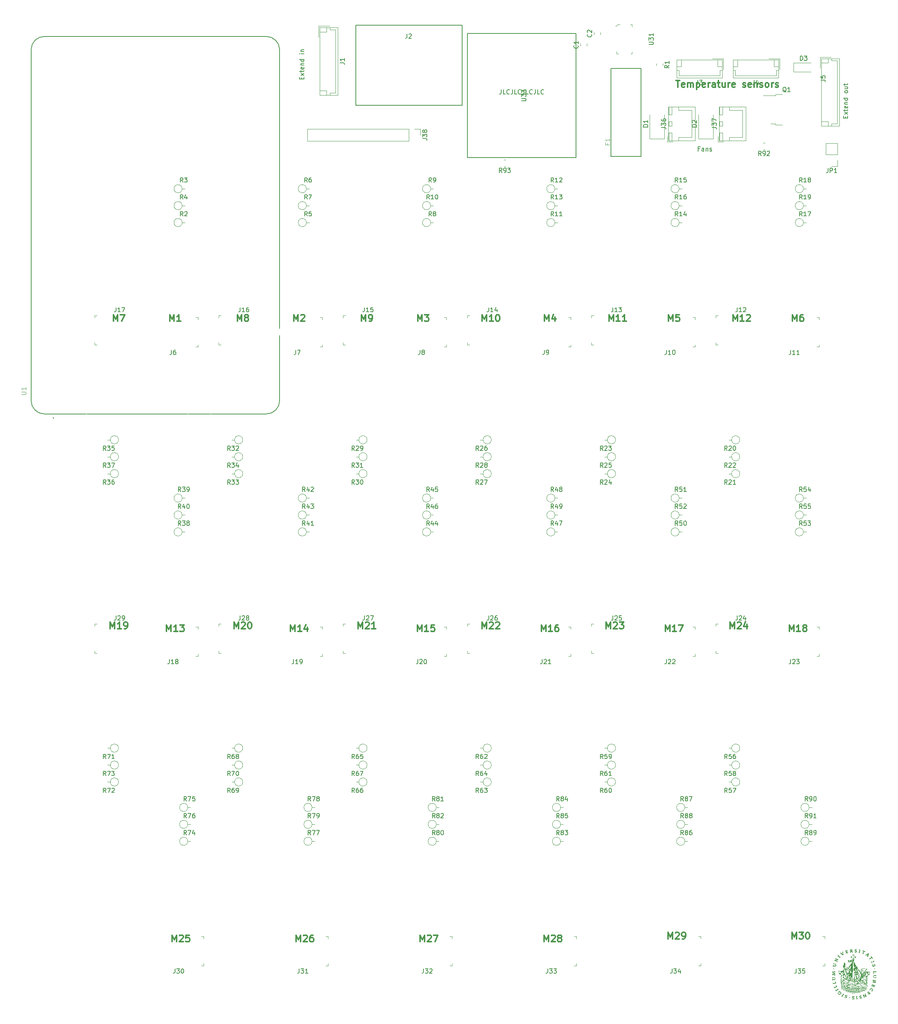
<source format=gbr>
%TF.GenerationSoftware,KiCad,Pcbnew,5.1.8-db9833491~88~ubuntu20.04.1*%
%TF.CreationDate,2020-12-02T17:03:32+01:00*%
%TF.ProjectId,motherboard,6d6f7468-6572-4626-9f61-72642e6b6963,rev?*%
%TF.SameCoordinates,Original*%
%TF.FileFunction,Legend,Top*%
%TF.FilePolarity,Positive*%
%FSLAX46Y46*%
G04 Gerber Fmt 4.6, Leading zero omitted, Abs format (unit mm)*
G04 Created by KiCad (PCBNEW 5.1.8-db9833491~88~ubuntu20.04.1) date 2020-12-02 17:03:32*
%MOMM*%
%LPD*%
G01*
G04 APERTURE LIST*
%ADD10C,0.150000*%
%ADD11C,0.300000*%
%ADD12C,0.100000*%
%ADD13C,0.120000*%
%ADD14C,0.200000*%
%ADD15C,0.127000*%
%ADD16C,0.015000*%
%ADD17C,3.500000*%
%ADD18R,2.200000X3.800000*%
%ADD19R,2.200000X1.500000*%
%ADD20C,1.524000*%
%ADD21C,6.200000*%
%ADD22R,1.524000X1.524000*%
%ADD23O,1.400000X3.400000*%
%ADD24C,8.000000*%
%ADD25O,1.700000X1.700000*%
%ADD26R,1.700000X1.700000*%
%ADD27R,1.800000X2.500000*%
%ADD28R,0.900000X1.200000*%
%ADD29R,6.400000X5.800000*%
%ADD30R,2.200000X1.200000*%
%ADD31O,2.000000X1.700000*%
%ADD32O,1.950000X1.700000*%
%ADD33C,2.020000*%
%ADD34O,1.400000X1.400000*%
%ADD35C,1.400000*%
%ADD36O,1.700000X1.950000*%
%ADD37C,2.400000*%
G04 APERTURE END LIST*
D10*
X135095952Y-81841380D02*
X135095952Y-82555666D01*
X135048333Y-82698523D01*
X134953095Y-82793761D01*
X134810238Y-82841380D01*
X134715000Y-82841380D01*
X136048333Y-82841380D02*
X135572142Y-82841380D01*
X135572142Y-81841380D01*
X136953095Y-82746142D02*
X136905476Y-82793761D01*
X136762619Y-82841380D01*
X136667380Y-82841380D01*
X136524523Y-82793761D01*
X136429285Y-82698523D01*
X136381666Y-82603285D01*
X136334047Y-82412809D01*
X136334047Y-82269952D01*
X136381666Y-82079476D01*
X136429285Y-81984238D01*
X136524523Y-81889000D01*
X136667380Y-81841380D01*
X136762619Y-81841380D01*
X136905476Y-81889000D01*
X136953095Y-81936619D01*
X137667380Y-81841380D02*
X137667380Y-82555666D01*
X137619761Y-82698523D01*
X137524523Y-82793761D01*
X137381666Y-82841380D01*
X137286428Y-82841380D01*
X138619761Y-82841380D02*
X138143571Y-82841380D01*
X138143571Y-81841380D01*
X139524523Y-82746142D02*
X139476904Y-82793761D01*
X139334047Y-82841380D01*
X139238809Y-82841380D01*
X139095952Y-82793761D01*
X139000714Y-82698523D01*
X138953095Y-82603285D01*
X138905476Y-82412809D01*
X138905476Y-82269952D01*
X138953095Y-82079476D01*
X139000714Y-81984238D01*
X139095952Y-81889000D01*
X139238809Y-81841380D01*
X139334047Y-81841380D01*
X139476904Y-81889000D01*
X139524523Y-81936619D01*
X140238809Y-81841380D02*
X140238809Y-82555666D01*
X140191190Y-82698523D01*
X140095952Y-82793761D01*
X139953095Y-82841380D01*
X139857857Y-82841380D01*
X141191190Y-82841380D02*
X140715000Y-82841380D01*
X140715000Y-81841380D01*
X142095952Y-82746142D02*
X142048333Y-82793761D01*
X141905476Y-82841380D01*
X141810238Y-82841380D01*
X141667380Y-82793761D01*
X141572142Y-82698523D01*
X141524523Y-82603285D01*
X141476904Y-82412809D01*
X141476904Y-82269952D01*
X141524523Y-82079476D01*
X141572142Y-81984238D01*
X141667380Y-81889000D01*
X141810238Y-81841380D01*
X141905476Y-81841380D01*
X142048333Y-81889000D01*
X142095952Y-81936619D01*
X142810238Y-81841380D02*
X142810238Y-82555666D01*
X142762619Y-82698523D01*
X142667380Y-82793761D01*
X142524523Y-82841380D01*
X142429285Y-82841380D01*
X143762619Y-82841380D02*
X143286428Y-82841380D01*
X143286428Y-81841380D01*
X144667380Y-82746142D02*
X144619761Y-82793761D01*
X144476904Y-82841380D01*
X144381666Y-82841380D01*
X144238809Y-82793761D01*
X144143571Y-82698523D01*
X144095952Y-82603285D01*
X144048333Y-82412809D01*
X144048333Y-82269952D01*
X144095952Y-82079476D01*
X144143571Y-81984238D01*
X144238809Y-81889000D01*
X144381666Y-81841380D01*
X144476904Y-81841380D01*
X144619761Y-81889000D01*
X144667380Y-81936619D01*
D11*
X200651428Y-273059571D02*
X200651428Y-271559571D01*
X201151428Y-272631000D01*
X201651428Y-271559571D01*
X201651428Y-273059571D01*
X202222857Y-271559571D02*
X203151428Y-271559571D01*
X202651428Y-272131000D01*
X202865714Y-272131000D01*
X203008571Y-272202428D01*
X203080000Y-272273857D01*
X203151428Y-272416714D01*
X203151428Y-272773857D01*
X203080000Y-272916714D01*
X203008571Y-272988142D01*
X202865714Y-273059571D01*
X202437142Y-273059571D01*
X202294285Y-272988142D01*
X202222857Y-272916714D01*
X204080000Y-271559571D02*
X204222857Y-271559571D01*
X204365714Y-271631000D01*
X204437142Y-271702428D01*
X204508571Y-271845285D01*
X204580000Y-272131000D01*
X204580000Y-272488142D01*
X204508571Y-272773857D01*
X204437142Y-272916714D01*
X204365714Y-272988142D01*
X204222857Y-273059571D01*
X204080000Y-273059571D01*
X203937142Y-272988142D01*
X203865714Y-272916714D01*
X203794285Y-272773857D01*
X203722857Y-272488142D01*
X203722857Y-272131000D01*
X203794285Y-271845285D01*
X203865714Y-271702428D01*
X203937142Y-271631000D01*
X204080000Y-271559571D01*
X172711428Y-273059571D02*
X172711428Y-271559571D01*
X173211428Y-272631000D01*
X173711428Y-271559571D01*
X173711428Y-273059571D01*
X174354285Y-271702428D02*
X174425714Y-271631000D01*
X174568571Y-271559571D01*
X174925714Y-271559571D01*
X175068571Y-271631000D01*
X175140000Y-271702428D01*
X175211428Y-271845285D01*
X175211428Y-271988142D01*
X175140000Y-272202428D01*
X174282857Y-273059571D01*
X175211428Y-273059571D01*
X175925714Y-273059571D02*
X176211428Y-273059571D01*
X176354285Y-272988142D01*
X176425714Y-272916714D01*
X176568571Y-272702428D01*
X176640000Y-272416714D01*
X176640000Y-271845285D01*
X176568571Y-271702428D01*
X176497142Y-271631000D01*
X176354285Y-271559571D01*
X176068571Y-271559571D01*
X175925714Y-271631000D01*
X175854285Y-271702428D01*
X175782857Y-271845285D01*
X175782857Y-272202428D01*
X175854285Y-272345285D01*
X175925714Y-272416714D01*
X176068571Y-272488142D01*
X176354285Y-272488142D01*
X176497142Y-272416714D01*
X176568571Y-272345285D01*
X176640000Y-272202428D01*
X144771428Y-273694571D02*
X144771428Y-272194571D01*
X145271428Y-273266000D01*
X145771428Y-272194571D01*
X145771428Y-273694571D01*
X146414285Y-272337428D02*
X146485714Y-272266000D01*
X146628571Y-272194571D01*
X146985714Y-272194571D01*
X147128571Y-272266000D01*
X147200000Y-272337428D01*
X147271428Y-272480285D01*
X147271428Y-272623142D01*
X147200000Y-272837428D01*
X146342857Y-273694571D01*
X147271428Y-273694571D01*
X148128571Y-272837428D02*
X147985714Y-272766000D01*
X147914285Y-272694571D01*
X147842857Y-272551714D01*
X147842857Y-272480285D01*
X147914285Y-272337428D01*
X147985714Y-272266000D01*
X148128571Y-272194571D01*
X148414285Y-272194571D01*
X148557142Y-272266000D01*
X148628571Y-272337428D01*
X148700000Y-272480285D01*
X148700000Y-272551714D01*
X148628571Y-272694571D01*
X148557142Y-272766000D01*
X148414285Y-272837428D01*
X148128571Y-272837428D01*
X147985714Y-272908857D01*
X147914285Y-272980285D01*
X147842857Y-273123142D01*
X147842857Y-273408857D01*
X147914285Y-273551714D01*
X147985714Y-273623142D01*
X148128571Y-273694571D01*
X148414285Y-273694571D01*
X148557142Y-273623142D01*
X148628571Y-273551714D01*
X148700000Y-273408857D01*
X148700000Y-273123142D01*
X148628571Y-272980285D01*
X148557142Y-272908857D01*
X148414285Y-272837428D01*
X116831428Y-273694571D02*
X116831428Y-272194571D01*
X117331428Y-273266000D01*
X117831428Y-272194571D01*
X117831428Y-273694571D01*
X118474285Y-272337428D02*
X118545714Y-272266000D01*
X118688571Y-272194571D01*
X119045714Y-272194571D01*
X119188571Y-272266000D01*
X119260000Y-272337428D01*
X119331428Y-272480285D01*
X119331428Y-272623142D01*
X119260000Y-272837428D01*
X118402857Y-273694571D01*
X119331428Y-273694571D01*
X119831428Y-272194571D02*
X120831428Y-272194571D01*
X120188571Y-273694571D01*
X88891428Y-273694571D02*
X88891428Y-272194571D01*
X89391428Y-273266000D01*
X89891428Y-272194571D01*
X89891428Y-273694571D01*
X90534285Y-272337428D02*
X90605714Y-272266000D01*
X90748571Y-272194571D01*
X91105714Y-272194571D01*
X91248571Y-272266000D01*
X91320000Y-272337428D01*
X91391428Y-272480285D01*
X91391428Y-272623142D01*
X91320000Y-272837428D01*
X90462857Y-273694571D01*
X91391428Y-273694571D01*
X92677142Y-272194571D02*
X92391428Y-272194571D01*
X92248571Y-272266000D01*
X92177142Y-272337428D01*
X92034285Y-272551714D01*
X91962857Y-272837428D01*
X91962857Y-273408857D01*
X92034285Y-273551714D01*
X92105714Y-273623142D01*
X92248571Y-273694571D01*
X92534285Y-273694571D01*
X92677142Y-273623142D01*
X92748571Y-273551714D01*
X92820000Y-273408857D01*
X92820000Y-273051714D01*
X92748571Y-272908857D01*
X92677142Y-272837428D01*
X92534285Y-272766000D01*
X92248571Y-272766000D01*
X92105714Y-272837428D01*
X92034285Y-272908857D01*
X91962857Y-273051714D01*
X60951428Y-273694571D02*
X60951428Y-272194571D01*
X61451428Y-273266000D01*
X61951428Y-272194571D01*
X61951428Y-273694571D01*
X62594285Y-272337428D02*
X62665714Y-272266000D01*
X62808571Y-272194571D01*
X63165714Y-272194571D01*
X63308571Y-272266000D01*
X63380000Y-272337428D01*
X63451428Y-272480285D01*
X63451428Y-272623142D01*
X63380000Y-272837428D01*
X62522857Y-273694571D01*
X63451428Y-273694571D01*
X64808571Y-272194571D02*
X64094285Y-272194571D01*
X64022857Y-272908857D01*
X64094285Y-272837428D01*
X64237142Y-272766000D01*
X64594285Y-272766000D01*
X64737142Y-272837428D01*
X64808571Y-272908857D01*
X64880000Y-273051714D01*
X64880000Y-273408857D01*
X64808571Y-273551714D01*
X64737142Y-273623142D01*
X64594285Y-273694571D01*
X64237142Y-273694571D01*
X64094285Y-273623142D01*
X64022857Y-273551714D01*
X186681428Y-203209571D02*
X186681428Y-201709571D01*
X187181428Y-202781000D01*
X187681428Y-201709571D01*
X187681428Y-203209571D01*
X188324285Y-201852428D02*
X188395714Y-201781000D01*
X188538571Y-201709571D01*
X188895714Y-201709571D01*
X189038571Y-201781000D01*
X189110000Y-201852428D01*
X189181428Y-201995285D01*
X189181428Y-202138142D01*
X189110000Y-202352428D01*
X188252857Y-203209571D01*
X189181428Y-203209571D01*
X190467142Y-202209571D02*
X190467142Y-203209571D01*
X190110000Y-201638142D02*
X189752857Y-202709571D01*
X190681428Y-202709571D01*
X158741428Y-203209571D02*
X158741428Y-201709571D01*
X159241428Y-202781000D01*
X159741428Y-201709571D01*
X159741428Y-203209571D01*
X160384285Y-201852428D02*
X160455714Y-201781000D01*
X160598571Y-201709571D01*
X160955714Y-201709571D01*
X161098571Y-201781000D01*
X161170000Y-201852428D01*
X161241428Y-201995285D01*
X161241428Y-202138142D01*
X161170000Y-202352428D01*
X160312857Y-203209571D01*
X161241428Y-203209571D01*
X161741428Y-201709571D02*
X162670000Y-201709571D01*
X162170000Y-202281000D01*
X162384285Y-202281000D01*
X162527142Y-202352428D01*
X162598571Y-202423857D01*
X162670000Y-202566714D01*
X162670000Y-202923857D01*
X162598571Y-203066714D01*
X162527142Y-203138142D01*
X162384285Y-203209571D01*
X161955714Y-203209571D01*
X161812857Y-203138142D01*
X161741428Y-203066714D01*
X130801428Y-203209571D02*
X130801428Y-201709571D01*
X131301428Y-202781000D01*
X131801428Y-201709571D01*
X131801428Y-203209571D01*
X132444285Y-201852428D02*
X132515714Y-201781000D01*
X132658571Y-201709571D01*
X133015714Y-201709571D01*
X133158571Y-201781000D01*
X133230000Y-201852428D01*
X133301428Y-201995285D01*
X133301428Y-202138142D01*
X133230000Y-202352428D01*
X132372857Y-203209571D01*
X133301428Y-203209571D01*
X133872857Y-201852428D02*
X133944285Y-201781000D01*
X134087142Y-201709571D01*
X134444285Y-201709571D01*
X134587142Y-201781000D01*
X134658571Y-201852428D01*
X134730000Y-201995285D01*
X134730000Y-202138142D01*
X134658571Y-202352428D01*
X133801428Y-203209571D01*
X134730000Y-203209571D01*
X102861428Y-203209571D02*
X102861428Y-201709571D01*
X103361428Y-202781000D01*
X103861428Y-201709571D01*
X103861428Y-203209571D01*
X104504285Y-201852428D02*
X104575714Y-201781000D01*
X104718571Y-201709571D01*
X105075714Y-201709571D01*
X105218571Y-201781000D01*
X105290000Y-201852428D01*
X105361428Y-201995285D01*
X105361428Y-202138142D01*
X105290000Y-202352428D01*
X104432857Y-203209571D01*
X105361428Y-203209571D01*
X106790000Y-203209571D02*
X105932857Y-203209571D01*
X106361428Y-203209571D02*
X106361428Y-201709571D01*
X106218571Y-201923857D01*
X106075714Y-202066714D01*
X105932857Y-202138142D01*
X74921428Y-203209571D02*
X74921428Y-201709571D01*
X75421428Y-202781000D01*
X75921428Y-201709571D01*
X75921428Y-203209571D01*
X76564285Y-201852428D02*
X76635714Y-201781000D01*
X76778571Y-201709571D01*
X77135714Y-201709571D01*
X77278571Y-201781000D01*
X77350000Y-201852428D01*
X77421428Y-201995285D01*
X77421428Y-202138142D01*
X77350000Y-202352428D01*
X76492857Y-203209571D01*
X77421428Y-203209571D01*
X78350000Y-201709571D02*
X78492857Y-201709571D01*
X78635714Y-201781000D01*
X78707142Y-201852428D01*
X78778571Y-201995285D01*
X78850000Y-202281000D01*
X78850000Y-202638142D01*
X78778571Y-202923857D01*
X78707142Y-203066714D01*
X78635714Y-203138142D01*
X78492857Y-203209571D01*
X78350000Y-203209571D01*
X78207142Y-203138142D01*
X78135714Y-203066714D01*
X78064285Y-202923857D01*
X77992857Y-202638142D01*
X77992857Y-202281000D01*
X78064285Y-201995285D01*
X78135714Y-201852428D01*
X78207142Y-201781000D01*
X78350000Y-201709571D01*
X46981428Y-203209571D02*
X46981428Y-201709571D01*
X47481428Y-202781000D01*
X47981428Y-201709571D01*
X47981428Y-203209571D01*
X49481428Y-203209571D02*
X48624285Y-203209571D01*
X49052857Y-203209571D02*
X49052857Y-201709571D01*
X48910000Y-201923857D01*
X48767142Y-202066714D01*
X48624285Y-202138142D01*
X50195714Y-203209571D02*
X50481428Y-203209571D01*
X50624285Y-203138142D01*
X50695714Y-203066714D01*
X50838571Y-202852428D01*
X50910000Y-202566714D01*
X50910000Y-201995285D01*
X50838571Y-201852428D01*
X50767142Y-201781000D01*
X50624285Y-201709571D01*
X50338571Y-201709571D01*
X50195714Y-201781000D01*
X50124285Y-201852428D01*
X50052857Y-201995285D01*
X50052857Y-202352428D01*
X50124285Y-202495285D01*
X50195714Y-202566714D01*
X50338571Y-202638142D01*
X50624285Y-202638142D01*
X50767142Y-202566714D01*
X50838571Y-202495285D01*
X50910000Y-202352428D01*
X200016428Y-203844571D02*
X200016428Y-202344571D01*
X200516428Y-203416000D01*
X201016428Y-202344571D01*
X201016428Y-203844571D01*
X202516428Y-203844571D02*
X201659285Y-203844571D01*
X202087857Y-203844571D02*
X202087857Y-202344571D01*
X201945000Y-202558857D01*
X201802142Y-202701714D01*
X201659285Y-202773142D01*
X203373571Y-202987428D02*
X203230714Y-202916000D01*
X203159285Y-202844571D01*
X203087857Y-202701714D01*
X203087857Y-202630285D01*
X203159285Y-202487428D01*
X203230714Y-202416000D01*
X203373571Y-202344571D01*
X203659285Y-202344571D01*
X203802142Y-202416000D01*
X203873571Y-202487428D01*
X203945000Y-202630285D01*
X203945000Y-202701714D01*
X203873571Y-202844571D01*
X203802142Y-202916000D01*
X203659285Y-202987428D01*
X203373571Y-202987428D01*
X203230714Y-203058857D01*
X203159285Y-203130285D01*
X203087857Y-203273142D01*
X203087857Y-203558857D01*
X203159285Y-203701714D01*
X203230714Y-203773142D01*
X203373571Y-203844571D01*
X203659285Y-203844571D01*
X203802142Y-203773142D01*
X203873571Y-203701714D01*
X203945000Y-203558857D01*
X203945000Y-203273142D01*
X203873571Y-203130285D01*
X203802142Y-203058857D01*
X203659285Y-202987428D01*
X172076428Y-203844571D02*
X172076428Y-202344571D01*
X172576428Y-203416000D01*
X173076428Y-202344571D01*
X173076428Y-203844571D01*
X174576428Y-203844571D02*
X173719285Y-203844571D01*
X174147857Y-203844571D02*
X174147857Y-202344571D01*
X174005000Y-202558857D01*
X173862142Y-202701714D01*
X173719285Y-202773142D01*
X175076428Y-202344571D02*
X176076428Y-202344571D01*
X175433571Y-203844571D01*
X144136428Y-203844571D02*
X144136428Y-202344571D01*
X144636428Y-203416000D01*
X145136428Y-202344571D01*
X145136428Y-203844571D01*
X146636428Y-203844571D02*
X145779285Y-203844571D01*
X146207857Y-203844571D02*
X146207857Y-202344571D01*
X146065000Y-202558857D01*
X145922142Y-202701714D01*
X145779285Y-202773142D01*
X147922142Y-202344571D02*
X147636428Y-202344571D01*
X147493571Y-202416000D01*
X147422142Y-202487428D01*
X147279285Y-202701714D01*
X147207857Y-202987428D01*
X147207857Y-203558857D01*
X147279285Y-203701714D01*
X147350714Y-203773142D01*
X147493571Y-203844571D01*
X147779285Y-203844571D01*
X147922142Y-203773142D01*
X147993571Y-203701714D01*
X148065000Y-203558857D01*
X148065000Y-203201714D01*
X147993571Y-203058857D01*
X147922142Y-202987428D01*
X147779285Y-202916000D01*
X147493571Y-202916000D01*
X147350714Y-202987428D01*
X147279285Y-203058857D01*
X147207857Y-203201714D01*
X116196428Y-203844571D02*
X116196428Y-202344571D01*
X116696428Y-203416000D01*
X117196428Y-202344571D01*
X117196428Y-203844571D01*
X118696428Y-203844571D02*
X117839285Y-203844571D01*
X118267857Y-203844571D02*
X118267857Y-202344571D01*
X118125000Y-202558857D01*
X117982142Y-202701714D01*
X117839285Y-202773142D01*
X120053571Y-202344571D02*
X119339285Y-202344571D01*
X119267857Y-203058857D01*
X119339285Y-202987428D01*
X119482142Y-202916000D01*
X119839285Y-202916000D01*
X119982142Y-202987428D01*
X120053571Y-203058857D01*
X120125000Y-203201714D01*
X120125000Y-203558857D01*
X120053571Y-203701714D01*
X119982142Y-203773142D01*
X119839285Y-203844571D01*
X119482142Y-203844571D01*
X119339285Y-203773142D01*
X119267857Y-203701714D01*
X87621428Y-203844571D02*
X87621428Y-202344571D01*
X88121428Y-203416000D01*
X88621428Y-202344571D01*
X88621428Y-203844571D01*
X90121428Y-203844571D02*
X89264285Y-203844571D01*
X89692857Y-203844571D02*
X89692857Y-202344571D01*
X89550000Y-202558857D01*
X89407142Y-202701714D01*
X89264285Y-202773142D01*
X91407142Y-202844571D02*
X91407142Y-203844571D01*
X91050000Y-202273142D02*
X90692857Y-203344571D01*
X91621428Y-203344571D01*
X59681428Y-203844571D02*
X59681428Y-202344571D01*
X60181428Y-203416000D01*
X60681428Y-202344571D01*
X60681428Y-203844571D01*
X62181428Y-203844571D02*
X61324285Y-203844571D01*
X61752857Y-203844571D02*
X61752857Y-202344571D01*
X61610000Y-202558857D01*
X61467142Y-202701714D01*
X61324285Y-202773142D01*
X62681428Y-202344571D02*
X63610000Y-202344571D01*
X63110000Y-202916000D01*
X63324285Y-202916000D01*
X63467142Y-202987428D01*
X63538571Y-203058857D01*
X63610000Y-203201714D01*
X63610000Y-203558857D01*
X63538571Y-203701714D01*
X63467142Y-203773142D01*
X63324285Y-203844571D01*
X62895714Y-203844571D01*
X62752857Y-203773142D01*
X62681428Y-203701714D01*
X187316428Y-133994571D02*
X187316428Y-132494571D01*
X187816428Y-133566000D01*
X188316428Y-132494571D01*
X188316428Y-133994571D01*
X189816428Y-133994571D02*
X188959285Y-133994571D01*
X189387857Y-133994571D02*
X189387857Y-132494571D01*
X189245000Y-132708857D01*
X189102142Y-132851714D01*
X188959285Y-132923142D01*
X190387857Y-132637428D02*
X190459285Y-132566000D01*
X190602142Y-132494571D01*
X190959285Y-132494571D01*
X191102142Y-132566000D01*
X191173571Y-132637428D01*
X191245000Y-132780285D01*
X191245000Y-132923142D01*
X191173571Y-133137428D01*
X190316428Y-133994571D01*
X191245000Y-133994571D01*
X159376428Y-133994571D02*
X159376428Y-132494571D01*
X159876428Y-133566000D01*
X160376428Y-132494571D01*
X160376428Y-133994571D01*
X161876428Y-133994571D02*
X161019285Y-133994571D01*
X161447857Y-133994571D02*
X161447857Y-132494571D01*
X161305000Y-132708857D01*
X161162142Y-132851714D01*
X161019285Y-132923142D01*
X163305000Y-133994571D02*
X162447857Y-133994571D01*
X162876428Y-133994571D02*
X162876428Y-132494571D01*
X162733571Y-132708857D01*
X162590714Y-132851714D01*
X162447857Y-132923142D01*
X130801428Y-133994571D02*
X130801428Y-132494571D01*
X131301428Y-133566000D01*
X131801428Y-132494571D01*
X131801428Y-133994571D01*
X133301428Y-133994571D02*
X132444285Y-133994571D01*
X132872857Y-133994571D02*
X132872857Y-132494571D01*
X132730000Y-132708857D01*
X132587142Y-132851714D01*
X132444285Y-132923142D01*
X134230000Y-132494571D02*
X134372857Y-132494571D01*
X134515714Y-132566000D01*
X134587142Y-132637428D01*
X134658571Y-132780285D01*
X134730000Y-133066000D01*
X134730000Y-133423142D01*
X134658571Y-133708857D01*
X134587142Y-133851714D01*
X134515714Y-133923142D01*
X134372857Y-133994571D01*
X134230000Y-133994571D01*
X134087142Y-133923142D01*
X134015714Y-133851714D01*
X133944285Y-133708857D01*
X133872857Y-133423142D01*
X133872857Y-133066000D01*
X133944285Y-132780285D01*
X134015714Y-132637428D01*
X134087142Y-132566000D01*
X134230000Y-132494571D01*
X103575714Y-133994571D02*
X103575714Y-132494571D01*
X104075714Y-133566000D01*
X104575714Y-132494571D01*
X104575714Y-133994571D01*
X105361428Y-133994571D02*
X105647142Y-133994571D01*
X105790000Y-133923142D01*
X105861428Y-133851714D01*
X106004285Y-133637428D01*
X106075714Y-133351714D01*
X106075714Y-132780285D01*
X106004285Y-132637428D01*
X105932857Y-132566000D01*
X105790000Y-132494571D01*
X105504285Y-132494571D01*
X105361428Y-132566000D01*
X105290000Y-132637428D01*
X105218571Y-132780285D01*
X105218571Y-133137428D01*
X105290000Y-133280285D01*
X105361428Y-133351714D01*
X105504285Y-133423142D01*
X105790000Y-133423142D01*
X105932857Y-133351714D01*
X106004285Y-133280285D01*
X106075714Y-133137428D01*
X75635714Y-133994571D02*
X75635714Y-132494571D01*
X76135714Y-133566000D01*
X76635714Y-132494571D01*
X76635714Y-133994571D01*
X77564285Y-133137428D02*
X77421428Y-133066000D01*
X77350000Y-132994571D01*
X77278571Y-132851714D01*
X77278571Y-132780285D01*
X77350000Y-132637428D01*
X77421428Y-132566000D01*
X77564285Y-132494571D01*
X77850000Y-132494571D01*
X77992857Y-132566000D01*
X78064285Y-132637428D01*
X78135714Y-132780285D01*
X78135714Y-132851714D01*
X78064285Y-132994571D01*
X77992857Y-133066000D01*
X77850000Y-133137428D01*
X77564285Y-133137428D01*
X77421428Y-133208857D01*
X77350000Y-133280285D01*
X77278571Y-133423142D01*
X77278571Y-133708857D01*
X77350000Y-133851714D01*
X77421428Y-133923142D01*
X77564285Y-133994571D01*
X77850000Y-133994571D01*
X77992857Y-133923142D01*
X78064285Y-133851714D01*
X78135714Y-133708857D01*
X78135714Y-133423142D01*
X78064285Y-133280285D01*
X77992857Y-133208857D01*
X77850000Y-133137428D01*
X47695714Y-133994571D02*
X47695714Y-132494571D01*
X48195714Y-133566000D01*
X48695714Y-132494571D01*
X48695714Y-133994571D01*
X49267142Y-132494571D02*
X50267142Y-132494571D01*
X49624285Y-133994571D01*
X200730714Y-133994571D02*
X200730714Y-132494571D01*
X201230714Y-133566000D01*
X201730714Y-132494571D01*
X201730714Y-133994571D01*
X203087857Y-132494571D02*
X202802142Y-132494571D01*
X202659285Y-132566000D01*
X202587857Y-132637428D01*
X202445000Y-132851714D01*
X202373571Y-133137428D01*
X202373571Y-133708857D01*
X202445000Y-133851714D01*
X202516428Y-133923142D01*
X202659285Y-133994571D01*
X202945000Y-133994571D01*
X203087857Y-133923142D01*
X203159285Y-133851714D01*
X203230714Y-133708857D01*
X203230714Y-133351714D01*
X203159285Y-133208857D01*
X203087857Y-133137428D01*
X202945000Y-133066000D01*
X202659285Y-133066000D01*
X202516428Y-133137428D01*
X202445000Y-133208857D01*
X202373571Y-133351714D01*
X172790714Y-133994571D02*
X172790714Y-132494571D01*
X173290714Y-133566000D01*
X173790714Y-132494571D01*
X173790714Y-133994571D01*
X175219285Y-132494571D02*
X174505000Y-132494571D01*
X174433571Y-133208857D01*
X174505000Y-133137428D01*
X174647857Y-133066000D01*
X175005000Y-133066000D01*
X175147857Y-133137428D01*
X175219285Y-133208857D01*
X175290714Y-133351714D01*
X175290714Y-133708857D01*
X175219285Y-133851714D01*
X175147857Y-133923142D01*
X175005000Y-133994571D01*
X174647857Y-133994571D01*
X174505000Y-133923142D01*
X174433571Y-133851714D01*
X144850714Y-133994571D02*
X144850714Y-132494571D01*
X145350714Y-133566000D01*
X145850714Y-132494571D01*
X145850714Y-133994571D01*
X147207857Y-132994571D02*
X147207857Y-133994571D01*
X146850714Y-132423142D02*
X146493571Y-133494571D01*
X147422142Y-133494571D01*
X116275714Y-133994571D02*
X116275714Y-132494571D01*
X116775714Y-133566000D01*
X117275714Y-132494571D01*
X117275714Y-133994571D01*
X117847142Y-132494571D02*
X118775714Y-132494571D01*
X118275714Y-133066000D01*
X118490000Y-133066000D01*
X118632857Y-133137428D01*
X118704285Y-133208857D01*
X118775714Y-133351714D01*
X118775714Y-133708857D01*
X118704285Y-133851714D01*
X118632857Y-133923142D01*
X118490000Y-133994571D01*
X118061428Y-133994571D01*
X117918571Y-133923142D01*
X117847142Y-133851714D01*
X88335714Y-133994571D02*
X88335714Y-132494571D01*
X88835714Y-133566000D01*
X89335714Y-132494571D01*
X89335714Y-133994571D01*
X89978571Y-132637428D02*
X90050000Y-132566000D01*
X90192857Y-132494571D01*
X90550000Y-132494571D01*
X90692857Y-132566000D01*
X90764285Y-132637428D01*
X90835714Y-132780285D01*
X90835714Y-132923142D01*
X90764285Y-133137428D01*
X89907142Y-133994571D01*
X90835714Y-133994571D01*
X60395714Y-133994571D02*
X60395714Y-132494571D01*
X60895714Y-133566000D01*
X61395714Y-132494571D01*
X61395714Y-133994571D01*
X62895714Y-133994571D02*
X62038571Y-133994571D01*
X62467142Y-133994571D02*
X62467142Y-132494571D01*
X62324285Y-132708857D01*
X62181428Y-132851714D01*
X62038571Y-132923142D01*
X174462857Y-79789571D02*
X175320000Y-79789571D01*
X174891428Y-81289571D02*
X174891428Y-79789571D01*
X176391428Y-81218142D02*
X176248571Y-81289571D01*
X175962857Y-81289571D01*
X175820000Y-81218142D01*
X175748571Y-81075285D01*
X175748571Y-80503857D01*
X175820000Y-80361000D01*
X175962857Y-80289571D01*
X176248571Y-80289571D01*
X176391428Y-80361000D01*
X176462857Y-80503857D01*
X176462857Y-80646714D01*
X175748571Y-80789571D01*
X177105714Y-81289571D02*
X177105714Y-80289571D01*
X177105714Y-80432428D02*
X177177142Y-80361000D01*
X177320000Y-80289571D01*
X177534285Y-80289571D01*
X177677142Y-80361000D01*
X177748571Y-80503857D01*
X177748571Y-81289571D01*
X177748571Y-80503857D02*
X177820000Y-80361000D01*
X177962857Y-80289571D01*
X178177142Y-80289571D01*
X178320000Y-80361000D01*
X178391428Y-80503857D01*
X178391428Y-81289571D01*
X179105714Y-80289571D02*
X179105714Y-81789571D01*
X179105714Y-80361000D02*
X179248571Y-80289571D01*
X179534285Y-80289571D01*
X179677142Y-80361000D01*
X179748571Y-80432428D01*
X179820000Y-80575285D01*
X179820000Y-81003857D01*
X179748571Y-81146714D01*
X179677142Y-81218142D01*
X179534285Y-81289571D01*
X179248571Y-81289571D01*
X179105714Y-81218142D01*
X181034285Y-81218142D02*
X180891428Y-81289571D01*
X180605714Y-81289571D01*
X180462857Y-81218142D01*
X180391428Y-81075285D01*
X180391428Y-80503857D01*
X180462857Y-80361000D01*
X180605714Y-80289571D01*
X180891428Y-80289571D01*
X181034285Y-80361000D01*
X181105714Y-80503857D01*
X181105714Y-80646714D01*
X180391428Y-80789571D01*
X181748571Y-81289571D02*
X181748571Y-80289571D01*
X181748571Y-80575285D02*
X181820000Y-80432428D01*
X181891428Y-80361000D01*
X182034285Y-80289571D01*
X182177142Y-80289571D01*
X183320000Y-81289571D02*
X183320000Y-80503857D01*
X183248571Y-80361000D01*
X183105714Y-80289571D01*
X182820000Y-80289571D01*
X182677142Y-80361000D01*
X183320000Y-81218142D02*
X183177142Y-81289571D01*
X182820000Y-81289571D01*
X182677142Y-81218142D01*
X182605714Y-81075285D01*
X182605714Y-80932428D01*
X182677142Y-80789571D01*
X182820000Y-80718142D01*
X183177142Y-80718142D01*
X183320000Y-80646714D01*
X183820000Y-80289571D02*
X184391428Y-80289571D01*
X184034285Y-79789571D02*
X184034285Y-81075285D01*
X184105714Y-81218142D01*
X184248571Y-81289571D01*
X184391428Y-81289571D01*
X185534285Y-80289571D02*
X185534285Y-81289571D01*
X184891428Y-80289571D02*
X184891428Y-81075285D01*
X184962857Y-81218142D01*
X185105714Y-81289571D01*
X185320000Y-81289571D01*
X185462857Y-81218142D01*
X185534285Y-81146714D01*
X186248571Y-81289571D02*
X186248571Y-80289571D01*
X186248571Y-80575285D02*
X186320000Y-80432428D01*
X186391428Y-80361000D01*
X186534285Y-80289571D01*
X186677142Y-80289571D01*
X187748571Y-81218142D02*
X187605714Y-81289571D01*
X187320000Y-81289571D01*
X187177142Y-81218142D01*
X187105714Y-81075285D01*
X187105714Y-80503857D01*
X187177142Y-80361000D01*
X187320000Y-80289571D01*
X187605714Y-80289571D01*
X187748571Y-80361000D01*
X187820000Y-80503857D01*
X187820000Y-80646714D01*
X187105714Y-80789571D01*
X189534285Y-81218142D02*
X189677142Y-81289571D01*
X189962857Y-81289571D01*
X190105714Y-81218142D01*
X190177142Y-81075285D01*
X190177142Y-81003857D01*
X190105714Y-80861000D01*
X189962857Y-80789571D01*
X189748571Y-80789571D01*
X189605714Y-80718142D01*
X189534285Y-80575285D01*
X189534285Y-80503857D01*
X189605714Y-80361000D01*
X189748571Y-80289571D01*
X189962857Y-80289571D01*
X190105714Y-80361000D01*
X191391428Y-81218142D02*
X191248571Y-81289571D01*
X190962857Y-81289571D01*
X190820000Y-81218142D01*
X190748571Y-81075285D01*
X190748571Y-80503857D01*
X190820000Y-80361000D01*
X190962857Y-80289571D01*
X191248571Y-80289571D01*
X191391428Y-80361000D01*
X191462857Y-80503857D01*
X191462857Y-80646714D01*
X190748571Y-80789571D01*
X192105714Y-80289571D02*
X192105714Y-81289571D01*
X192105714Y-80432428D02*
X192177142Y-80361000D01*
X192320000Y-80289571D01*
X192534285Y-80289571D01*
X192677142Y-80361000D01*
X192748571Y-80503857D01*
X192748571Y-81289571D01*
X193391428Y-81218142D02*
X193534285Y-81289571D01*
X193820000Y-81289571D01*
X193962857Y-81218142D01*
X194034285Y-81075285D01*
X194034285Y-81003857D01*
X193962857Y-80861000D01*
X193820000Y-80789571D01*
X193605714Y-80789571D01*
X193462857Y-80718142D01*
X193391428Y-80575285D01*
X193391428Y-80503857D01*
X193462857Y-80361000D01*
X193605714Y-80289571D01*
X193820000Y-80289571D01*
X193962857Y-80361000D01*
X194891428Y-81289571D02*
X194748571Y-81218142D01*
X194677142Y-81146714D01*
X194605714Y-81003857D01*
X194605714Y-80575285D01*
X194677142Y-80432428D01*
X194748571Y-80361000D01*
X194891428Y-80289571D01*
X195105714Y-80289571D01*
X195248571Y-80361000D01*
X195320000Y-80432428D01*
X195391428Y-80575285D01*
X195391428Y-81003857D01*
X195320000Y-81146714D01*
X195248571Y-81218142D01*
X195105714Y-81289571D01*
X194891428Y-81289571D01*
X196034285Y-81289571D02*
X196034285Y-80289571D01*
X196034285Y-80575285D02*
X196105714Y-80432428D01*
X196177142Y-80361000D01*
X196320000Y-80289571D01*
X196462857Y-80289571D01*
X196891428Y-81218142D02*
X197034285Y-81289571D01*
X197320000Y-81289571D01*
X197462857Y-81218142D01*
X197534285Y-81075285D01*
X197534285Y-81003857D01*
X197462857Y-80861000D01*
X197320000Y-80789571D01*
X197105714Y-80789571D01*
X196962857Y-80718142D01*
X196891428Y-80575285D01*
X196891428Y-80503857D01*
X196962857Y-80361000D01*
X197105714Y-80289571D01*
X197320000Y-80289571D01*
X197462857Y-80361000D01*
D10*
X179823333Y-95144571D02*
X179490000Y-95144571D01*
X179490000Y-95668380D02*
X179490000Y-94668380D01*
X179966190Y-94668380D01*
X180775714Y-95668380D02*
X180775714Y-95144571D01*
X180728095Y-95049333D01*
X180632857Y-95001714D01*
X180442380Y-95001714D01*
X180347142Y-95049333D01*
X180775714Y-95620761D02*
X180680476Y-95668380D01*
X180442380Y-95668380D01*
X180347142Y-95620761D01*
X180299523Y-95525523D01*
X180299523Y-95430285D01*
X180347142Y-95335047D01*
X180442380Y-95287428D01*
X180680476Y-95287428D01*
X180775714Y-95239809D01*
X181251904Y-95001714D02*
X181251904Y-95668380D01*
X181251904Y-95096952D02*
X181299523Y-95049333D01*
X181394761Y-95001714D01*
X181537619Y-95001714D01*
X181632857Y-95049333D01*
X181680476Y-95144571D01*
X181680476Y-95668380D01*
X182109047Y-95620761D02*
X182204285Y-95668380D01*
X182394761Y-95668380D01*
X182490000Y-95620761D01*
X182537619Y-95525523D01*
X182537619Y-95477904D01*
X182490000Y-95382666D01*
X182394761Y-95335047D01*
X182251904Y-95335047D01*
X182156666Y-95287428D01*
X182109047Y-95192190D01*
X182109047Y-95144571D01*
X182156666Y-95049333D01*
X182251904Y-95001714D01*
X182394761Y-95001714D01*
X182490000Y-95049333D01*
X90113571Y-79475523D02*
X90113571Y-79142190D01*
X90637380Y-78999333D02*
X90637380Y-79475523D01*
X89637380Y-79475523D01*
X89637380Y-78999333D01*
X90637380Y-78666000D02*
X89970714Y-78142190D01*
X89970714Y-78666000D02*
X90637380Y-78142190D01*
X89970714Y-77904095D02*
X89970714Y-77523142D01*
X89637380Y-77761238D02*
X90494523Y-77761238D01*
X90589761Y-77713619D01*
X90637380Y-77618380D01*
X90637380Y-77523142D01*
X90589761Y-76808857D02*
X90637380Y-76904095D01*
X90637380Y-77094571D01*
X90589761Y-77189809D01*
X90494523Y-77237428D01*
X90113571Y-77237428D01*
X90018333Y-77189809D01*
X89970714Y-77094571D01*
X89970714Y-76904095D01*
X90018333Y-76808857D01*
X90113571Y-76761238D01*
X90208809Y-76761238D01*
X90304047Y-77237428D01*
X89970714Y-76332666D02*
X90637380Y-76332666D01*
X90065952Y-76332666D02*
X90018333Y-76285047D01*
X89970714Y-76189809D01*
X89970714Y-76046952D01*
X90018333Y-75951714D01*
X90113571Y-75904095D01*
X90637380Y-75904095D01*
X90637380Y-74999333D02*
X89637380Y-74999333D01*
X90589761Y-74999333D02*
X90637380Y-75094571D01*
X90637380Y-75285047D01*
X90589761Y-75380285D01*
X90542142Y-75427904D01*
X90446904Y-75475523D01*
X90161190Y-75475523D01*
X90065952Y-75427904D01*
X90018333Y-75380285D01*
X89970714Y-75285047D01*
X89970714Y-75094571D01*
X90018333Y-74999333D01*
X90637380Y-73761238D02*
X89970714Y-73761238D01*
X89637380Y-73761238D02*
X89685000Y-73808857D01*
X89732619Y-73761238D01*
X89685000Y-73713619D01*
X89637380Y-73761238D01*
X89732619Y-73761238D01*
X89970714Y-73285047D02*
X90637380Y-73285047D01*
X90065952Y-73285047D02*
X90018333Y-73237428D01*
X89970714Y-73142190D01*
X89970714Y-72999333D01*
X90018333Y-72904095D01*
X90113571Y-72856476D01*
X90637380Y-72856476D01*
X212668571Y-88230523D02*
X212668571Y-87897190D01*
X213192380Y-87754333D02*
X213192380Y-88230523D01*
X212192380Y-88230523D01*
X212192380Y-87754333D01*
X213192380Y-87421000D02*
X212525714Y-86897190D01*
X212525714Y-87421000D02*
X213192380Y-86897190D01*
X212525714Y-86659095D02*
X212525714Y-86278142D01*
X212192380Y-86516238D02*
X213049523Y-86516238D01*
X213144761Y-86468619D01*
X213192380Y-86373380D01*
X213192380Y-86278142D01*
X213144761Y-85563857D02*
X213192380Y-85659095D01*
X213192380Y-85849571D01*
X213144761Y-85944809D01*
X213049523Y-85992428D01*
X212668571Y-85992428D01*
X212573333Y-85944809D01*
X212525714Y-85849571D01*
X212525714Y-85659095D01*
X212573333Y-85563857D01*
X212668571Y-85516238D01*
X212763809Y-85516238D01*
X212859047Y-85992428D01*
X212525714Y-85087666D02*
X213192380Y-85087666D01*
X212620952Y-85087666D02*
X212573333Y-85040047D01*
X212525714Y-84944809D01*
X212525714Y-84801952D01*
X212573333Y-84706714D01*
X212668571Y-84659095D01*
X213192380Y-84659095D01*
X213192380Y-83754333D02*
X212192380Y-83754333D01*
X213144761Y-83754333D02*
X213192380Y-83849571D01*
X213192380Y-84040047D01*
X213144761Y-84135285D01*
X213097142Y-84182904D01*
X213001904Y-84230523D01*
X212716190Y-84230523D01*
X212620952Y-84182904D01*
X212573333Y-84135285D01*
X212525714Y-84040047D01*
X212525714Y-83849571D01*
X212573333Y-83754333D01*
X213192380Y-82373380D02*
X213144761Y-82468619D01*
X213097142Y-82516238D01*
X213001904Y-82563857D01*
X212716190Y-82563857D01*
X212620952Y-82516238D01*
X212573333Y-82468619D01*
X212525714Y-82373380D01*
X212525714Y-82230523D01*
X212573333Y-82135285D01*
X212620952Y-82087666D01*
X212716190Y-82040047D01*
X213001904Y-82040047D01*
X213097142Y-82087666D01*
X213144761Y-82135285D01*
X213192380Y-82230523D01*
X213192380Y-82373380D01*
X212525714Y-81182904D02*
X213192380Y-81182904D01*
X212525714Y-81611476D02*
X213049523Y-81611476D01*
X213144761Y-81563857D01*
X213192380Y-81468619D01*
X213192380Y-81325761D01*
X213144761Y-81230523D01*
X213097142Y-81182904D01*
X212525714Y-80849571D02*
X212525714Y-80468619D01*
X212192380Y-80706714D02*
X213049523Y-80706714D01*
X213144761Y-80659095D01*
X213192380Y-80563857D01*
X213192380Y-80468619D01*
D12*
%TO.C,U2*%
G36*
X216466848Y-281098391D02*
G01*
X216480173Y-281102017D01*
X216510550Y-281112488D01*
X216524940Y-281124159D01*
X216528452Y-281140253D01*
X216524745Y-281165433D01*
X216515777Y-281192240D01*
X216504782Y-281212708D01*
X216496418Y-281219178D01*
X216484283Y-281213420D01*
X216461304Y-281198698D01*
X216444921Y-281187188D01*
X216415433Y-281163128D01*
X216403211Y-281143787D01*
X216405939Y-281127687D01*
X216424373Y-281127687D01*
X216427509Y-281147254D01*
X216449769Y-281171921D01*
X216476633Y-281190141D01*
X216494503Y-281190949D01*
X216507447Y-281173736D01*
X216511812Y-281162651D01*
X216517633Y-281140221D01*
X216512201Y-281127468D01*
X216491650Y-281119954D01*
X216471434Y-281116272D01*
X216439402Y-281116365D01*
X216424373Y-281127687D01*
X216405939Y-281127687D01*
X216406511Y-281124316D01*
X216416665Y-281108615D01*
X216428040Y-281096876D01*
X216442350Y-281093719D01*
X216466848Y-281098391D01*
G37*
G36*
X214468394Y-276667268D02*
G01*
X214493939Y-276689291D01*
X214519212Y-276720762D01*
X214525927Y-276747191D01*
X214514227Y-276773694D01*
X214496845Y-276793352D01*
X214461480Y-276818222D01*
X214424670Y-276822198D01*
X214390788Y-276809607D01*
X214368153Y-276790910D01*
X214348049Y-276764867D01*
X214337231Y-276740555D01*
X214336789Y-276737039D01*
X214343010Y-276725196D01*
X214359212Y-276703860D01*
X214369437Y-276691815D01*
X214402914Y-276662715D01*
X214435213Y-276654547D01*
X214468394Y-276667268D01*
G37*
G36*
X214872625Y-277034973D02*
G01*
X214901266Y-277055830D01*
X214925003Y-277082971D01*
X214933582Y-277099155D01*
X214937072Y-277135706D01*
X214923205Y-277171372D01*
X214895011Y-277199154D01*
X214888772Y-277202713D01*
X214857559Y-277215468D01*
X214831793Y-277214766D01*
X214803424Y-277202215D01*
X214777122Y-277178771D01*
X214759404Y-277145995D01*
X214754364Y-277112564D01*
X214756333Y-277102374D01*
X214770569Y-277078931D01*
X214795153Y-277054381D01*
X214822733Y-277034895D01*
X214845955Y-277026645D01*
X214846560Y-277026635D01*
X214872625Y-277034973D01*
G37*
G36*
X214037151Y-277040107D02*
G01*
X214061917Y-277055898D01*
X214083035Y-277092885D01*
X214083453Y-277131711D01*
X214063077Y-277173186D01*
X214045921Y-277194230D01*
X214016303Y-277214733D01*
X213983734Y-277214282D01*
X213948012Y-277192854D01*
X213936312Y-277181993D01*
X213909270Y-277148013D01*
X213902077Y-277117741D01*
X213914573Y-277087630D01*
X213931237Y-277068380D01*
X213964192Y-277046131D01*
X214001796Y-277036487D01*
X214037151Y-277040107D01*
G37*
G36*
X214458735Y-277418177D02*
G01*
X214491025Y-277439733D01*
X214516142Y-277468612D01*
X214527760Y-277499048D01*
X214527950Y-277502997D01*
X214519067Y-277530594D01*
X214496926Y-277558802D01*
X214468282Y-277581002D01*
X214439893Y-277590578D01*
X214438488Y-277590607D01*
X214413107Y-277583516D01*
X214385060Y-277565993D01*
X214379706Y-277561344D01*
X214353633Y-277526359D01*
X214344492Y-277489384D01*
X214350912Y-277454950D01*
X214371522Y-277427587D01*
X214404950Y-277411825D01*
X214425598Y-277409710D01*
X214458735Y-277418177D01*
G37*
G36*
X211708955Y-280480869D02*
G01*
X211721173Y-280488962D01*
X211732494Y-280499941D01*
X211729917Y-280510697D01*
X211714991Y-280526032D01*
X211697326Y-280541265D01*
X211686185Y-280542279D01*
X211672605Y-280529454D01*
X211671179Y-280527880D01*
X211658680Y-280509544D01*
X211662055Y-280494807D01*
X211665363Y-280490471D01*
X211685573Y-280476013D01*
X211708955Y-280480869D01*
G37*
G36*
X212718753Y-279963543D02*
G01*
X212722011Y-280044172D01*
X212731999Y-280114531D01*
X212750527Y-280180224D01*
X212779406Y-280246857D01*
X212820447Y-280320035D01*
X212848091Y-280363918D01*
X212913450Y-280464812D01*
X212907949Y-280552990D01*
X212902016Y-280611491D01*
X212892783Y-280654686D01*
X212880853Y-280680464D01*
X212869721Y-280687129D01*
X212861365Y-280678116D01*
X212850511Y-280655651D01*
X212847313Y-280647226D01*
X212837723Y-280623219D01*
X212821172Y-280584636D01*
X212799722Y-280536175D01*
X212775436Y-280482535D01*
X212766767Y-280463669D01*
X212718486Y-280355177D01*
X212681494Y-280262643D01*
X212655507Y-280184164D01*
X212640244Y-280117836D01*
X212635421Y-280061756D01*
X212640756Y-280014022D01*
X212655966Y-279972730D01*
X212680769Y-279935976D01*
X212687272Y-279928543D01*
X212718361Y-279894377D01*
X212718753Y-279963543D01*
G37*
G36*
X213156095Y-279804514D02*
G01*
X213171639Y-279824257D01*
X213173461Y-279828149D01*
X213176166Y-279838475D01*
X213172890Y-279849226D01*
X213161173Y-279862846D01*
X213138551Y-279881776D01*
X213102566Y-279908459D01*
X213066866Y-279933938D01*
X213023304Y-279964399D01*
X212985849Y-279989816D01*
X212957947Y-280007908D01*
X212943042Y-280016394D01*
X212941781Y-280016748D01*
X212925698Y-280020204D01*
X212915165Y-280023801D01*
X212907491Y-280023593D01*
X212909123Y-280011953D01*
X212920803Y-279986265D01*
X212931751Y-279965253D01*
X212968407Y-279908134D01*
X213011584Y-279859525D01*
X213057035Y-279823552D01*
X213096419Y-279805375D01*
X213132777Y-279798738D01*
X213156095Y-279804514D01*
G37*
G36*
X213194774Y-279940188D02*
G01*
X213208911Y-279957842D01*
X213218782Y-279982165D01*
X213231616Y-280011780D01*
X213245746Y-280025136D01*
X213258686Y-280027389D01*
X213277559Y-280029754D01*
X213282956Y-280033727D01*
X213275163Y-280051771D01*
X213254652Y-280077838D01*
X213225728Y-280107173D01*
X213192692Y-280135024D01*
X213188256Y-280138335D01*
X213152538Y-280162635D01*
X213127277Y-280173917D01*
X213107362Y-280173681D01*
X213092260Y-280166467D01*
X213083482Y-280156957D01*
X213087255Y-280142455D01*
X213095755Y-280128487D01*
X213107712Y-280107743D01*
X213107265Y-280094265D01*
X213095775Y-280079529D01*
X213082211Y-280066440D01*
X213071060Y-280066477D01*
X213053885Y-280080310D01*
X213050844Y-280083089D01*
X213024507Y-280107196D01*
X213031382Y-280071174D01*
X213048763Y-280020005D01*
X213077661Y-279977647D01*
X213114348Y-279947680D01*
X213155097Y-279933684D01*
X213174592Y-279933642D01*
X213194774Y-279940188D01*
G37*
G36*
X216459557Y-280028548D02*
G01*
X216534885Y-280045347D01*
X216597914Y-280076890D01*
X216608260Y-280084519D01*
X216614104Y-280090270D01*
X216613258Y-280094539D01*
X216603288Y-280097553D01*
X216581759Y-280099534D01*
X216546237Y-280100709D01*
X216494287Y-280101302D01*
X216423963Y-280101538D01*
X216218384Y-280101876D01*
X216221784Y-280078143D01*
X216227925Y-280063083D01*
X216244453Y-280052209D01*
X216276326Y-280042527D01*
X216283710Y-280040766D01*
X216374856Y-280026890D01*
X216459557Y-280028548D01*
G37*
G36*
X216470695Y-280160778D02*
G01*
X216477908Y-280161911D01*
X216504814Y-280168803D01*
X216516126Y-280180337D01*
X216517811Y-280193042D01*
X216513613Y-280210809D01*
X216497049Y-280218999D01*
X216483228Y-280220913D01*
X216461020Y-280224732D01*
X216451173Y-280234809D01*
X216448697Y-280257769D01*
X216448645Y-280266811D01*
X216450528Y-280294970D01*
X216458365Y-280308315D01*
X216472587Y-280312775D01*
X216492604Y-280323316D01*
X216496529Y-280336717D01*
X216494656Y-280346745D01*
X216486266Y-280352860D01*
X216467210Y-280356012D01*
X216433335Y-280357149D01*
X216406610Y-280357259D01*
X216360923Y-280356531D01*
X216331985Y-280353788D01*
X216315295Y-280348197D01*
X216306354Y-280338923D01*
X216306192Y-280338638D01*
X216302642Y-280321444D01*
X216313810Y-280301609D01*
X216322641Y-280291770D01*
X216349589Y-280263524D01*
X216327868Y-280241803D01*
X216308695Y-280227492D01*
X216287136Y-280226260D01*
X216271056Y-280230145D01*
X216236053Y-280238616D01*
X216217097Y-280238112D01*
X216210578Y-280227812D01*
X216211143Y-280216526D01*
X216224307Y-280195350D01*
X216254677Y-280177869D01*
X216298377Y-280164878D01*
X216351531Y-280157170D01*
X216410262Y-280155539D01*
X216470695Y-280160778D01*
G37*
G36*
X216399544Y-280399068D02*
G01*
X216422043Y-280405696D01*
X216460880Y-280417878D01*
X216481131Y-280425246D01*
X216484607Y-280429069D01*
X216473114Y-280430619D01*
X216458111Y-280431013D01*
X216418486Y-280433069D01*
X216374847Y-280437254D01*
X216365002Y-280438513D01*
X216334973Y-280441695D01*
X216320410Y-280439314D01*
X216315866Y-280429753D01*
X216315633Y-280423854D01*
X216319464Y-280401958D01*
X216332841Y-280390850D01*
X216358592Y-280390047D01*
X216399544Y-280399068D01*
G37*
G36*
X213160585Y-280965144D02*
G01*
X213137578Y-280974421D01*
X213113376Y-280992641D01*
X213104767Y-281017898D01*
X213109432Y-281045737D01*
X213125054Y-281071701D01*
X213149313Y-281091333D01*
X213179893Y-281100178D01*
X213201898Y-281098072D01*
X213223367Y-281082705D01*
X213236572Y-281053372D01*
X213239446Y-281016466D01*
X213235531Y-280993983D01*
X213231441Y-280976848D01*
X213235874Y-280978496D01*
X213245162Y-280989771D01*
X213260908Y-281024131D01*
X213256501Y-281059681D01*
X213232505Y-281092738D01*
X213228935Y-281095861D01*
X213202256Y-281115596D01*
X213180930Y-281121592D01*
X213155889Y-281115762D01*
X213148422Y-281112858D01*
X213121083Y-281093935D01*
X213102626Y-281066062D01*
X213093438Y-281034264D01*
X213093904Y-281003568D01*
X213104412Y-280978998D01*
X213125346Y-280965580D01*
X213137017Y-280964469D01*
X213160585Y-280965144D01*
G37*
G36*
X216489818Y-281063415D02*
G01*
X216528585Y-281072937D01*
X216535471Y-281075549D01*
X216559212Y-281086769D01*
X216569036Y-281098963D01*
X216568991Y-281120107D01*
X216566509Y-281136680D01*
X216557202Y-281174118D01*
X216543500Y-281208592D01*
X216540675Y-281213803D01*
X216526445Y-281233489D01*
X216508486Y-281243708D01*
X216479055Y-281248224D01*
X216468374Y-281248940D01*
X216435346Y-281249637D01*
X216414774Y-281244373D01*
X216397965Y-281229552D01*
X216386443Y-281215067D01*
X216364127Y-281177336D01*
X216360338Y-281142828D01*
X216363022Y-281135759D01*
X216380812Y-281135759D01*
X216388528Y-281165767D01*
X216396596Y-281187040D01*
X216408305Y-281213028D01*
X216421081Y-281225547D01*
X216442635Y-281229508D01*
X216463791Y-281229819D01*
X216495076Y-281228482D01*
X216513041Y-281221547D01*
X216525610Y-281204634D01*
X216531802Y-281192215D01*
X216547677Y-281149800D01*
X216547912Y-281119861D01*
X216532140Y-281100053D01*
X216516223Y-281092527D01*
X216471843Y-281082470D01*
X216431309Y-281082839D01*
X216401303Y-281093355D01*
X216396200Y-281097567D01*
X216383378Y-281115066D01*
X216380812Y-281135759D01*
X216363022Y-281135759D01*
X216374738Y-281104913D01*
X216380347Y-281095403D01*
X216396992Y-281072631D01*
X216415256Y-281062260D01*
X216444250Y-281059590D01*
X216449855Y-281059563D01*
X216489818Y-281063415D01*
G37*
G36*
X216074216Y-280591361D02*
G01*
X216087822Y-280622387D01*
X216096749Y-280644084D01*
X216098979Y-280651141D01*
X216088460Y-280652290D01*
X216061614Y-280654290D01*
X216023367Y-280656788D01*
X216004937Y-280657910D01*
X215958893Y-280660067D01*
X215929067Y-280659474D01*
X215910502Y-280655506D01*
X215898240Y-280647536D01*
X215894824Y-280644024D01*
X215882214Y-280623076D01*
X215889065Y-280610075D01*
X215914990Y-280605295D01*
X215946881Y-280607290D01*
X215979288Y-280610455D01*
X215998182Y-280607755D01*
X216011180Y-280595875D01*
X216024845Y-280573345D01*
X216047966Y-280532835D01*
X216074216Y-280591361D01*
G37*
G36*
X216358197Y-281607574D02*
G01*
X216352876Y-281612894D01*
X216347556Y-281607574D01*
X216352876Y-281602253D01*
X216358197Y-281607574D01*
G37*
G36*
X212125260Y-280531771D02*
G01*
X212129462Y-280558752D01*
X212120764Y-280596300D01*
X212100913Y-280639543D01*
X212071657Y-280683606D01*
X212070140Y-280685538D01*
X212040066Y-280722192D01*
X212020797Y-280741931D01*
X212011218Y-280745468D01*
X212010216Y-280733521D01*
X212012428Y-280722604D01*
X212028737Y-280667759D01*
X212050040Y-280614306D01*
X212073167Y-280569547D01*
X212088395Y-280547709D01*
X212106805Y-280527922D01*
X212117710Y-280523587D01*
X212125260Y-280531771D01*
G37*
G36*
X217162813Y-280563155D02*
G01*
X217186201Y-280576226D01*
X217216226Y-280597869D01*
X217248750Y-280624778D01*
X217279636Y-280653646D01*
X217304745Y-280681168D01*
X217312825Y-280691896D01*
X217335465Y-280726373D01*
X217345374Y-280747331D01*
X217342993Y-280757966D01*
X217328761Y-280761475D01*
X217322429Y-280761616D01*
X217295726Y-280751941D01*
X217279199Y-280734373D01*
X217263969Y-280713518D01*
X217239448Y-280682437D01*
X217210285Y-280646988D01*
X217202528Y-280637792D01*
X217176691Y-280605804D01*
X217158253Y-280579981D01*
X217150023Y-280564396D01*
X217150200Y-280561961D01*
X217162813Y-280563155D01*
G37*
G36*
X217304988Y-282202813D02*
G01*
X217324193Y-282223882D01*
X217324256Y-282224019D01*
X217329488Y-282240720D01*
X217325313Y-282255402D01*
X217308877Y-282274089D01*
X217294010Y-282287865D01*
X217261940Y-282313984D01*
X217239431Y-282323942D01*
X217222864Y-282318287D01*
X217210186Y-282300567D01*
X217203741Y-282268795D01*
X217218145Y-282237790D01*
X217243847Y-282214655D01*
X217277061Y-282199604D01*
X217304988Y-282202813D01*
G37*
G36*
X213231386Y-281347740D02*
G01*
X213235830Y-281351641D01*
X213239705Y-281360511D01*
X213243216Y-281376287D01*
X213246565Y-281400907D01*
X213249956Y-281436306D01*
X213253591Y-281484423D01*
X213257674Y-281547194D01*
X213262408Y-281626557D01*
X213267998Y-281724449D01*
X213270553Y-281769848D01*
X213275901Y-281863728D01*
X213281064Y-281951837D01*
X213285887Y-282031709D01*
X213290214Y-282100876D01*
X213293891Y-282156871D01*
X213296762Y-282197228D01*
X213298672Y-282219478D01*
X213299008Y-282222090D01*
X213300185Y-282241908D01*
X213291136Y-282249902D01*
X213267800Y-282251352D01*
X213246032Y-282250102D01*
X213234589Y-282242626D01*
X213228827Y-282223334D01*
X213225808Y-282200808D01*
X213224238Y-282178773D01*
X213222435Y-282138182D01*
X213220478Y-282081759D01*
X213218446Y-282012226D01*
X213216419Y-281932307D01*
X213214477Y-281844726D01*
X213212697Y-281752206D01*
X213212633Y-281748566D01*
X213210846Y-281645613D01*
X213209527Y-281561941D01*
X213208743Y-281495551D01*
X213208563Y-281444446D01*
X213209052Y-281406628D01*
X213210280Y-281380101D01*
X213212312Y-281362865D01*
X213215216Y-281352923D01*
X213219059Y-281348278D01*
X213223909Y-281346932D01*
X213226170Y-281346870D01*
X213231386Y-281347740D01*
G37*
G36*
X213309477Y-281327280D02*
G01*
X213314954Y-281341128D01*
X213322973Y-281372257D01*
X213332794Y-281416919D01*
X213343674Y-281471367D01*
X213354874Y-281531854D01*
X213365652Y-281594633D01*
X213375268Y-281655958D01*
X213377517Y-281671419D01*
X213385975Y-281735466D01*
X213395128Y-281812835D01*
X213404101Y-281895621D01*
X213412018Y-281975924D01*
X213415243Y-282011930D01*
X213420968Y-282078099D01*
X213426491Y-282141073D01*
X213431388Y-282196081D01*
X213435235Y-282238354D01*
X213437226Y-282259333D01*
X213438436Y-282296087D01*
X213431977Y-282313861D01*
X213416578Y-282313968D01*
X213396301Y-282301734D01*
X213389185Y-282292395D01*
X213382138Y-282273504D01*
X213374657Y-282242688D01*
X213366239Y-282197575D01*
X213356379Y-282135796D01*
X213345997Y-282064972D01*
X213322580Y-281894044D01*
X213303813Y-281741403D01*
X213289426Y-281604632D01*
X213279146Y-281481312D01*
X213277087Y-281450769D01*
X213274179Y-281399635D01*
X213273475Y-281365824D01*
X213275310Y-281345461D01*
X213280014Y-281334670D01*
X213287474Y-281329744D01*
X213304627Y-281326029D01*
X213309477Y-281327280D01*
G37*
G36*
X216755372Y-282548638D02*
G01*
X216768588Y-282564856D01*
X216779275Y-282587117D01*
X216778554Y-282610493D01*
X216773328Y-282628702D01*
X216762719Y-282653778D01*
X216747904Y-282664265D01*
X216721166Y-282666350D01*
X216689179Y-282661973D01*
X216666440Y-282645285D01*
X216658771Y-282635705D01*
X216636114Y-282605060D01*
X216677428Y-282571859D01*
X216711408Y-282547959D01*
X216736051Y-282540321D01*
X216755372Y-282548638D01*
G37*
G36*
X212559105Y-282217350D02*
G01*
X212576404Y-282235535D01*
X212586185Y-282252950D01*
X212586773Y-282267682D01*
X212576988Y-282287484D01*
X212565858Y-282304702D01*
X212542071Y-282334893D01*
X212522263Y-282345377D01*
X212503899Y-282336705D01*
X212491427Y-282320893D01*
X212476168Y-282284757D01*
X212476105Y-282250980D01*
X212489661Y-282224450D01*
X212515259Y-282210058D01*
X212527576Y-282208788D01*
X212559105Y-282217350D01*
G37*
G36*
X217065090Y-282775382D02*
G01*
X217083155Y-282785591D01*
X217091985Y-282798543D01*
X217100782Y-282832641D01*
X217093306Y-282864455D01*
X217071617Y-282887031D01*
X217064832Y-282890187D01*
X217028336Y-282899516D01*
X217001701Y-282893508D01*
X216978941Y-282871078D01*
X216965155Y-282849508D01*
X216963661Y-282832031D01*
X216973504Y-282807329D01*
X216973549Y-282807232D01*
X216986738Y-282784888D01*
X217003418Y-282775036D01*
X217032210Y-282772763D01*
X217034031Y-282772760D01*
X217065090Y-282775382D01*
G37*
G36*
X214816352Y-282806265D02*
G01*
X214835854Y-282813813D01*
X214851214Y-282831527D01*
X214856952Y-282840522D01*
X214873842Y-282871378D01*
X214876788Y-282891276D01*
X214865094Y-282905913D01*
X214847707Y-282916140D01*
X214812188Y-282929598D01*
X214781104Y-282927580D01*
X214746010Y-282909406D01*
X214743569Y-282907771D01*
X214718319Y-282887409D01*
X214710224Y-282867891D01*
X214716989Y-282841421D01*
X214721195Y-282831786D01*
X214731795Y-282814989D01*
X214748093Y-282806987D01*
X214777203Y-282804719D01*
X214784173Y-282804683D01*
X214816352Y-282806265D01*
G37*
G36*
X213627297Y-282668754D02*
G01*
X213652852Y-282685627D01*
X213665264Y-282717184D01*
X213666031Y-282729647D01*
X213658404Y-282749184D01*
X213639709Y-282773934D01*
X213616221Y-282797251D01*
X213594218Y-282812488D01*
X213585418Y-282815012D01*
X213570700Y-282808129D01*
X213551231Y-282791116D01*
X213550999Y-282790870D01*
X213531795Y-282761809D01*
X213521386Y-282733216D01*
X213519325Y-282709098D01*
X213529001Y-282694142D01*
X213547296Y-282683183D01*
X213591234Y-282667596D01*
X213627297Y-282668754D01*
G37*
G36*
X212231398Y-282516109D02*
G01*
X212248948Y-282539852D01*
X212259595Y-282571397D01*
X212261798Y-282604177D01*
X212254019Y-282631627D01*
X212240840Y-282644694D01*
X212221067Y-282654011D01*
X212209031Y-282651483D01*
X212195273Y-282637088D01*
X212167192Y-282596873D01*
X212155014Y-282560930D01*
X212158454Y-282532062D01*
X212177227Y-282513073D01*
X212208485Y-282506736D01*
X212231398Y-282516109D01*
G37*
G36*
X217271269Y-283035173D02*
G01*
X217272946Y-283038085D01*
X217283769Y-283073279D01*
X217274622Y-283101127D01*
X217252567Y-283118318D01*
X217229681Y-283129899D01*
X217215923Y-283132141D01*
X217202798Y-283123275D01*
X217184262Y-283104081D01*
X217155069Y-283073610D01*
X217188409Y-283045556D01*
X217223337Y-283023011D01*
X217251292Y-283019521D01*
X217271269Y-283035173D01*
G37*
G36*
X213191756Y-282976583D02*
G01*
X213208568Y-282983715D01*
X213218357Y-282999634D01*
X213219373Y-283002234D01*
X213228729Y-283039796D01*
X213226649Y-283069158D01*
X213213526Y-283085286D01*
X213212919Y-283085530D01*
X213175325Y-283091400D01*
X213138318Y-283083992D01*
X213131322Y-283080496D01*
X213118111Y-283064276D01*
X213112913Y-283033274D01*
X213112700Y-283022294D01*
X213112700Y-282974938D01*
X213160848Y-282974938D01*
X213191756Y-282976583D01*
G37*
G36*
X214442380Y-283198919D02*
G01*
X214463314Y-283201600D01*
X214472505Y-283208117D01*
X214474719Y-283220149D01*
X214474745Y-283222967D01*
X214465665Y-283256457D01*
X214441117Y-283279099D01*
X214405137Y-283288564D01*
X214368335Y-283284441D01*
X214349545Y-283274979D01*
X214340688Y-283255328D01*
X214338430Y-283237882D01*
X214335127Y-283198399D01*
X214404936Y-283198399D01*
X214442380Y-283198919D01*
G37*
G36*
X212347654Y-283268815D02*
G01*
X212360062Y-283276191D01*
X212367447Y-283295132D01*
X212372522Y-283319429D01*
X212377561Y-283351697D01*
X212376000Y-283370422D01*
X212366787Y-283382606D01*
X212362508Y-283385935D01*
X212341919Y-283398101D01*
X212326834Y-283396060D01*
X212311076Y-283377720D01*
X212303596Y-283365994D01*
X212289449Y-283332901D01*
X212285044Y-283300585D01*
X212285130Y-283299488D01*
X212289444Y-283277935D01*
X212301634Y-283269148D01*
X212325268Y-283267565D01*
X212347654Y-283268815D01*
G37*
G36*
X213678218Y-283415614D02*
G01*
X213697481Y-283431619D01*
X213697579Y-283431801D01*
X213705079Y-283453665D01*
X213708299Y-283478411D01*
X213706915Y-283498201D01*
X213700614Y-283505198D01*
X213685504Y-283502952D01*
X213659010Y-283499808D01*
X213654972Y-283499369D01*
X213620772Y-283489004D01*
X213600808Y-283469058D01*
X213598016Y-283443273D01*
X213602316Y-283432255D01*
X213621508Y-283415976D01*
X213649851Y-283410414D01*
X213678218Y-283415614D01*
G37*
G36*
X215056002Y-283520239D02*
G01*
X215080652Y-283539713D01*
X215086327Y-283549022D01*
X215100795Y-283588793D01*
X215097284Y-283618964D01*
X215078912Y-283639396D01*
X215047367Y-283654293D01*
X215019876Y-283649373D01*
X214998007Y-283631333D01*
X214978086Y-283598343D01*
X214978844Y-283565402D01*
X214996152Y-283538910D01*
X215026367Y-283519806D01*
X215056002Y-283520239D01*
G37*
G36*
X215905577Y-282874098D02*
G01*
X215908616Y-282874617D01*
X216001662Y-282898974D01*
X216105556Y-282940931D01*
X216219678Y-283000158D01*
X216343406Y-283076329D01*
X216476117Y-283169117D01*
X216498057Y-283185418D01*
X216536075Y-283212841D01*
X216574466Y-283237962D01*
X216616753Y-283262690D01*
X216666461Y-283288931D01*
X216727114Y-283318593D01*
X216802238Y-283353583D01*
X216843888Y-283372566D01*
X216918524Y-283405933D01*
X216996393Y-283439886D01*
X217074799Y-283473331D01*
X217151046Y-283505172D01*
X217222441Y-283534315D01*
X217286287Y-283559666D01*
X217339888Y-283580130D01*
X217380550Y-283594612D01*
X217405576Y-283602018D01*
X217410752Y-283602756D01*
X217421056Y-283605745D01*
X217417559Y-283615593D01*
X217399058Y-283633616D01*
X217364351Y-283661134D01*
X217342749Y-283677243D01*
X217259208Y-283733804D01*
X217169628Y-283785772D01*
X217080697Y-283829581D01*
X216999099Y-283861665D01*
X216993446Y-283863505D01*
X216954135Y-283875779D01*
X216922870Y-283884980D01*
X216904958Y-283889564D01*
X216902997Y-283889809D01*
X216889897Y-283885908D01*
X216863426Y-283876036D01*
X216835856Y-283864995D01*
X216720157Y-283809054D01*
X216600492Y-283735875D01*
X216479871Y-283648324D01*
X216361305Y-283549269D01*
X216247804Y-283441576D01*
X216142377Y-283328113D01*
X216048036Y-283211748D01*
X215967791Y-283095346D01*
X215904651Y-282981776D01*
X215901389Y-282974938D01*
X215880388Y-282928040D01*
X215879791Y-282926237D01*
X215945790Y-282926237D01*
X215949687Y-282936162D01*
X215965372Y-282957039D01*
X215989653Y-282984705D01*
X215994748Y-282990145D01*
X216021430Y-283020803D01*
X216040946Y-283047890D01*
X216049506Y-283066069D01*
X216049617Y-283067410D01*
X216055660Y-283094918D01*
X216071718Y-283133485D01*
X216094710Y-283177394D01*
X216121554Y-283220930D01*
X216149170Y-283258374D01*
X216157982Y-283268478D01*
X216184201Y-283294749D01*
X216222025Y-283329849D01*
X216266471Y-283369267D01*
X216312558Y-283408497D01*
X216314343Y-283409980D01*
X216362618Y-283452050D01*
X216411213Y-283497826D01*
X216454308Y-283541631D01*
X216484766Y-283576145D01*
X216512217Y-283608997D01*
X216536690Y-283633989D01*
X216563319Y-283654983D01*
X216597235Y-283675837D01*
X216643573Y-283700411D01*
X216663382Y-283710457D01*
X216744154Y-283748433D01*
X216815194Y-283776270D01*
X216874308Y-283793257D01*
X216919302Y-283798687D01*
X216932809Y-283797473D01*
X216950580Y-283791495D01*
X216983970Y-283777773D01*
X217029453Y-283757852D01*
X217083501Y-283733278D01*
X217142395Y-283705686D01*
X217199438Y-283678295D01*
X217249283Y-283653828D01*
X217288958Y-283633788D01*
X217315489Y-283619677D01*
X217325904Y-283613000D01*
X217325951Y-283612866D01*
X217316749Y-283607850D01*
X217292207Y-283600621D01*
X217262255Y-283593739D01*
X217223788Y-283582251D01*
X217170243Y-283561022D01*
X217104724Y-283531374D01*
X217030814Y-283494881D01*
X216969624Y-283464071D01*
X216908519Y-283434212D01*
X216852658Y-283407763D01*
X216807203Y-283387185D01*
X216786095Y-283378286D01*
X216734911Y-283357092D01*
X216688109Y-283335801D01*
X216642133Y-283312393D01*
X216593427Y-283284848D01*
X216538432Y-283251145D01*
X216473593Y-283209264D01*
X216395354Y-283157186D01*
X216387208Y-283151711D01*
X216324643Y-283110190D01*
X216263186Y-283070416D01*
X216206655Y-283034786D01*
X216158868Y-283005694D01*
X216123641Y-282985535D01*
X216116012Y-282981547D01*
X216068927Y-282959632D01*
X216023889Y-282941819D01*
X215985300Y-282929537D01*
X215957558Y-282924215D01*
X215945790Y-282926237D01*
X215879791Y-282926237D01*
X215870121Y-282897066D01*
X215870775Y-282879456D01*
X215882532Y-282872653D01*
X215905577Y-282874098D01*
G37*
G36*
X213151017Y-283578794D02*
G01*
X213167612Y-283592414D01*
X213188577Y-283615445D01*
X213210489Y-283641318D01*
X213225301Y-283660583D01*
X213229297Y-283667578D01*
X213220495Y-283674102D01*
X213198437Y-283682817D01*
X213170650Y-283691325D01*
X213144660Y-283697224D01*
X213132216Y-283698525D01*
X213111601Y-283691516D01*
X213104188Y-283685755D01*
X213095626Y-283667135D01*
X213091488Y-283638378D01*
X213091418Y-283634259D01*
X213094631Y-283605741D01*
X213107422Y-283589352D01*
X213119864Y-283582570D01*
X213137043Y-283576441D01*
X213151017Y-283578794D01*
G37*
G36*
X215791673Y-283848273D02*
G01*
X215823559Y-283858134D01*
X215839190Y-283867838D01*
X215842953Y-283882400D01*
X215839891Y-283903424D01*
X215833363Y-283922983D01*
X215819248Y-283930839D01*
X215795645Y-283931786D01*
X215765222Y-283929657D01*
X215742531Y-283925583D01*
X215741020Y-283925077D01*
X215715305Y-283910247D01*
X215695155Y-283889767D01*
X215687816Y-283872188D01*
X215697211Y-283855343D01*
X215721730Y-283845017D01*
X215755873Y-283842476D01*
X215791673Y-283848273D01*
G37*
G36*
X212540333Y-283684401D02*
G01*
X212552799Y-283693937D01*
X212560251Y-283717205D01*
X212561846Y-283724673D01*
X212566961Y-283761396D01*
X212562207Y-283784619D01*
X212545815Y-283800519D01*
X212539009Y-283804441D01*
X212524593Y-283809292D01*
X212513120Y-283802672D01*
X212499654Y-283780969D01*
X212495211Y-283772398D01*
X212478124Y-283730474D01*
X212476947Y-283702092D01*
X212491869Y-283686448D01*
X212516330Y-283682563D01*
X212540333Y-283684401D01*
G37*
G36*
X214414430Y-283814780D02*
G01*
X214429026Y-283819627D01*
X214455929Y-283831451D01*
X214468383Y-283846921D01*
X214472589Y-283870126D01*
X214472440Y-283895627D01*
X214462332Y-283909678D01*
X214439910Y-283919665D01*
X214408594Y-283929718D01*
X214388397Y-283930045D01*
X214370750Y-283918998D01*
X214355085Y-283903363D01*
X214327212Y-283874101D01*
X214357920Y-283839903D01*
X214378257Y-283818897D01*
X214394005Y-283811404D01*
X214414430Y-283814780D01*
G37*
G36*
X215100666Y-275378326D02*
G01*
X215152734Y-275384207D01*
X215187225Y-275390218D01*
X215207588Y-275399778D01*
X215217273Y-275416301D01*
X215219729Y-275443204D01*
X215218407Y-275483905D01*
X215217972Y-275494502D01*
X215215591Y-275537255D01*
X215212362Y-275571512D01*
X215208842Y-275591998D01*
X215207399Y-275595237D01*
X215193323Y-275598021D01*
X215167729Y-275595906D01*
X215163048Y-275595090D01*
X215139091Y-275588259D01*
X215124802Y-275575010D01*
X215114122Y-275548871D01*
X215111416Y-275539935D01*
X215096440Y-275504531D01*
X215074040Y-275483767D01*
X215039317Y-275474463D01*
X215008468Y-275473053D01*
X214963817Y-275480042D01*
X214934655Y-275500420D01*
X214922092Y-275533304D01*
X214921666Y-275542063D01*
X214924652Y-275567658D01*
X214935698Y-275588988D01*
X214957932Y-275609004D01*
X214994485Y-275630656D01*
X215038502Y-275652249D01*
X215108513Y-275687274D01*
X215160707Y-275718915D01*
X215197843Y-275749231D01*
X215222678Y-275780285D01*
X215231103Y-275796199D01*
X215243480Y-275827954D01*
X215250589Y-275854889D01*
X215251243Y-275861449D01*
X215241653Y-275919119D01*
X215214179Y-275973868D01*
X215172183Y-276021536D01*
X215119027Y-276057961D01*
X215079702Y-276073751D01*
X215032694Y-276082902D01*
X214972381Y-276087824D01*
X214906334Y-276088428D01*
X214842124Y-276084623D01*
X214791314Y-276077180D01*
X214740769Y-276066645D01*
X214740932Y-275974688D01*
X214741994Y-275931235D01*
X214744682Y-275895187D01*
X214748491Y-275872428D01*
X214750029Y-275868640D01*
X214767199Y-275859184D01*
X214794852Y-275857999D01*
X214817861Y-275862580D01*
X214832448Y-275874591D01*
X214844676Y-275899866D01*
X214848218Y-275909333D01*
X214867935Y-275947983D01*
X214895601Y-275971277D01*
X214935752Y-275982042D01*
X214967373Y-275983663D01*
X215012111Y-275976701D01*
X215045556Y-275957884D01*
X215065429Y-275930774D01*
X215069452Y-275898932D01*
X215055346Y-275865919D01*
X215048194Y-275857331D01*
X215029106Y-275842512D01*
X214995997Y-275822225D01*
X214954287Y-275799655D01*
X214927103Y-275786205D01*
X214850862Y-275744339D01*
X214795273Y-275700901D01*
X214759717Y-275655015D01*
X214743575Y-275605802D01*
X214746230Y-275552385D01*
X214750513Y-275535696D01*
X214778468Y-275477076D01*
X214822773Y-275431128D01*
X214882323Y-275398348D01*
X214956010Y-275379233D01*
X215042729Y-275374280D01*
X215100666Y-275378326D01*
G37*
G36*
X214056179Y-275396028D02*
G01*
X214091623Y-275399396D01*
X214120962Y-275407273D01*
X214150560Y-275420359D01*
X214198877Y-275452811D01*
X214229095Y-275494482D01*
X214243016Y-275548303D01*
X214244412Y-275572714D01*
X214236165Y-275632809D01*
X214210396Y-275682529D01*
X214168365Y-275719587D01*
X214161397Y-275723558D01*
X214124211Y-275743584D01*
X214159775Y-275772899D01*
X214181082Y-275795964D01*
X214206794Y-275831809D01*
X214232367Y-275873907D01*
X214240135Y-275888317D01*
X214266862Y-275935240D01*
X214290834Y-275968783D01*
X214309731Y-275985714D01*
X214310149Y-275985910D01*
X214327206Y-276001094D01*
X214340758Y-276025005D01*
X214347289Y-276049294D01*
X214343588Y-276065319D01*
X214328079Y-276072288D01*
X214299142Y-276079722D01*
X214264532Y-276086036D01*
X214232005Y-276089646D01*
X214222838Y-276089976D01*
X214187399Y-276082373D01*
X214153060Y-276058103D01*
X214118467Y-276015791D01*
X214082265Y-275954065D01*
X214075373Y-275940589D01*
X214045757Y-275885697D01*
X214019965Y-275848331D01*
X213995304Y-275825754D01*
X213969080Y-275815234D01*
X213950238Y-275813564D01*
X213919952Y-275813564D01*
X213927462Y-275901352D01*
X213931642Y-275941949D01*
X213936205Y-275973306D01*
X213940353Y-275990277D01*
X213941495Y-275991843D01*
X213983885Y-276015341D01*
X214009912Y-276042890D01*
X214017183Y-276067275D01*
X214015922Y-276084469D01*
X214008780Y-276094349D01*
X213990720Y-276099914D01*
X213956704Y-276104160D01*
X213954845Y-276104354D01*
X213915128Y-276108118D01*
X213863314Y-276112500D01*
X213808540Y-276116740D01*
X213789910Y-276118082D01*
X213687313Y-276125294D01*
X213687313Y-276092573D01*
X213691653Y-276067995D01*
X213707057Y-276045973D01*
X213737103Y-276022181D01*
X213755267Y-276010422D01*
X213760717Y-276005410D01*
X213764364Y-275996477D01*
X213766162Y-275980921D01*
X213766062Y-275956041D01*
X213764017Y-275919134D01*
X213759981Y-275867499D01*
X213753906Y-275798433D01*
X213750999Y-275766466D01*
X213744691Y-275698591D01*
X213738892Y-275638343D01*
X213733911Y-275588774D01*
X213730060Y-275552935D01*
X213727647Y-275533877D01*
X213727116Y-275531590D01*
X213716507Y-275527312D01*
X213692999Y-275518468D01*
X213682839Y-275514722D01*
X213668206Y-275506733D01*
X213894388Y-275506733D01*
X213901823Y-275588322D01*
X213905540Y-275631091D01*
X213908440Y-275668160D01*
X213909955Y-275692218D01*
X213910016Y-275693853D01*
X213916226Y-275711101D01*
X213935033Y-275717686D01*
X213968857Y-275713961D01*
X213998077Y-275706729D01*
X214041460Y-275685814D01*
X214068984Y-275653084D01*
X214078585Y-275611382D01*
X214077623Y-275597259D01*
X214062495Y-275551410D01*
X214032095Y-275519680D01*
X213987860Y-275503005D01*
X213931843Y-275502247D01*
X213894388Y-275506733D01*
X213668206Y-275506733D01*
X213648754Y-275496114D01*
X213631301Y-275469949D01*
X213631186Y-275469608D01*
X213625604Y-275446851D01*
X213626248Y-275434802D01*
X213639219Y-275431060D01*
X213669319Y-275426192D01*
X213712451Y-275420619D01*
X213764517Y-275414759D01*
X213821422Y-275409031D01*
X213879067Y-275403852D01*
X213933356Y-275399643D01*
X213980192Y-275396821D01*
X214007085Y-275395882D01*
X214056179Y-275396028D01*
G37*
G36*
X215782474Y-275457090D02*
G01*
X215821271Y-275463339D01*
X215876196Y-275473377D01*
X215921917Y-275481920D01*
X216076211Y-275510723D01*
X216076211Y-275542433D01*
X216073815Y-275562709D01*
X216063023Y-275575594D01*
X216038424Y-275586443D01*
X216028327Y-275589845D01*
X215999565Y-275599396D01*
X215980796Y-275605855D01*
X215977263Y-275607212D01*
X215974508Y-275617685D01*
X215968550Y-275646097D01*
X215959980Y-275689446D01*
X215949385Y-275744731D01*
X215937353Y-275808948D01*
X215931331Y-275841571D01*
X215888578Y-276074265D01*
X215912651Y-276090228D01*
X215946122Y-276114207D01*
X215964029Y-276133060D01*
X215969713Y-276151436D01*
X215968031Y-276167377D01*
X215964618Y-276180112D01*
X215958545Y-276188852D01*
X215946952Y-276193594D01*
X215926978Y-276194337D01*
X215895765Y-276191078D01*
X215850451Y-276183816D01*
X215788176Y-276172549D01*
X215759642Y-276167250D01*
X215701387Y-276156141D01*
X215660935Y-276147499D01*
X215635105Y-276140246D01*
X215620716Y-276133306D01*
X215614586Y-276125603D01*
X215613492Y-276117779D01*
X215618554Y-276090230D01*
X215635987Y-276071119D01*
X215669888Y-276056378D01*
X215677780Y-276053956D01*
X215724223Y-276040243D01*
X215764040Y-275823154D01*
X215776056Y-275756968D01*
X215786667Y-275697237D01*
X215795287Y-275647369D01*
X215801328Y-275610769D01*
X215804206Y-275590846D01*
X215804361Y-275588891D01*
X215796516Y-275572966D01*
X215776100Y-275552557D01*
X215764168Y-275543512D01*
X215738855Y-275523668D01*
X215728172Y-275506615D01*
X215727883Y-275485301D01*
X215728132Y-275483540D01*
X215730122Y-275470476D01*
X215733629Y-275461323D01*
X215741576Y-275456058D01*
X215756883Y-275454655D01*
X215782474Y-275457090D01*
G37*
G36*
X213103690Y-275534848D02*
G01*
X213111519Y-275550032D01*
X213121356Y-275578135D01*
X213131552Y-275612954D01*
X213140460Y-275648281D01*
X213146432Y-275677910D01*
X213147818Y-275695637D01*
X213146979Y-275697825D01*
X213131953Y-275704832D01*
X213106471Y-275711818D01*
X213106118Y-275711892D01*
X213082228Y-275713958D01*
X213063697Y-275705205D01*
X213044410Y-275684973D01*
X213015886Y-275651074D01*
X212947242Y-275669655D01*
X212912570Y-275680618D01*
X212887892Y-275691431D01*
X212878599Y-275699677D01*
X212881265Y-275714539D01*
X212888152Y-275742921D01*
X212897594Y-275778760D01*
X212907924Y-275815995D01*
X212917474Y-275848564D01*
X212924580Y-275870408D01*
X212927066Y-275875949D01*
X212938513Y-275875857D01*
X212963999Y-275871455D01*
X212984768Y-275866827D01*
X213018858Y-275856655D01*
X213038796Y-275843761D01*
X213051601Y-275823271D01*
X213053364Y-275819184D01*
X213075269Y-275788103D01*
X213096849Y-275777244D01*
X213118721Y-275772963D01*
X213128604Y-275773143D01*
X213132548Y-275784098D01*
X213140798Y-275810767D01*
X213151900Y-275848377D01*
X213157810Y-275868898D01*
X213184263Y-275961475D01*
X213151932Y-275972746D01*
X213126173Y-275978481D01*
X213106901Y-275971137D01*
X213095808Y-275961663D01*
X213080616Y-275949302D01*
X213065152Y-275944491D01*
X213042224Y-275946450D01*
X213012550Y-275952617D01*
X212980492Y-275960472D01*
X212958902Y-275967065D01*
X212953086Y-275970210D01*
X212955869Y-275982630D01*
X212963156Y-276009619D01*
X212973353Y-276045708D01*
X212984869Y-276085426D01*
X212996109Y-276123306D01*
X213005481Y-276153877D01*
X213011391Y-276171670D01*
X213012447Y-276174005D01*
X213023693Y-276173453D01*
X213049728Y-276168179D01*
X213084398Y-276159458D01*
X213120902Y-276149064D01*
X213141831Y-276140015D01*
X213152180Y-276128192D01*
X213156943Y-276109477D01*
X213158511Y-276098337D01*
X213165281Y-276064051D01*
X213177352Y-276044812D01*
X213200023Y-276034388D01*
X213215983Y-276030733D01*
X213249435Y-276024043D01*
X213271516Y-276098187D01*
X213282419Y-276136743D01*
X213290309Y-276168357D01*
X213293582Y-276186563D01*
X213293597Y-276187155D01*
X213285103Y-276194848D01*
X213259106Y-276206226D01*
X213214832Y-276221553D01*
X213151506Y-276241093D01*
X213068355Y-276265112D01*
X213051515Y-276269849D01*
X212982655Y-276289198D01*
X212920365Y-276306782D01*
X212867661Y-276321744D01*
X212827563Y-276333225D01*
X212803088Y-276340366D01*
X212797101Y-276342230D01*
X212786689Y-276336266D01*
X212777869Y-276315119D01*
X212777180Y-276312189D01*
X212774468Y-276288928D01*
X212781114Y-276270637D01*
X212800573Y-276249320D01*
X212806880Y-276243465D01*
X212844168Y-276209292D01*
X212780033Y-275980672D01*
X212715898Y-275752051D01*
X212665194Y-275745325D01*
X212633230Y-275739376D01*
X212615549Y-275729595D01*
X212605159Y-275711591D01*
X212603277Y-275706433D01*
X212597338Y-275681918D01*
X212602544Y-275670558D01*
X212604979Y-275669401D01*
X212631015Y-275660639D01*
X212671144Y-275648417D01*
X212721954Y-275633657D01*
X212780032Y-275617280D01*
X212841963Y-275600206D01*
X212904336Y-275583357D01*
X212963737Y-275567653D01*
X213016753Y-275554014D01*
X213059970Y-275543363D01*
X213089977Y-275536619D01*
X213103359Y-275534705D01*
X213103690Y-275534848D01*
G37*
G36*
X216877574Y-275752655D02*
G01*
X216951877Y-275782354D01*
X217019585Y-275809523D01*
X217078227Y-275833164D01*
X217125331Y-275852274D01*
X217158425Y-275865854D01*
X217175037Y-275872904D01*
X217176484Y-275873628D01*
X217174424Y-275883832D01*
X217166645Y-275908600D01*
X217155046Y-275942626D01*
X217141526Y-275980603D01*
X217127985Y-276017224D01*
X217116321Y-276047182D01*
X217108434Y-276065170D01*
X217107155Y-276067348D01*
X217096432Y-276066791D01*
X217073280Y-276060704D01*
X217067025Y-276058704D01*
X217046288Y-276050851D01*
X217034776Y-276040739D01*
X217029334Y-276022398D01*
X217026806Y-275989857D01*
X217026408Y-275981862D01*
X217023258Y-275917385D01*
X216973592Y-275897921D01*
X216923927Y-275878456D01*
X216833702Y-276103985D01*
X216743477Y-276329513D01*
X216779211Y-276369066D01*
X216800274Y-276394238D01*
X216808645Y-276412256D01*
X216806926Y-276430767D01*
X216803670Y-276440962D01*
X216795516Y-276462964D01*
X216790907Y-276472818D01*
X216790775Y-276472859D01*
X216780865Y-276469006D01*
X216754479Y-276458630D01*
X216714933Y-276443039D01*
X216665543Y-276423539D01*
X216626881Y-276408260D01*
X216563960Y-276382889D01*
X216518712Y-276363318D01*
X216488730Y-276348302D01*
X216471606Y-276336595D01*
X216464931Y-276326952D01*
X216464607Y-276324338D01*
X216474009Y-276296137D01*
X216500551Y-276277836D01*
X216541736Y-276271131D01*
X216542968Y-276271126D01*
X216587887Y-276271126D01*
X216676322Y-276046639D01*
X216701308Y-275981902D01*
X216722761Y-275923771D01*
X216739691Y-275875146D01*
X216751108Y-275838925D01*
X216756023Y-275818009D01*
X216755675Y-275814138D01*
X216740688Y-275805555D01*
X216714119Y-275793728D01*
X216703717Y-275789588D01*
X216660843Y-275773053D01*
X216625100Y-275815626D01*
X216602102Y-275840796D01*
X216584466Y-275852105D01*
X216565365Y-275853142D01*
X216556577Y-275851644D01*
X216530671Y-275844347D01*
X216514896Y-275836188D01*
X216514802Y-275823121D01*
X216521785Y-275795208D01*
X216534519Y-275757154D01*
X216544456Y-275731194D01*
X216582917Y-275635101D01*
X216877574Y-275752655D01*
G37*
G36*
X212103078Y-275886726D02*
G01*
X212112628Y-275909431D01*
X212116967Y-275937662D01*
X212114036Y-275963553D01*
X212113379Y-275965412D01*
X212110914Y-275978966D01*
X212111106Y-276001533D01*
X212114226Y-276035197D01*
X212120546Y-276082043D01*
X212130335Y-276144153D01*
X212143866Y-276223614D01*
X212155455Y-276289258D01*
X212169298Y-276366691D01*
X212182088Y-276437865D01*
X212193305Y-276499917D01*
X212202428Y-276549980D01*
X212208938Y-276585192D01*
X212212315Y-276602688D01*
X212212497Y-276603514D01*
X212208399Y-276618508D01*
X212188370Y-276637445D01*
X212155248Y-276659379D01*
X212122851Y-276678206D01*
X212097372Y-276691450D01*
X212084455Y-276696213D01*
X212073970Y-276689835D01*
X212048817Y-276672063D01*
X212011172Y-276644510D01*
X211963211Y-276608790D01*
X211907111Y-276566515D01*
X211845049Y-276519297D01*
X211825942Y-276504676D01*
X211743463Y-276442164D01*
X211674741Y-276391537D01*
X211620355Y-276353194D01*
X211580881Y-276327538D01*
X211556896Y-276314970D01*
X211551454Y-276313690D01*
X211529895Y-276307101D01*
X211504972Y-276291186D01*
X211484024Y-276271721D01*
X211474391Y-276254484D01*
X211474337Y-276252988D01*
X211482898Y-276245608D01*
X211505749Y-276229776D01*
X211538926Y-276207985D01*
X211578464Y-276182724D01*
X211620401Y-276156484D01*
X211660771Y-276131756D01*
X211695612Y-276111030D01*
X211720958Y-276096799D01*
X211729756Y-276092497D01*
X211739966Y-276098207D01*
X211754590Y-276116217D01*
X211755164Y-276117086D01*
X211766045Y-276136360D01*
X211766554Y-276152020D01*
X211756187Y-276173619D01*
X211751789Y-276181147D01*
X211730302Y-276217566D01*
X211900966Y-276351656D01*
X211952641Y-276391790D01*
X211998578Y-276426581D01*
X212036211Y-276454156D01*
X212062976Y-276472648D01*
X212076306Y-276480185D01*
X212077230Y-276480147D01*
X212076778Y-276468422D01*
X212071886Y-276439691D01*
X212063280Y-276397595D01*
X212051687Y-276345775D01*
X212043628Y-276311652D01*
X212025153Y-276234477D01*
X212010964Y-276175497D01*
X212000054Y-276132291D01*
X211991413Y-276102441D01*
X211984032Y-276083528D01*
X211976902Y-276073134D01*
X211969014Y-276068838D01*
X211959359Y-276068223D01*
X211946928Y-276068869D01*
X211942387Y-276068948D01*
X211908835Y-276064644D01*
X211887594Y-276049677D01*
X211884271Y-276045298D01*
X211871956Y-276025205D01*
X211867707Y-276014111D01*
X211876216Y-276006176D01*
X211898853Y-275990317D01*
X211931286Y-275969192D01*
X211969179Y-275945465D01*
X212008200Y-275921793D01*
X212044015Y-275900840D01*
X212072289Y-275885264D01*
X212088689Y-275877727D01*
X212090371Y-275877410D01*
X212103078Y-275886726D01*
G37*
G36*
X217820434Y-276277638D02*
G01*
X217843540Y-276291494D01*
X217872916Y-276311751D01*
X217903592Y-276334718D01*
X217930595Y-276356703D01*
X217948955Y-276374015D01*
X217954078Y-276381928D01*
X217950976Y-276394170D01*
X217942077Y-276424019D01*
X217928204Y-276468851D01*
X217910177Y-276526047D01*
X217888818Y-276592986D01*
X217864947Y-276667045D01*
X217858793Y-276686029D01*
X217830865Y-276772529D01*
X217809106Y-276841269D01*
X217792894Y-276894655D01*
X217781611Y-276935097D01*
X217774633Y-276965003D01*
X217771343Y-276986782D01*
X217771118Y-277002843D01*
X217773339Y-277015594D01*
X217773627Y-277016624D01*
X217778758Y-277043682D01*
X217772482Y-277062308D01*
X217760107Y-277076028D01*
X217736203Y-277099226D01*
X217497381Y-276911692D01*
X217519137Y-276884034D01*
X217537282Y-276865748D01*
X217557737Y-276860403D01*
X217580583Y-276862722D01*
X217606995Y-276865449D01*
X217620664Y-276858947D01*
X217629705Y-276838220D01*
X217631926Y-276831099D01*
X217643579Y-276793130D01*
X217547345Y-276717115D01*
X217451110Y-276641100D01*
X217414402Y-276658605D01*
X217389981Y-276673442D01*
X217383207Y-276687804D01*
X217384778Y-276694418D01*
X217396895Y-276736239D01*
X217395046Y-276765969D01*
X217381409Y-276785694D01*
X217371621Y-276793415D01*
X217361662Y-276795816D01*
X217348065Y-276791221D01*
X217327367Y-276777961D01*
X217296104Y-276754360D01*
X217263511Y-276728767D01*
X217225469Y-276698154D01*
X217194542Y-276672114D01*
X217174045Y-276653518D01*
X217167249Y-276645403D01*
X217177946Y-276622781D01*
X217203591Y-276606647D01*
X217235495Y-276600996D01*
X217250378Y-276599178D01*
X217269850Y-276592975D01*
X217292125Y-276583005D01*
X217541050Y-276583005D01*
X217543067Y-276595392D01*
X217556112Y-276608900D01*
X217578936Y-276626241D01*
X217598840Y-276641170D01*
X217632229Y-276665353D01*
X217659283Y-276682244D01*
X217675754Y-276689300D01*
X217678431Y-276688795D01*
X217684327Y-276676147D01*
X217695260Y-276647379D01*
X217709727Y-276606621D01*
X217726222Y-276558005D01*
X217728047Y-276552505D01*
X217770503Y-276424206D01*
X217668225Y-276490424D01*
X217613648Y-276525447D01*
X217575093Y-276550744D01*
X217551309Y-276569026D01*
X217541050Y-276583005D01*
X217292125Y-276583005D01*
X217296017Y-276581263D01*
X217330984Y-276562919D01*
X217376856Y-276536819D01*
X217435739Y-276501839D01*
X217509738Y-276456855D01*
X217537589Y-276439774D01*
X217604984Y-276398394D01*
X217666559Y-276360623D01*
X217719960Y-276327902D01*
X217762833Y-276301672D01*
X217792825Y-276283374D01*
X217807581Y-276274451D01*
X217808570Y-276273877D01*
X217820434Y-276277638D01*
G37*
G36*
X211090743Y-276639133D02*
G01*
X211103955Y-276654426D01*
X211108273Y-276670327D01*
X211104779Y-276694802D01*
X211100652Y-276711912D01*
X211096189Y-276727689D01*
X211092998Y-276740186D01*
X211092704Y-276751436D01*
X211096931Y-276763475D01*
X211107304Y-276778337D01*
X211125448Y-276798056D01*
X211152989Y-276824667D01*
X211191550Y-276860205D01*
X211242758Y-276906704D01*
X211291783Y-276951217D01*
X211337918Y-276992348D01*
X211379151Y-277027526D01*
X211412772Y-277054565D01*
X211436069Y-277071279D01*
X211446077Y-277075648D01*
X211463383Y-277069253D01*
X211491213Y-277059786D01*
X211498456Y-277057408D01*
X211526051Y-277050032D01*
X211543392Y-277052186D01*
X211559884Y-277065243D01*
X211561218Y-277066570D01*
X211583554Y-277088905D01*
X211468807Y-277214724D01*
X211429440Y-277257575D01*
X211394927Y-277294543D01*
X211367866Y-277322897D01*
X211350851Y-277339902D01*
X211346470Y-277343554D01*
X211333671Y-277339725D01*
X211314377Y-277326722D01*
X211300131Y-277313804D01*
X211295222Y-277301192D01*
X211298837Y-277281498D01*
X211306745Y-277257366D01*
X211323616Y-277207852D01*
X211148681Y-277047220D01*
X210973747Y-276886587D01*
X210927079Y-276904410D01*
X210897513Y-276914695D01*
X210878787Y-276916580D01*
X210862172Y-276910024D01*
X210852701Y-276904076D01*
X210824990Y-276885920D01*
X210856648Y-276847207D01*
X210876638Y-276823932D01*
X210907008Y-276789970D01*
X210943475Y-276750061D01*
X210978199Y-276712726D01*
X211068092Y-276616958D01*
X211090743Y-276639133D01*
G37*
G36*
X218674012Y-277163732D02*
G01*
X218725218Y-277238079D01*
X218768822Y-277302954D01*
X218803836Y-277356807D01*
X218829276Y-277398087D01*
X218844156Y-277425242D01*
X218847519Y-277436691D01*
X218835148Y-277447417D01*
X218809752Y-277466505D01*
X218776001Y-277490488D01*
X218762245Y-277499966D01*
X218685766Y-277552223D01*
X218665886Y-277527672D01*
X218650455Y-277502618D01*
X218648896Y-277478276D01*
X218661854Y-277448814D01*
X218677199Y-277425788D01*
X218707520Y-277383340D01*
X218675266Y-277338427D01*
X218653848Y-277311665D01*
X218638343Y-277301015D01*
X218625887Y-277303101D01*
X218612255Y-277311893D01*
X218584082Y-277330902D01*
X218544265Y-277358145D01*
X218495698Y-277391638D01*
X218441278Y-277429398D01*
X218427866Y-277438737D01*
X218246969Y-277564785D01*
X218250647Y-277615637D01*
X218248356Y-277655122D01*
X218237056Y-277686671D01*
X218219158Y-277705046D01*
X218208295Y-277707657D01*
X218199291Y-277699416D01*
X218180744Y-277676830D01*
X218155145Y-277643107D01*
X218124986Y-277601455D01*
X218116836Y-277589908D01*
X218076105Y-277531898D01*
X218046262Y-277488796D01*
X218026098Y-277458004D01*
X218014402Y-277436922D01*
X218009962Y-277422952D01*
X218011569Y-277413495D01*
X218018013Y-277405950D01*
X218027531Y-277398171D01*
X218043205Y-277386501D01*
X218056338Y-277383539D01*
X218074192Y-277389877D01*
X218100454Y-277404105D01*
X218148071Y-277430719D01*
X218341174Y-277296374D01*
X218397482Y-277257166D01*
X218447725Y-277222117D01*
X218489338Y-277193023D01*
X218519754Y-277171678D01*
X218536408Y-277159878D01*
X218538725Y-277158162D01*
X218537510Y-277146584D01*
X218526528Y-277123958D01*
X218508884Y-277096184D01*
X218499213Y-277083080D01*
X218487789Y-277070289D01*
X218475266Y-277064984D01*
X218455174Y-277066423D01*
X218421044Y-277073868D01*
X218420266Y-277074051D01*
X218359462Y-277088384D01*
X218338733Y-277055646D01*
X218329406Y-277040867D01*
X218325020Y-277029518D01*
X218327850Y-277018770D01*
X218340170Y-277005792D01*
X218364253Y-276987755D01*
X218402374Y-276961829D01*
X218427866Y-276944716D01*
X218491712Y-276901793D01*
X218674012Y-277163732D01*
G37*
G36*
X210499972Y-277328529D02*
G01*
X210520504Y-277336649D01*
X210539061Y-277348334D01*
X210550589Y-277366411D01*
X210558275Y-277397031D01*
X210561113Y-277415031D01*
X210566962Y-277424332D01*
X210583391Y-277437604D01*
X210612030Y-277455798D01*
X210654509Y-277479867D01*
X210712457Y-277510762D01*
X210787504Y-277549435D01*
X210816177Y-277564004D01*
X210883670Y-277598353D01*
X210944935Y-277629816D01*
X210997397Y-277657046D01*
X211038478Y-277678698D01*
X211065601Y-277693424D01*
X211076118Y-277699800D01*
X211075946Y-277712804D01*
X211067736Y-277738898D01*
X211054109Y-277770589D01*
X211034241Y-277807818D01*
X211016879Y-277828915D01*
X210998412Y-277838131D01*
X210996347Y-277838566D01*
X210978542Y-277841284D01*
X210942743Y-277846206D01*
X210892078Y-277852923D01*
X210829674Y-277861024D01*
X210758658Y-277870099D01*
X210689425Y-277878827D01*
X210615355Y-277888253D01*
X210548941Y-277896985D01*
X210492888Y-277904646D01*
X210449899Y-277910857D01*
X210422678Y-277915239D01*
X210413907Y-277917396D01*
X210424316Y-277922684D01*
X210451015Y-277935163D01*
X210490846Y-277953386D01*
X210540649Y-277975907D01*
X210591937Y-277998901D01*
X210766366Y-278076804D01*
X210806533Y-278050257D01*
X210834171Y-278034134D01*
X210853836Y-278029997D01*
X210873039Y-278035711D01*
X210892467Y-278049045D01*
X210899190Y-278061242D01*
X210894305Y-278076473D01*
X210881419Y-278104983D01*
X210862890Y-278142371D01*
X210841076Y-278184235D01*
X210818332Y-278226173D01*
X210797017Y-278263783D01*
X210779489Y-278292663D01*
X210768103Y-278308411D01*
X210765962Y-278310019D01*
X210749292Y-278307852D01*
X210731783Y-278301164D01*
X210716510Y-278289829D01*
X210709442Y-278270703D01*
X210707841Y-278240387D01*
X210707841Y-278191116D01*
X210291589Y-277971656D01*
X210251740Y-277999271D01*
X210220083Y-278018969D01*
X210197004Y-278025798D01*
X210175255Y-278021115D01*
X210164101Y-278015683D01*
X210156143Y-278010138D01*
X210152919Y-278002010D01*
X210155471Y-277988045D01*
X210164846Y-277964988D01*
X210182088Y-277929587D01*
X210207883Y-277879277D01*
X210272597Y-277754073D01*
X210508841Y-277724496D01*
X210601505Y-277713070D01*
X210674274Y-277704018D01*
X210728293Y-277696503D01*
X210764705Y-277689683D01*
X210784654Y-277682719D01*
X210789282Y-277674772D01*
X210779735Y-277665002D01*
X210757154Y-277652570D01*
X210722684Y-277636635D01*
X210677469Y-277616358D01*
X210664290Y-277610361D01*
X210510983Y-277540210D01*
X210477804Y-277560088D01*
X210444096Y-277576419D01*
X210418274Y-277577886D01*
X210394866Y-277566003D01*
X210387306Y-277558821D01*
X210384753Y-277549076D01*
X210388260Y-277533160D01*
X210398876Y-277507467D01*
X210417654Y-277468390D01*
X210431298Y-277440971D01*
X210453303Y-277397147D01*
X210471672Y-277360928D01*
X210484426Y-277336190D01*
X210489548Y-277326844D01*
X210499972Y-277328529D01*
G37*
G36*
X219077373Y-277917512D02*
G01*
X219087237Y-277921990D01*
X219097178Y-277933715D01*
X219108999Y-277955633D01*
X219124506Y-277990689D01*
X219145501Y-278041830D01*
X219152229Y-278058489D01*
X219177814Y-278121830D01*
X219196254Y-278168180D01*
X219208124Y-278200382D01*
X219214001Y-278221277D01*
X219214460Y-278233707D01*
X219210077Y-278240514D01*
X219201427Y-278244540D01*
X219190647Y-278248072D01*
X219170041Y-278252873D01*
X219152511Y-278248278D01*
X219130472Y-278231594D01*
X219121509Y-278223519D01*
X219083038Y-278188275D01*
X218647826Y-278362077D01*
X218640931Y-278417133D01*
X218635387Y-278450461D01*
X218626933Y-278469102D01*
X218611733Y-278479629D01*
X218602359Y-278483231D01*
X218579487Y-278489078D01*
X218567688Y-278483263D01*
X218561594Y-278470739D01*
X218554382Y-278452410D01*
X218541023Y-278418763D01*
X218523283Y-278374235D01*
X218502927Y-278323264D01*
X218498166Y-278311358D01*
X218478346Y-278261143D01*
X218461764Y-278217858D01*
X218449874Y-278185404D01*
X218444134Y-278167680D01*
X218443827Y-278165890D01*
X218453018Y-278157224D01*
X218475289Y-278149369D01*
X218476795Y-278149028D01*
X218500690Y-278146918D01*
X218521118Y-278155305D01*
X218544352Y-278175313D01*
X218578942Y-278208839D01*
X218797376Y-278121768D01*
X219015811Y-278034697D01*
X219022115Y-277981464D01*
X219026587Y-277947071D01*
X219031958Y-277928513D01*
X219041821Y-277920514D01*
X219059768Y-277917797D01*
X219065782Y-277917337D01*
X219077373Y-277917512D01*
G37*
G36*
X210000685Y-278514510D02*
G01*
X210028661Y-278521955D01*
X210045157Y-278540110D01*
X210054622Y-278570149D01*
X210058116Y-278580627D01*
X210065496Y-278589309D01*
X210079838Y-278597407D01*
X210104222Y-278606136D01*
X210141723Y-278616705D01*
X210195420Y-278630329D01*
X210227249Y-278638162D01*
X210287908Y-278653643D01*
X210344841Y-278669298D01*
X210393208Y-278683714D01*
X210428172Y-278695482D01*
X210439373Y-278700049D01*
X210491416Y-278733927D01*
X210536521Y-278781467D01*
X210569241Y-278836148D01*
X210580516Y-278869055D01*
X210588308Y-278936000D01*
X210582314Y-279006639D01*
X210564290Y-279076630D01*
X210535992Y-279141627D01*
X210499176Y-279197285D01*
X210455596Y-279239260D01*
X210423536Y-279257545D01*
X210386756Y-279267569D01*
X210339762Y-279270354D01*
X210280283Y-279265701D01*
X210206045Y-279253411D01*
X210114773Y-279233287D01*
X210097358Y-279229062D01*
X209928475Y-279187633D01*
X209893565Y-279214261D01*
X209862992Y-279232456D01*
X209836481Y-279235086D01*
X209831006Y-279233948D01*
X209810582Y-279225109D01*
X209803358Y-279215679D01*
X209805831Y-279197666D01*
X209812483Y-279165539D01*
X209822166Y-279123771D01*
X209833730Y-279076836D01*
X209846026Y-279029205D01*
X209857905Y-278985351D01*
X209868217Y-278949748D01*
X209875813Y-278926867D01*
X209879144Y-278920728D01*
X209914641Y-278930513D01*
X209941243Y-278957563D01*
X209951853Y-278982796D01*
X209963087Y-279024516D01*
X210125305Y-279063159D01*
X210211767Y-279082607D01*
X210280605Y-279095017D01*
X210334349Y-279100177D01*
X210375530Y-279097874D01*
X210406682Y-279087898D01*
X210430335Y-279070035D01*
X210449021Y-279044076D01*
X210453510Y-279035716D01*
X210475376Y-278977553D01*
X210480421Y-278923854D01*
X210468413Y-278878219D01*
X210464149Y-278870700D01*
X210450094Y-278851394D01*
X210432750Y-278835395D01*
X210409078Y-278821452D01*
X210376039Y-278808314D01*
X210330594Y-278794729D01*
X210269705Y-278779446D01*
X210207909Y-278765173D01*
X210036115Y-278726319D01*
X210001088Y-278760268D01*
X209975424Y-278781789D01*
X209954727Y-278789113D01*
X209937915Y-278787153D01*
X209917427Y-278778067D01*
X209910220Y-278767941D01*
X209912771Y-278753297D01*
X209919370Y-278722554D01*
X209929004Y-278680282D01*
X209940086Y-278633422D01*
X209969501Y-278511051D01*
X210000685Y-278514510D01*
G37*
G36*
X219283693Y-278757300D02*
G01*
X219335062Y-278788488D01*
X219379615Y-278836454D01*
X219416092Y-278899770D01*
X219443232Y-278977005D01*
X219459774Y-279066732D01*
X219461751Y-279086643D01*
X219468199Y-279162109D01*
X219373671Y-279184103D01*
X219331809Y-279193400D01*
X219298602Y-279199938D01*
X219278864Y-279202809D01*
X219275553Y-279202589D01*
X219271078Y-279190905D01*
X219264673Y-279166636D01*
X219263425Y-279161228D01*
X219259550Y-279138464D01*
X219263396Y-279123281D01*
X219278739Y-279109162D01*
X219302432Y-279093879D01*
X219330033Y-279075771D01*
X219343581Y-279061022D01*
X219347228Y-279041964D01*
X219345443Y-279014441D01*
X219334775Y-278961279D01*
X219314140Y-278926880D01*
X219283556Y-278911272D01*
X219270918Y-278910250D01*
X219244030Y-278912510D01*
X219223427Y-278920930D01*
X219207416Y-278938405D01*
X219194302Y-278967833D01*
X219182394Y-279012108D01*
X219169997Y-279074128D01*
X219167695Y-279086783D01*
X219150594Y-279164056D01*
X219129550Y-279222674D01*
X219102639Y-279265167D01*
X219067940Y-279294067D01*
X219023530Y-279311903D01*
X218991837Y-279318285D01*
X218944176Y-279318210D01*
X218909348Y-279310149D01*
X218849745Y-279279490D01*
X218801212Y-279233643D01*
X218764618Y-279177430D01*
X218740874Y-279121996D01*
X218720569Y-279054575D01*
X218705978Y-278984433D01*
X218699375Y-278920834D01*
X218699211Y-278910963D01*
X218699211Y-278871148D01*
X218785437Y-278852619D01*
X218827130Y-278843388D01*
X218861561Y-278835270D01*
X218882782Y-278829680D01*
X218885565Y-278828755D01*
X218899074Y-278833031D01*
X218905748Y-278845472D01*
X218913708Y-278873560D01*
X218917468Y-278886917D01*
X218914784Y-278903687D01*
X218896318Y-278924187D01*
X218874904Y-278940783D01*
X218845964Y-278963837D01*
X218831458Y-278983127D01*
X218827027Y-279004871D01*
X218826962Y-279009177D01*
X218832966Y-279063383D01*
X218849153Y-279106876D01*
X218873090Y-279137599D01*
X218902347Y-279153495D01*
X218934491Y-279152506D01*
X218967093Y-279132576D01*
X218969757Y-279129993D01*
X218986448Y-279105702D01*
X218999223Y-279068221D01*
X219007643Y-279026243D01*
X219023962Y-278941634D01*
X219042511Y-278875802D01*
X219064720Y-278826256D01*
X219092015Y-278790506D01*
X219125826Y-278766063D01*
X219165554Y-278750973D01*
X219226770Y-278744319D01*
X219283693Y-278757300D01*
G37*
G36*
X210054921Y-279698014D02*
G01*
X210092686Y-279719206D01*
X210115273Y-279749616D01*
X210123372Y-279784627D01*
X210117674Y-279819624D01*
X210098872Y-279849992D01*
X210067656Y-279871115D01*
X210027896Y-279878416D01*
X209982317Y-279869917D01*
X209957181Y-279854107D01*
X209935865Y-279828105D01*
X209928995Y-279794808D01*
X209928922Y-279789615D01*
X209937980Y-279745790D01*
X209962423Y-279713322D01*
X209998152Y-279695190D01*
X210041067Y-279694374D01*
X210054921Y-279698014D01*
G37*
G36*
X219302684Y-279700711D02*
G01*
X219326248Y-279713734D01*
X219342986Y-279731379D01*
X219361996Y-279759118D01*
X219366780Y-279784108D01*
X219364956Y-279797885D01*
X219347345Y-279839601D01*
X219316564Y-279868583D01*
X219277404Y-279882216D01*
X219234656Y-279877887D01*
X219225099Y-279874199D01*
X219194315Y-279850270D01*
X219174606Y-279814872D01*
X219170035Y-279776137D01*
X219171657Y-279767186D01*
X219191068Y-279729306D01*
X219225281Y-279705445D01*
X219269563Y-279697519D01*
X219302684Y-279700711D01*
G37*
G36*
X219618061Y-280358894D02*
G01*
X219621379Y-280415936D01*
X219623827Y-280477669D01*
X219624949Y-280532156D01*
X219624975Y-280539791D01*
X219624975Y-280623284D01*
X219592914Y-280623284D01*
X219571960Y-280620447D01*
X219556649Y-280608602D01*
X219541219Y-280582741D01*
X219537437Y-280575088D01*
X219522673Y-280546690D01*
X219510073Y-280533166D01*
X219492807Y-280530104D01*
X219471070Y-280532217D01*
X219446717Y-280534284D01*
X219405392Y-280536763D01*
X219351396Y-280539439D01*
X219289029Y-280542098D01*
X219228599Y-280544323D01*
X219029081Y-280551104D01*
X219029081Y-280580388D01*
X219030558Y-280609437D01*
X219034251Y-280646607D01*
X219035794Y-280658649D01*
X219040974Y-280687929D01*
X219050123Y-280704791D01*
X219069163Y-280715932D01*
X219094319Y-280724835D01*
X219124798Y-280735919D01*
X219140127Y-280746681D01*
X219145503Y-280763032D01*
X219146131Y-280783753D01*
X219145011Y-280810637D01*
X219137582Y-280822445D01*
X219117745Y-280825382D01*
X219105128Y-280825462D01*
X219070999Y-280826623D01*
X219027613Y-280829603D01*
X219000129Y-280832151D01*
X218936132Y-280838840D01*
X218929087Y-280632633D01*
X218926507Y-280563254D01*
X218923640Y-280496360D01*
X218920720Y-280436730D01*
X218917979Y-280389149D01*
X218915796Y-280359920D01*
X218909551Y-280293414D01*
X218947818Y-280293414D01*
X218972748Y-280295644D01*
X218989163Y-280305853D01*
X219004322Y-280329318D01*
X219008630Y-280337607D01*
X219031176Y-280381801D01*
X219207404Y-280374851D01*
X219271823Y-280372456D01*
X219333692Y-280370418D01*
X219387737Y-280368891D01*
X219428684Y-280368032D01*
X219443666Y-280367900D01*
X219503701Y-280367900D01*
X219526179Y-280314695D01*
X219540845Y-280283411D01*
X219553858Y-280267448D01*
X219570174Y-280261898D01*
X219579902Y-280261491D01*
X219611147Y-280261491D01*
X219618061Y-280358894D01*
G37*
G36*
X210367330Y-280612643D02*
G01*
X210329591Y-280612643D01*
X210300449Y-280608744D01*
X210281591Y-280593181D01*
X210273726Y-280580787D01*
X210257171Y-280559089D01*
X210241014Y-280548731D01*
X210239638Y-280548596D01*
X210220224Y-280549846D01*
X210186060Y-280553640D01*
X210141289Y-280559367D01*
X210090059Y-280566417D01*
X210036514Y-280574179D01*
X209984801Y-280582043D01*
X209939065Y-280589398D01*
X209903451Y-280595635D01*
X209882105Y-280600143D01*
X209877845Y-280601856D01*
X209887384Y-280607102D01*
X209914181Y-280618570D01*
X209955505Y-280635176D01*
X210008625Y-280655837D01*
X210070809Y-280679470D01*
X210117751Y-280697009D01*
X210357657Y-280786040D01*
X210354513Y-280845655D01*
X210351368Y-280905269D01*
X210104440Y-280989985D01*
X210036572Y-281013491D01*
X209976178Y-281034834D01*
X209925922Y-281053038D01*
X209888469Y-281067125D01*
X209866484Y-281076120D01*
X209861762Y-281078950D01*
X209873287Y-281081681D01*
X209901683Y-281086196D01*
X209942664Y-281091962D01*
X209991944Y-281098447D01*
X210045237Y-281105120D01*
X210098258Y-281111448D01*
X210146722Y-281116899D01*
X210186344Y-281120941D01*
X210212836Y-281123042D01*
X210218356Y-281123221D01*
X210244448Y-281114486D01*
X210263085Y-281091419D01*
X210280636Y-281068693D01*
X210303878Y-281060249D01*
X210318950Y-281059563D01*
X210356689Y-281059563D01*
X210356689Y-281137886D01*
X210355715Y-281185350D01*
X210353172Y-281232181D01*
X210349922Y-281265577D01*
X210344787Y-281295555D01*
X210337215Y-281309912D01*
X210322654Y-281314202D01*
X210310018Y-281314283D01*
X210274068Y-281303821D01*
X210255433Y-281286734D01*
X210246476Y-281277410D01*
X210234001Y-281269340D01*
X210215143Y-281261724D01*
X210187039Y-281253761D01*
X210146826Y-281244651D01*
X210091639Y-281233592D01*
X210018616Y-281219785D01*
X210010691Y-281218309D01*
X209943946Y-281205994D01*
X209883988Y-281195122D01*
X209834073Y-281186268D01*
X209797462Y-281180009D01*
X209777412Y-281176919D01*
X209774963Y-281176692D01*
X209762031Y-281184943D01*
X209744900Y-281205639D01*
X209739512Y-281213858D01*
X209719218Y-281239839D01*
X209697356Y-281250212D01*
X209685440Y-281251101D01*
X209654384Y-281251101D01*
X209654384Y-280976922D01*
X209885032Y-280893833D01*
X209949950Y-280870149D01*
X210006959Y-280848777D01*
X210053413Y-280830755D01*
X210086668Y-280817124D01*
X210104081Y-280808922D01*
X210105832Y-280807043D01*
X210093380Y-280802260D01*
X210064127Y-280790980D01*
X210021122Y-280774380D01*
X209967415Y-280753637D01*
X209906055Y-280729927D01*
X209883165Y-280721081D01*
X209670346Y-280638821D01*
X209664408Y-280357259D01*
X209696796Y-280357259D01*
X209723101Y-280362354D01*
X209743225Y-280381132D01*
X209750267Y-280391842D01*
X209764748Y-280416543D01*
X209773596Y-280433396D01*
X209774302Y-280435152D01*
X209785163Y-280435980D01*
X209813959Y-280433473D01*
X209857669Y-280428023D01*
X209913276Y-280420025D01*
X209977761Y-280409871D01*
X210011105Y-280404326D01*
X210087794Y-280391207D01*
X210146416Y-280380663D01*
X210189922Y-280371920D01*
X210221261Y-280364202D01*
X210243385Y-280356736D01*
X210259243Y-280348747D01*
X210271786Y-280339460D01*
X210277388Y-280334414D01*
X210308007Y-280312917D01*
X210337326Y-280304076D01*
X210338574Y-280304054D01*
X210367330Y-280304054D01*
X210367330Y-280612643D01*
G37*
G36*
X219613308Y-281173263D02*
G01*
X219623222Y-281177257D01*
X219629662Y-281185652D01*
X219633363Y-281202402D01*
X219635064Y-281231462D01*
X219635502Y-281276784D01*
X219635499Y-281292246D01*
X219634824Y-281343965D01*
X219633102Y-281392017D01*
X219630625Y-281429725D01*
X219628786Y-281445299D01*
X219622414Y-281471680D01*
X219611415Y-281482936D01*
X219591876Y-281485202D01*
X219569810Y-281481167D01*
X219553083Y-281465619D01*
X219540439Y-281443798D01*
X219519316Y-281402393D01*
X219333527Y-281394653D01*
X219265319Y-281392005D01*
X219214727Y-281390708D01*
X219178119Y-281390957D01*
X219151861Y-281392948D01*
X219132318Y-281396877D01*
X219115858Y-281402938D01*
X219107718Y-281406795D01*
X219065777Y-281433937D01*
X219040330Y-281467788D01*
X219028586Y-281513175D01*
X219026953Y-281546441D01*
X219029111Y-281589541D01*
X219037079Y-281623583D01*
X219053093Y-281649755D01*
X219079390Y-281669246D01*
X219118207Y-281683244D01*
X219171781Y-281692938D01*
X219242350Y-281699517D01*
X219323135Y-281703794D01*
X219504456Y-281711466D01*
X219528340Y-281672821D01*
X219547092Y-281647383D01*
X219566533Y-281636313D01*
X219589992Y-281634176D01*
X219614415Y-281635225D01*
X219623820Y-281642516D01*
X219623064Y-281662266D01*
X219621164Y-281674080D01*
X219618157Y-281702987D01*
X219615839Y-281745591D01*
X219614577Y-281794307D01*
X219614451Y-281812412D01*
X219614334Y-281910841D01*
X219578142Y-281910841D01*
X219551050Y-281907116D01*
X219532203Y-281892175D01*
X219520883Y-281875135D01*
X219499815Y-281839429D01*
X219327053Y-281831689D01*
X219231489Y-281825797D01*
X219154424Y-281816876D01*
X219093164Y-281803849D01*
X219045016Y-281785637D01*
X219007286Y-281761164D01*
X218977280Y-281729353D01*
X218952305Y-281689125D01*
X218947661Y-281679943D01*
X218932947Y-281647515D01*
X218923903Y-281618747D01*
X218919197Y-281586475D01*
X218917493Y-281543537D01*
X218917351Y-281517125D01*
X218918083Y-281466605D01*
X218921175Y-281430162D01*
X218927971Y-281400615D01*
X218939814Y-281370784D01*
X218947914Y-281353791D01*
X218987285Y-281294725D01*
X219038642Y-281253198D01*
X219101668Y-281229437D01*
X219128601Y-281225113D01*
X219158412Y-281223541D01*
X219204265Y-281223162D01*
X219260959Y-281223929D01*
X219323289Y-281225795D01*
X219355345Y-281227144D01*
X219527316Y-281235140D01*
X219546883Y-281205997D01*
X219568373Y-281179847D01*
X219589537Y-281170404D01*
X219613308Y-281173263D01*
G37*
G36*
X209729477Y-281661903D02*
G01*
X209757149Y-281684170D01*
X209760019Y-281687449D01*
X209787397Y-281719440D01*
X209961113Y-281703838D01*
X210046207Y-281697224D01*
X210113825Y-281694676D01*
X210167443Y-281696538D01*
X210210539Y-281703156D01*
X210246592Y-281714874D01*
X210279077Y-281732037D01*
X210285182Y-281735975D01*
X210333041Y-281779353D01*
X210369612Y-281836071D01*
X210394568Y-281902005D01*
X210407586Y-281973035D01*
X210408338Y-282045036D01*
X210396499Y-282113887D01*
X210371744Y-282175466D01*
X210333746Y-282225651D01*
X210324525Y-282233961D01*
X210296735Y-282252969D01*
X210261386Y-282268412D01*
X210215591Y-282280954D01*
X210156460Y-282291262D01*
X210081106Y-282299999D01*
X210012180Y-282305925D01*
X209954094Y-282311049D01*
X209903433Y-282316733D01*
X209864029Y-282322451D01*
X209839713Y-282327676D01*
X209833940Y-282330380D01*
X209820567Y-282347009D01*
X209806015Y-282365289D01*
X209786072Y-282382914D01*
X209762280Y-282394501D01*
X209741109Y-282398148D01*
X209729031Y-282391952D01*
X209728159Y-282388178D01*
X209726970Y-282372640D01*
X209724219Y-282340335D01*
X209720291Y-282295691D01*
X209715573Y-282243135D01*
X209714574Y-282232127D01*
X209710166Y-282179624D01*
X209707124Y-282135203D01*
X209705676Y-282102914D01*
X209706047Y-282086808D01*
X209706419Y-282085814D01*
X209719406Y-282082347D01*
X209740561Y-282081097D01*
X209767846Y-282089825D01*
X209795632Y-282116973D01*
X209819107Y-282152609D01*
X209830204Y-282153418D01*
X209858315Y-282151899D01*
X209899352Y-282148501D01*
X209949227Y-282143674D01*
X210003854Y-282137867D01*
X210059145Y-282131530D01*
X210111014Y-282125112D01*
X210155373Y-282119062D01*
X210188136Y-282113831D01*
X210204095Y-282110272D01*
X210245393Y-282086693D01*
X210274191Y-282050278D01*
X210290295Y-282005558D01*
X210293511Y-281957062D01*
X210283643Y-281909319D01*
X210260496Y-281866859D01*
X210223875Y-281834211D01*
X210216166Y-281829896D01*
X210200045Y-281822667D01*
X210182481Y-281818287D01*
X210159248Y-281816628D01*
X210126121Y-281817565D01*
X210078874Y-281820970D01*
X210037459Y-281824549D01*
X209959479Y-281831480D01*
X209899973Y-281837045D01*
X209856232Y-281841928D01*
X209825548Y-281846817D01*
X209805211Y-281852396D01*
X209792513Y-281859352D01*
X209784745Y-281868370D01*
X209779198Y-281880137D01*
X209774930Y-281891019D01*
X209761998Y-281917686D01*
X209747268Y-281929478D01*
X209723770Y-281932123D01*
X209689057Y-281932123D01*
X209682021Y-281854976D01*
X209677345Y-281804990D01*
X209672292Y-281752928D01*
X209668631Y-281716644D01*
X209662277Y-281655458D01*
X209697459Y-281655458D01*
X209729477Y-281661903D01*
G37*
G36*
X218909974Y-282234942D02*
G01*
X218911189Y-282235206D01*
X218932513Y-282243005D01*
X218946151Y-282258778D01*
X218957328Y-282288821D01*
X218958227Y-282291872D01*
X218972662Y-282341377D01*
X219179108Y-282375582D01*
X219244691Y-282386486D01*
X219304644Y-282396525D01*
X219355194Y-282405060D01*
X219392568Y-282411456D01*
X219412993Y-282415074D01*
X219413723Y-282415213D01*
X219433297Y-282415678D01*
X219449524Y-282405379D01*
X219468618Y-282380247D01*
X219469739Y-282378559D01*
X219493824Y-282351534D01*
X219519560Y-282336916D01*
X219542129Y-282336219D01*
X219556712Y-282350960D01*
X219556791Y-282351165D01*
X219557272Y-282366774D01*
X219554641Y-282399253D01*
X219549478Y-282444511D01*
X219542363Y-282498459D01*
X219533876Y-282557007D01*
X219524596Y-282616064D01*
X219515104Y-282671541D01*
X219505979Y-282719347D01*
X219501891Y-282738404D01*
X219478081Y-282815386D01*
X219445779Y-282874407D01*
X219405663Y-282914882D01*
X219358407Y-282936227D01*
X219304687Y-282937860D01*
X219278031Y-282931842D01*
X219241863Y-282913617D01*
X219208881Y-282884769D01*
X219186339Y-282852215D01*
X219182006Y-282840260D01*
X219174280Y-282820029D01*
X219164420Y-282818762D01*
X219150129Y-282836871D01*
X219144094Y-282847092D01*
X219109935Y-282887244D01*
X219064374Y-282912222D01*
X219011821Y-282921096D01*
X218956685Y-282912934D01*
X218916415Y-282895145D01*
X218869376Y-282855487D01*
X218835893Y-282800142D01*
X218816470Y-282730232D01*
X218811389Y-282661080D01*
X218812633Y-282638734D01*
X218912593Y-282638734D01*
X218916660Y-282679150D01*
X218923509Y-282699839D01*
X218942778Y-282719835D01*
X218973743Y-282738021D01*
X219007052Y-282749446D01*
X219020284Y-282751062D01*
X219039467Y-282744830D01*
X219064674Y-282728861D01*
X219070799Y-282723954D01*
X219094736Y-282694231D01*
X219114751Y-282653533D01*
X219220764Y-282653533D01*
X219222825Y-282691136D01*
X219231030Y-282716231D01*
X219246737Y-282736000D01*
X219280083Y-282755937D01*
X219321622Y-282762722D01*
X219361927Y-282755137D01*
X219369012Y-282751788D01*
X219387294Y-282732833D01*
X219404341Y-282700050D01*
X219417158Y-282660820D01*
X219422750Y-282622524D01*
X219422797Y-282619212D01*
X219422797Y-282583145D01*
X219345650Y-282570752D01*
X219305276Y-282563998D01*
X219271728Y-282557901D01*
X219251876Y-282553714D01*
X219251200Y-282553531D01*
X219236533Y-282556620D01*
X219226898Y-282576568D01*
X219221834Y-282614888D01*
X219220764Y-282653533D01*
X219114751Y-282653533D01*
X219115501Y-282652009D01*
X219129782Y-282606071D01*
X219134266Y-282565201D01*
X219133575Y-282557519D01*
X219129015Y-282544431D01*
X219116764Y-282535274D01*
X219092182Y-282527867D01*
X219055683Y-282520894D01*
X219004126Y-282512327D01*
X218969538Y-282508314D01*
X218947945Y-282509629D01*
X218935373Y-282517043D01*
X218927848Y-282531329D01*
X218923231Y-282546639D01*
X218914778Y-282591876D01*
X218912593Y-282638734D01*
X218812633Y-282638734D01*
X218813002Y-282632116D01*
X218817347Y-282589217D01*
X218823814Y-282536438D01*
X218831792Y-282477837D01*
X218840671Y-282417469D01*
X218849840Y-282359392D01*
X218858690Y-282307663D01*
X218866609Y-282266337D01*
X218872987Y-282239471D01*
X218875994Y-282231718D01*
X218886972Y-282231186D01*
X218909974Y-282234942D01*
G37*
G36*
X210463312Y-282609713D02*
G01*
X210467464Y-282621957D01*
X210474962Y-282651523D01*
X210485055Y-282694847D01*
X210496993Y-282748365D01*
X210510025Y-282808515D01*
X210523403Y-282871734D01*
X210536375Y-282934458D01*
X210548191Y-282993124D01*
X210558102Y-283044169D01*
X210565357Y-283084030D01*
X210569205Y-283109144D01*
X210569626Y-283114691D01*
X210559923Y-283130080D01*
X210540245Y-283138103D01*
X210519611Y-283138926D01*
X210500852Y-283129824D01*
X210479650Y-283107666D01*
X210458123Y-283078571D01*
X210452704Y-283072666D01*
X210444411Y-283069095D01*
X210430533Y-283068188D01*
X210408355Y-283070273D01*
X210375165Y-283075679D01*
X210328249Y-283084735D01*
X210264894Y-283097769D01*
X210217272Y-283107760D01*
X210150452Y-283121767D01*
X210090778Y-283134167D01*
X210041348Y-283144325D01*
X210005256Y-283151606D01*
X209985599Y-283155377D01*
X209982995Y-283155761D01*
X209977666Y-283165237D01*
X209972182Y-283188906D01*
X209970534Y-283199687D01*
X209964163Y-283233296D01*
X209953280Y-283252060D01*
X209932853Y-283262411D01*
X209918506Y-283266204D01*
X209902335Y-283268711D01*
X209892402Y-283263692D01*
X209885399Y-283246737D01*
X209878020Y-283213432D01*
X209877674Y-283211713D01*
X209870072Y-283174577D01*
X209859656Y-283124488D01*
X209848064Y-283069306D01*
X209841215Y-283036962D01*
X209817082Y-282923410D01*
X209839482Y-282917396D01*
X209866189Y-282912356D01*
X209885219Y-282917127D01*
X209903955Y-282934969D01*
X209916828Y-282951564D01*
X209947011Y-282992035D01*
X210177619Y-282943583D01*
X210244924Y-282929213D01*
X210305085Y-282915934D01*
X210355022Y-282904460D01*
X210391652Y-282895507D01*
X210411895Y-282889792D01*
X210414831Y-282888473D01*
X210415759Y-282875547D01*
X210411833Y-282848077D01*
X210403944Y-282812176D01*
X210386451Y-282742537D01*
X210333648Y-282735275D01*
X210300062Y-282728743D01*
X210281258Y-282718644D01*
X210270737Y-282701418D01*
X210270453Y-282700680D01*
X210262961Y-282675610D01*
X210264833Y-282657755D01*
X210278924Y-282644598D01*
X210308090Y-282633624D01*
X210355185Y-282622315D01*
X210360705Y-282621129D01*
X210403250Y-282613130D01*
X210437797Y-282608658D01*
X210459215Y-282608284D01*
X210463312Y-282609713D01*
G37*
G36*
X218719176Y-283210175D02*
G01*
X218738907Y-283219816D01*
X218749935Y-283235537D01*
X218756482Y-283264193D01*
X218757719Y-283272761D01*
X218764819Y-283324386D01*
X218915572Y-283376961D01*
X218975963Y-283397922D01*
X219036122Y-283418627D01*
X219089947Y-283436988D01*
X219131340Y-283450916D01*
X219139138Y-283453496D01*
X219211951Y-283477456D01*
X219250868Y-283440306D01*
X219275864Y-283418356D01*
X219293858Y-283409558D01*
X219311937Y-283411114D01*
X219319047Y-283413394D01*
X219339765Y-283422844D01*
X219347725Y-283430727D01*
X219344238Y-283442377D01*
X219334762Y-283471271D01*
X219320263Y-283514538D01*
X219301706Y-283569310D01*
X219280057Y-283632715D01*
X219264789Y-283677187D01*
X219234398Y-283763685D01*
X219209179Y-283831529D01*
X219189317Y-283880261D01*
X219175000Y-283909421D01*
X219166945Y-283918561D01*
X219149430Y-283916244D01*
X219118821Y-283908225D01*
X219084152Y-283897052D01*
X219050207Y-283884109D01*
X219026016Y-283872821D01*
X219016839Y-283865660D01*
X219018923Y-283850496D01*
X219023725Y-283826376D01*
X219032354Y-283804187D01*
X219050142Y-283792850D01*
X219069756Y-283788481D01*
X219098541Y-283783327D01*
X219118430Y-283779091D01*
X219120169Y-283778612D01*
X219128034Y-283767926D01*
X219138805Y-283743642D01*
X219150269Y-283712318D01*
X219160213Y-283680512D01*
X219166423Y-283654783D01*
X219166688Y-283641688D01*
X219166459Y-283641441D01*
X219152490Y-283634724D01*
X219125033Y-283624823D01*
X219089853Y-283613468D01*
X219052715Y-283602390D01*
X219019384Y-283593321D01*
X218995625Y-283587990D01*
X218987303Y-283587648D01*
X218980576Y-283600468D01*
X218970289Y-283626414D01*
X218964277Y-283643412D01*
X218954742Y-283674159D01*
X218953081Y-283693332D01*
X218959635Y-283709262D01*
X218967443Y-283720444D01*
X218980792Y-283745136D01*
X218979194Y-283768959D01*
X218976645Y-283776309D01*
X218966025Y-283796922D01*
X218956721Y-283804934D01*
X218942461Y-283801622D01*
X218914429Y-283793086D01*
X218878835Y-283781427D01*
X218841890Y-283768749D01*
X218809802Y-283757151D01*
X218788783Y-283748737D01*
X218784995Y-283746815D01*
X218778181Y-283732299D01*
X218784484Y-283710998D01*
X218800249Y-283689224D01*
X218821822Y-283673295D01*
X218829148Y-283670522D01*
X218850474Y-283661076D01*
X218865369Y-283643712D01*
X218878707Y-283612371D01*
X218880773Y-283606389D01*
X218899351Y-283551734D01*
X218807057Y-283518720D01*
X218765106Y-283504161D01*
X218730225Y-283492881D01*
X218707614Y-283486524D01*
X218702643Y-283485705D01*
X218693315Y-283495011D01*
X218680729Y-283519351D01*
X218668228Y-283551725D01*
X218645933Y-283617745D01*
X218681923Y-283655475D01*
X218703328Y-283679831D01*
X218711723Y-283697551D01*
X218709874Y-283716284D01*
X218707105Y-283725127D01*
X218698672Y-283748428D01*
X218693207Y-283760685D01*
X218693108Y-283760809D01*
X218681735Y-283760037D01*
X218656373Y-283753202D01*
X218622697Y-283742324D01*
X218586382Y-283729425D01*
X218553101Y-283716523D01*
X218528531Y-283705640D01*
X218518344Y-283698795D01*
X218518314Y-283698578D01*
X218521581Y-283686963D01*
X218530608Y-283658663D01*
X218544235Y-283617119D01*
X218561301Y-283565770D01*
X218580645Y-283508057D01*
X218601108Y-283447421D01*
X218621528Y-283387300D01*
X218640746Y-283331137D01*
X218657599Y-283282371D01*
X218670929Y-283244442D01*
X218678827Y-283222749D01*
X218687617Y-283207143D01*
X218701840Y-283205039D01*
X218719176Y-283210175D01*
G37*
G36*
X210658253Y-283425475D02*
G01*
X210668371Y-283452775D01*
X210683884Y-283494084D01*
X210703689Y-283546467D01*
X210726684Y-283606992D01*
X210735496Y-283630121D01*
X210767581Y-283714050D01*
X210792864Y-283780188D01*
X210811905Y-283830712D01*
X210825267Y-283867800D01*
X210833508Y-283893627D01*
X210837190Y-283910372D01*
X210836873Y-283920211D01*
X210833117Y-283925321D01*
X210826484Y-283927879D01*
X210817534Y-283930062D01*
X210813083Y-283931438D01*
X210792205Y-283936520D01*
X210774751Y-283932499D01*
X210753110Y-283916758D01*
X210742004Y-283906978D01*
X210702520Y-283871503D01*
X210580149Y-283918401D01*
X210520215Y-283941367D01*
X210455597Y-283966124D01*
X210395386Y-283989187D01*
X210360699Y-284002470D01*
X210263619Y-284039642D01*
X210258152Y-284088148D01*
X210252349Y-284123780D01*
X210242488Y-284144353D01*
X210224598Y-284156091D01*
X210212032Y-284160402D01*
X210203029Y-284161375D01*
X210194526Y-284156613D01*
X210185036Y-284143397D01*
X210173072Y-284119008D01*
X210157147Y-284080729D01*
X210135775Y-284025840D01*
X210129565Y-284009616D01*
X210109011Y-283955114D01*
X210091475Y-283907257D01*
X210078265Y-283869718D01*
X210070685Y-283846171D01*
X210069382Y-283840323D01*
X210078490Y-283828476D01*
X210100158Y-283821446D01*
X210125905Y-283820868D01*
X210143542Y-283826041D01*
X210165772Y-283843449D01*
X210180343Y-283860270D01*
X210196627Y-283883518D01*
X210417651Y-283800315D01*
X210482155Y-283775861D01*
X210539881Y-283753650D01*
X210587870Y-283734846D01*
X210623164Y-283720614D01*
X210642806Y-283712120D01*
X210645751Y-283710479D01*
X210645640Y-283698027D01*
X210638548Y-283671757D01*
X210626010Y-283637356D01*
X210626003Y-283637339D01*
X210599178Y-283570833D01*
X210542917Y-283570833D01*
X210509874Y-283570023D01*
X210491167Y-283565045D01*
X210479854Y-283552076D01*
X210470466Y-283530929D01*
X210454276Y-283491026D01*
X210487215Y-283476908D01*
X210518937Y-283463850D01*
X210555985Y-283449380D01*
X210593212Y-283435398D01*
X210625470Y-283423803D01*
X210647610Y-283416497D01*
X210654636Y-283415118D01*
X210658253Y-283425475D01*
G37*
G36*
X214484606Y-276516798D02*
G01*
X214563472Y-276538026D01*
X214599866Y-276552089D01*
X214628978Y-276566925D01*
X214642903Y-276577727D01*
X214651917Y-276605990D01*
X214648789Y-276651686D01*
X214633527Y-276714777D01*
X214606139Y-276795222D01*
X214596071Y-276821430D01*
X214577735Y-276869820D01*
X214562766Y-276912510D01*
X214552740Y-276944778D01*
X214549232Y-276961607D01*
X214555878Y-276982773D01*
X214572130Y-277008630D01*
X214592462Y-277032175D01*
X214611344Y-277046403D01*
X214617353Y-277047917D01*
X214632258Y-277040748D01*
X214653870Y-277022800D01*
X214661631Y-277015020D01*
X214716872Y-276970030D01*
X214778177Y-276943430D01*
X214842355Y-276936271D01*
X214882865Y-276942225D01*
X214937792Y-276965579D01*
X214987172Y-277004116D01*
X215027647Y-277053293D01*
X215055861Y-277108569D01*
X215068458Y-277165401D01*
X215067893Y-277192602D01*
X215052214Y-277249351D01*
X215019613Y-277293435D01*
X214970443Y-277324622D01*
X214905058Y-277342679D01*
X214833510Y-277347517D01*
X214790347Y-277346738D01*
X214762027Y-277343817D01*
X214742111Y-277336840D01*
X214724163Y-277323893D01*
X214709854Y-277310756D01*
X214681132Y-277285098D01*
X214653820Y-277263090D01*
X214645293Y-277257005D01*
X214617213Y-277244719D01*
X214585839Y-277239914D01*
X214558675Y-277242777D01*
X214543223Y-277253493D01*
X214542807Y-277254456D01*
X214543697Y-277277763D01*
X214557472Y-277306938D01*
X214579970Y-277335104D01*
X214602324Y-277352811D01*
X214630930Y-277380203D01*
X214639647Y-277403989D01*
X214644062Y-277431451D01*
X214650194Y-277470861D01*
X214655946Y-277508614D01*
X214666842Y-277580916D01*
X214621338Y-277672784D01*
X214600176Y-277716490D01*
X214586909Y-277748985D01*
X214579752Y-277778013D01*
X214576923Y-277811315D01*
X214576637Y-277856636D01*
X214576717Y-277866506D01*
X214577427Y-277904317D01*
X214579502Y-277936183D01*
X214583964Y-277966545D01*
X214591831Y-277999848D01*
X214604123Y-278040534D01*
X214621859Y-278093047D01*
X214641609Y-278149258D01*
X214664296Y-278215636D01*
X214685867Y-278282853D01*
X214704595Y-278345230D01*
X214718754Y-278397088D01*
X214724751Y-278422759D01*
X214734315Y-278467102D01*
X214742149Y-278494904D01*
X214750483Y-278510534D01*
X214761546Y-278518362D01*
X214775541Y-278522317D01*
X214803209Y-278535840D01*
X214813151Y-278552035D01*
X214828224Y-278592391D01*
X214855942Y-278647743D01*
X214895452Y-278716635D01*
X214945898Y-278797609D01*
X215006426Y-278889210D01*
X215038037Y-278935408D01*
X215083841Y-279003191D01*
X215130502Y-279074937D01*
X215174833Y-279145552D01*
X215213650Y-279209947D01*
X215243765Y-279263029D01*
X215247809Y-279270599D01*
X215324016Y-279413198D01*
X215392766Y-279537966D01*
X215455121Y-279646571D01*
X215512143Y-279740686D01*
X215564893Y-279821979D01*
X215614434Y-279892122D01*
X215661828Y-279952786D01*
X215708136Y-280005639D01*
X215728719Y-280027133D01*
X215776518Y-280077383D01*
X215811269Y-280119048D01*
X215836188Y-280157273D01*
X215854489Y-280197200D01*
X215869387Y-280243975D01*
X215873217Y-280258344D01*
X215884465Y-280303911D01*
X215889024Y-280332801D01*
X215886008Y-280348813D01*
X215874531Y-280355745D01*
X215853704Y-280357397D01*
X215850090Y-280357422D01*
X215812214Y-280359946D01*
X215795090Y-280366792D01*
X215798826Y-280377457D01*
X215823529Y-280391443D01*
X215841231Y-280398581D01*
X215874409Y-280410554D01*
X215899275Y-280418715D01*
X215909015Y-280421086D01*
X215922206Y-280411308D01*
X215940503Y-280383761D01*
X215962854Y-280341046D01*
X215988205Y-280285764D01*
X216015504Y-280220517D01*
X216043698Y-280147908D01*
X216071733Y-280070536D01*
X216098557Y-279991005D01*
X216123117Y-279911915D01*
X216141519Y-279846630D01*
X216147793Y-279833069D01*
X216252926Y-279833069D01*
X216259931Y-279852972D01*
X216273062Y-279859882D01*
X216302375Y-279869255D01*
X216343122Y-279879706D01*
X216377435Y-279887235D01*
X216477767Y-279912405D01*
X216558112Y-279942836D01*
X216619183Y-279978843D01*
X216650707Y-280007380D01*
X216671277Y-280030804D01*
X216687628Y-280052329D01*
X216700282Y-280074727D01*
X216709761Y-280100769D01*
X216716589Y-280133224D01*
X216721288Y-280174863D01*
X216724380Y-280228458D01*
X216726388Y-280296779D01*
X216727835Y-280382597D01*
X216728327Y-280418919D01*
X216732161Y-280709360D01*
X216755338Y-280702457D01*
X216783269Y-280691028D01*
X216801749Y-280680920D01*
X216805359Y-280677658D01*
X217006626Y-280677658D01*
X217011714Y-280717446D01*
X217026356Y-280765273D01*
X217051276Y-280824855D01*
X217073668Y-280872354D01*
X217100007Y-280925853D01*
X217118850Y-280961890D01*
X217131458Y-280982396D01*
X217139093Y-280989307D01*
X217143017Y-280984553D01*
X217143829Y-280979826D01*
X217143434Y-280950903D01*
X217138231Y-280914072D01*
X217135374Y-280901012D01*
X217127603Y-280872220D01*
X217114991Y-280828784D01*
X217099207Y-280776324D01*
X217081917Y-280720459D01*
X217079801Y-280713732D01*
X217062328Y-280658678D01*
X217049884Y-280621509D01*
X217041153Y-280599796D01*
X217034822Y-280591111D01*
X217029575Y-280593023D01*
X217024099Y-280603103D01*
X217022230Y-280607322D01*
X217010372Y-280642189D01*
X217006626Y-280677658D01*
X216805359Y-280677658D01*
X216837149Y-280648936D01*
X216874216Y-280597096D01*
X216912249Y-280526692D01*
X216950544Y-280439019D01*
X216986395Y-280341298D01*
X217011471Y-280267405D01*
X217031382Y-280210375D01*
X217048017Y-280166993D01*
X217063270Y-280134045D01*
X217079033Y-280108316D01*
X217097197Y-280086592D01*
X217119656Y-280065658D01*
X217148300Y-280042300D01*
X217174613Y-280021548D01*
X217222817Y-279983949D01*
X217273187Y-279945446D01*
X217318910Y-279911206D01*
X217346175Y-279891348D01*
X217415697Y-279841739D01*
X217368451Y-279827934D01*
X217262868Y-279801522D01*
X217142015Y-279778888D01*
X217011686Y-279760771D01*
X216877674Y-279747908D01*
X216745773Y-279741040D01*
X216679529Y-279740083D01*
X216572755Y-279742290D01*
X216479342Y-279748705D01*
X216400438Y-279759018D01*
X216337195Y-279772921D01*
X216290762Y-279790103D01*
X216262289Y-279810256D01*
X216252926Y-279833069D01*
X216147793Y-279833069D01*
X216153550Y-279820627D01*
X216176507Y-279797437D01*
X216213069Y-279775350D01*
X216265915Y-279752659D01*
X216317903Y-279734198D01*
X216401940Y-279709723D01*
X216489743Y-279691894D01*
X216583434Y-279680736D01*
X216685138Y-279676273D01*
X216796978Y-279678531D01*
X216921078Y-279687535D01*
X217059562Y-279703310D01*
X217214553Y-279725881D01*
X217336984Y-279746254D01*
X217414733Y-279760141D01*
X217473767Y-279771750D01*
X217516445Y-279781777D01*
X217545125Y-279790918D01*
X217562166Y-279799869D01*
X217569927Y-279809326D01*
X217571105Y-279815315D01*
X217563041Y-279831863D01*
X217539691Y-279858673D01*
X217503186Y-279893775D01*
X217455655Y-279935200D01*
X217399228Y-279980977D01*
X217356066Y-280014186D01*
X217277095Y-280076728D01*
X217215804Y-280132754D01*
X217170521Y-280184600D01*
X217139576Y-280234604D01*
X217121295Y-280285103D01*
X217114007Y-280338434D01*
X217113706Y-280352942D01*
X217113706Y-280399153D01*
X217249378Y-280479032D01*
X217305970Y-280511625D01*
X217346502Y-280533172D01*
X217372619Y-280544433D01*
X217385970Y-280546169D01*
X217388467Y-280543336D01*
X217385814Y-280528639D01*
X217376296Y-280497913D01*
X217361174Y-280454800D01*
X217341707Y-280402940D01*
X217326194Y-280363446D01*
X217321717Y-280351939D01*
X217409320Y-280351939D01*
X217429927Y-280389182D01*
X217451582Y-280427144D01*
X217469406Y-280456189D01*
X217480891Y-280472323D01*
X217483379Y-280474310D01*
X217485621Y-280465345D01*
X217486140Y-280452872D01*
X217479067Y-280433194D01*
X217461027Y-280406779D01*
X217447730Y-280391686D01*
X217409320Y-280351939D01*
X217321717Y-280351939D01*
X217304680Y-280308157D01*
X217286884Y-280259561D01*
X217273994Y-280221149D01*
X217267201Y-280196410D01*
X217266747Y-280189031D01*
X217281370Y-280178127D01*
X217293733Y-280173507D01*
X217305245Y-280175008D01*
X217322104Y-280185681D01*
X217346307Y-280207321D01*
X217379848Y-280241726D01*
X217424724Y-280290691D01*
X217428236Y-280294594D01*
X217467339Y-280337482D01*
X217501792Y-280374146D01*
X217528992Y-280401903D01*
X217546337Y-280418074D01*
X217551027Y-280421105D01*
X217565160Y-280416781D01*
X217591093Y-280405766D01*
X217607836Y-280397892D01*
X217655615Y-280374680D01*
X217679796Y-280405873D01*
X217702318Y-280433074D01*
X217730493Y-280464756D01*
X217741372Y-280476412D01*
X217778767Y-280515756D01*
X217853253Y-280472092D01*
X217898408Y-280446915D01*
X217946703Y-280422120D01*
X217994104Y-280399521D01*
X218036578Y-280380935D01*
X218070089Y-280368177D01*
X218090603Y-280363063D01*
X218094312Y-280363591D01*
X218105204Y-280379322D01*
X218117511Y-280411016D01*
X218129965Y-280453521D01*
X218141297Y-280501687D01*
X218150241Y-280550365D01*
X218155527Y-280594404D01*
X218156417Y-280615852D01*
X218150641Y-280684379D01*
X218132374Y-280744223D01*
X218099905Y-280797503D01*
X218051524Y-280846339D01*
X217985520Y-280892850D01*
X217900184Y-280939154D01*
X217892456Y-280942920D01*
X217832694Y-280972590D01*
X217790159Y-280995735D01*
X217762422Y-281013990D01*
X217747055Y-281028992D01*
X217741631Y-281042377D01*
X217741523Y-281044646D01*
X217750556Y-281048099D01*
X217777635Y-281040329D01*
X217822730Y-281021345D01*
X217823851Y-281020835D01*
X217875950Y-280999325D01*
X217936562Y-280977588D01*
X217993420Y-280959993D01*
X217998659Y-280958567D01*
X218042870Y-280947051D01*
X218071299Y-280941047D01*
X218088642Y-280940286D01*
X218099599Y-280944499D01*
X218107868Y-280952305D01*
X218121290Y-280974149D01*
X218124598Y-280988116D01*
X218115899Y-281003941D01*
X218091193Y-281029269D01*
X218052564Y-281062400D01*
X218002101Y-281101633D01*
X217941887Y-281145266D01*
X217879856Y-281187710D01*
X217799421Y-281244604D01*
X217734338Y-281298723D01*
X217679950Y-281354540D01*
X217631600Y-281416525D01*
X217613034Y-281443853D01*
X217557301Y-281528746D01*
X217542292Y-281743736D01*
X217536358Y-281844440D01*
X217531717Y-281955756D01*
X217528365Y-282074276D01*
X217526300Y-282196590D01*
X217525520Y-282319288D01*
X217526023Y-282438963D01*
X217527807Y-282552204D01*
X217530868Y-282655604D01*
X217535205Y-282745751D01*
X217540815Y-282819238D01*
X217543042Y-282840077D01*
X217550308Y-282900071D01*
X217557539Y-282956500D01*
X217564033Y-283004096D01*
X217569085Y-283037588D01*
X217570340Y-283044774D01*
X217574334Y-283077685D01*
X217570222Y-283096957D01*
X217563769Y-283104438D01*
X217539936Y-283135198D01*
X217519287Y-283183220D01*
X217502812Y-283244597D01*
X217491503Y-283315423D01*
X217486350Y-283391791D01*
X217486140Y-283410514D01*
X217486140Y-283474900D01*
X217744636Y-283604480D01*
X217719137Y-283628329D01*
X217704174Y-283642403D01*
X217676337Y-283668661D01*
X217638212Y-283704659D01*
X217592384Y-283747957D01*
X217541440Y-283796112D01*
X217515402Y-283820732D01*
X217337166Y-283989285D01*
X217337166Y-284078006D01*
X217338304Y-284123406D01*
X217342997Y-284152510D01*
X217353169Y-284165393D01*
X217370741Y-284162131D01*
X217397636Y-284142797D01*
X217435774Y-284107466D01*
X217460677Y-284082808D01*
X217502147Y-284046845D01*
X217537500Y-284029646D01*
X217569563Y-284030664D01*
X217601165Y-284049351D01*
X217606957Y-284054489D01*
X217625637Y-284074230D01*
X217634895Y-284088777D01*
X217635113Y-284090173D01*
X217625876Y-284098813D01*
X217600750Y-284113551D01*
X217563610Y-284132595D01*
X217518334Y-284154155D01*
X217468799Y-284176441D01*
X217418882Y-284197662D01*
X217372458Y-284216027D01*
X217333405Y-284229746D01*
X217331846Y-284230238D01*
X217246829Y-284250256D01*
X217157118Y-284259944D01*
X217071337Y-284258671D01*
X217026431Y-284252593D01*
X216991219Y-284244377D01*
X216941870Y-284230918D01*
X216884357Y-284213935D01*
X216824656Y-284195145D01*
X216811326Y-284190775D01*
X216663241Y-284141831D01*
X216609148Y-284170241D01*
X216576515Y-284190319D01*
X216535295Y-284219824D01*
X216492453Y-284253658D01*
X216475247Y-284268283D01*
X216415600Y-284317754D01*
X216355745Y-284362774D01*
X216299711Y-284400591D01*
X216251530Y-284428454D01*
X216220937Y-284441869D01*
X216187531Y-284449346D01*
X216146728Y-284453635D01*
X216132214Y-284454034D01*
X216109713Y-284453286D01*
X216090431Y-284449593D01*
X216070347Y-284440777D01*
X216045442Y-284424660D01*
X216011697Y-284399066D01*
X215971527Y-284367000D01*
X215891934Y-284304506D01*
X215825449Y-284256093D01*
X215770132Y-284220793D01*
X215724044Y-284197638D01*
X215685246Y-284185658D01*
X215651797Y-284183885D01*
X215621758Y-284191352D01*
X215620628Y-284191817D01*
X215599003Y-284204540D01*
X215566039Y-284228379D01*
X215526054Y-284260036D01*
X215483365Y-284296212D01*
X215479246Y-284299835D01*
X215431050Y-284341589D01*
X215380019Y-284384513D01*
X215332584Y-284423266D01*
X215298473Y-284450015D01*
X215223039Y-284507238D01*
X215022075Y-284507238D01*
X214926646Y-284425870D01*
X214878859Y-284384061D01*
X214823637Y-284334100D01*
X214768560Y-284282918D01*
X214730128Y-284246171D01*
X214679173Y-284198838D01*
X214633862Y-284163266D01*
X214591722Y-284139765D01*
X214550279Y-284128641D01*
X214507059Y-284130202D01*
X214459587Y-284144756D01*
X214405391Y-284172610D01*
X214341997Y-284214072D01*
X214266930Y-284269449D01*
X214214179Y-284310329D01*
X214152062Y-284357465D01*
X214101342Y-284391742D01*
X214058045Y-284415023D01*
X214018198Y-284429170D01*
X213977828Y-284436044D01*
X213942696Y-284437558D01*
X213900609Y-284435057D01*
X213861457Y-284426048D01*
X213821897Y-284408685D01*
X213778582Y-284381122D01*
X213728169Y-284341514D01*
X213667312Y-284288014D01*
X213660541Y-284281845D01*
X213598464Y-284226981D01*
X213546993Y-284187120D01*
X213502510Y-284161433D01*
X213461395Y-284149094D01*
X213420030Y-284149274D01*
X213374798Y-284161146D01*
X213322078Y-284183882D01*
X213293879Y-284197986D01*
X213192097Y-284246445D01*
X213104493Y-284279885D01*
X213030383Y-284298520D01*
X212969084Y-284302567D01*
X212962792Y-284302103D01*
X212932941Y-284298465D01*
X212905788Y-284292217D01*
X212878078Y-284281639D01*
X212846551Y-284265010D01*
X212807951Y-284240608D01*
X212759020Y-284206715D01*
X212696501Y-284161608D01*
X212695651Y-284160988D01*
X212643543Y-284123644D01*
X212592035Y-284087827D01*
X212545985Y-284056842D01*
X212510252Y-284033995D01*
X212500210Y-284028031D01*
X212469029Y-284010933D01*
X212444667Y-284001134D01*
X212419578Y-283997186D01*
X212386211Y-283997641D01*
X212353287Y-283999849D01*
X212304291Y-284006075D01*
X212240120Y-284018216D01*
X212165714Y-284035240D01*
X212091167Y-284054685D01*
X211966000Y-284087568D01*
X211859893Y-284111807D01*
X211772481Y-284127447D01*
X211703397Y-284134535D01*
X211652275Y-284133117D01*
X211618748Y-284123239D01*
X211608652Y-284115345D01*
X211595136Y-284098131D01*
X211591041Y-284089568D01*
X211601215Y-284081524D01*
X211630322Y-284071024D01*
X211676241Y-284058714D01*
X211734694Y-284045687D01*
X211776493Y-284036336D01*
X211813597Y-284026808D01*
X211837292Y-284019402D01*
X211865402Y-284008516D01*
X211850493Y-283937390D01*
X211843470Y-283897132D01*
X211836025Y-283843331D01*
X211829147Y-283783676D01*
X211824739Y-283737170D01*
X211823508Y-283722509D01*
X211944831Y-283722509D01*
X211946107Y-283758193D01*
X211950799Y-283799428D01*
X211958390Y-283841167D01*
X211968367Y-283878361D01*
X211976023Y-283898001D01*
X211996470Y-283932124D01*
X212021741Y-283961542D01*
X212046683Y-283980977D01*
X212061850Y-283985831D01*
X212076055Y-283981131D01*
X212102767Y-283968880D01*
X212132241Y-283953810D01*
X212170027Y-283932300D01*
X212204972Y-283910170D01*
X212223582Y-283896770D01*
X212254907Y-283871750D01*
X212196223Y-283828080D01*
X212346550Y-283828080D01*
X212353140Y-283843013D01*
X212375531Y-283847497D01*
X212376027Y-283847498D01*
X212419943Y-283852937D01*
X212482103Y-283869244D01*
X212562465Y-283896401D01*
X212660984Y-283934394D01*
X212777616Y-283983206D01*
X212912318Y-284042821D01*
X212937124Y-284054080D01*
X212980902Y-284073708D01*
X213017529Y-284089552D01*
X213042697Y-284099786D01*
X213051778Y-284102710D01*
X213061020Y-284094038D01*
X213071216Y-284073619D01*
X213073708Y-284062829D01*
X213122579Y-284062829D01*
X213162759Y-284055291D01*
X213191136Y-284048375D01*
X213232286Y-284036404D01*
X213278956Y-284021532D01*
X213296956Y-284015456D01*
X213359539Y-283996692D01*
X213411122Y-283989123D01*
X213459048Y-283993150D01*
X213510659Y-284009173D01*
X213556869Y-284029620D01*
X213599038Y-284053279D01*
X213644634Y-284086360D01*
X213697324Y-284131692D01*
X213735043Y-284167076D01*
X213789031Y-284217435D01*
X213832415Y-284253405D01*
X213868681Y-284276550D01*
X213901311Y-284288431D01*
X213933793Y-284290613D01*
X213969609Y-284284658D01*
X213986844Y-284280002D01*
X214042440Y-284257876D01*
X214106252Y-284222531D01*
X214172949Y-284177165D01*
X214218715Y-284140976D01*
X214275400Y-284099519D01*
X214340236Y-284065036D01*
X214419017Y-284034577D01*
X214443090Y-284026767D01*
X214471387Y-284018334D01*
X214497530Y-284012073D01*
X214525289Y-284007691D01*
X214558432Y-284004896D01*
X214600728Y-284003395D01*
X214655944Y-284002895D01*
X214727851Y-284003103D01*
X214746090Y-284003213D01*
X214832275Y-284004225D01*
X214903829Y-284006383D01*
X214967392Y-284010198D01*
X215029605Y-284016182D01*
X215097110Y-284024845D01*
X215171728Y-284035949D01*
X215373907Y-284067264D01*
X215377209Y-284106355D01*
X215380512Y-284145445D01*
X215297402Y-284145591D01*
X215240983Y-284146768D01*
X215202453Y-284150651D01*
X215178499Y-284158111D01*
X215165806Y-284170023D01*
X215161881Y-284181300D01*
X215149633Y-284243410D01*
X215139588Y-284287838D01*
X215130842Y-284317956D01*
X215122487Y-284337136D01*
X215118282Y-284343537D01*
X215105445Y-284356788D01*
X215096064Y-284352814D01*
X215092286Y-284347624D01*
X215086311Y-284328529D01*
X215082363Y-284296499D01*
X215081443Y-284271807D01*
X215080186Y-284231701D01*
X215077153Y-284195174D01*
X215074867Y-284179884D01*
X215071043Y-284165357D01*
X215064048Y-284154835D01*
X215050449Y-284147184D01*
X215026817Y-284141273D01*
X214989720Y-284135969D01*
X214935728Y-284130140D01*
X214919005Y-284128450D01*
X214881049Y-284124942D01*
X214859571Y-284124871D01*
X214849880Y-284129504D01*
X214847283Y-284140107D01*
X214847179Y-284147833D01*
X214856555Y-284179414D01*
X214884063Y-284219410D01*
X214928772Y-284266777D01*
X214989751Y-284320468D01*
X215028075Y-284350922D01*
X215053306Y-284367068D01*
X215078277Y-284373711D01*
X215107665Y-284370390D01*
X215146150Y-284356646D01*
X215193010Y-284334697D01*
X215225210Y-284316153D01*
X215260336Y-284290207D01*
X215301414Y-284254303D01*
X215351469Y-284205883D01*
X215381888Y-284175076D01*
X215418878Y-284137180D01*
X215879353Y-284137180D01*
X215885973Y-284160155D01*
X215903002Y-284192207D01*
X215926192Y-284226982D01*
X215951294Y-284258125D01*
X215974060Y-284279284D01*
X215974624Y-284279672D01*
X216015726Y-284298908D01*
X216064307Y-284304355D01*
X216123751Y-284296087D01*
X216168199Y-284283903D01*
X216213568Y-284267448D01*
X216259464Y-284247260D01*
X216285965Y-284233358D01*
X216310198Y-284217649D01*
X216344374Y-284193519D01*
X216385145Y-284163553D01*
X216429165Y-284130335D01*
X216473085Y-284096452D01*
X216500971Y-284074429D01*
X216736520Y-284074429D01*
X216738572Y-284083077D01*
X216751238Y-284089685D01*
X216779658Y-284101694D01*
X216819536Y-284117361D01*
X216863643Y-284133869D01*
X216915746Y-284152493D01*
X216954275Y-284164509D01*
X216985468Y-284171086D01*
X217015561Y-284173393D01*
X217050789Y-284172599D01*
X217065821Y-284171787D01*
X217116799Y-284169305D01*
X217169124Y-284167513D01*
X217211596Y-284166792D01*
X217212135Y-284166791D01*
X217273320Y-284166727D01*
X217273320Y-284004806D01*
X217244058Y-284012405D01*
X217133859Y-284037955D01*
X217037546Y-284053240D01*
X216950585Y-284058659D01*
X216868443Y-284054608D01*
X216826704Y-284048984D01*
X216788740Y-284043528D01*
X216765927Y-284042894D01*
X216752573Y-284047601D01*
X216744197Y-284056474D01*
X216736520Y-284074429D01*
X216500971Y-284074429D01*
X216513560Y-284064487D01*
X216547242Y-284037027D01*
X216570784Y-284016657D01*
X216580840Y-284005961D01*
X216580978Y-284005493D01*
X216572263Y-283996454D01*
X216548725Y-283987321D01*
X216516743Y-283979838D01*
X216482695Y-283975748D01*
X216470999Y-283975442D01*
X216437298Y-283979926D01*
X216395169Y-283991266D01*
X216363517Y-284003018D01*
X216301784Y-284028955D01*
X216253577Y-284047560D01*
X216213109Y-284060440D01*
X216174592Y-284069199D01*
X216132240Y-284075446D01*
X216084835Y-284080360D01*
X216019564Y-284088310D01*
X215963362Y-284098754D01*
X215919248Y-284110857D01*
X215890244Y-284123785D01*
X215879368Y-284136702D01*
X215879353Y-284137180D01*
X215418878Y-284137180D01*
X215429005Y-284126806D01*
X215463202Y-284090168D01*
X215486038Y-284061197D01*
X215499072Y-284035929D01*
X215503866Y-284010400D01*
X215502456Y-283988152D01*
X215577149Y-283988152D01*
X215584996Y-284000698D01*
X215606068Y-284017482D01*
X215618649Y-284025221D01*
X215647737Y-284038632D01*
X215680185Y-284046394D01*
X215720036Y-284048652D01*
X215771336Y-284045552D01*
X215838127Y-284037240D01*
X215860412Y-284033961D01*
X215917766Y-284024323D01*
X215979063Y-284012445D01*
X216033402Y-284000478D01*
X216046629Y-283997215D01*
X216098028Y-283983374D01*
X216154569Y-283966983D01*
X216212658Y-283949223D01*
X216268703Y-283931275D01*
X216319112Y-283914320D01*
X216360293Y-283899541D01*
X216388653Y-283888118D01*
X216400600Y-283881234D01*
X216400761Y-283880748D01*
X216393488Y-283870466D01*
X216373781Y-283848794D01*
X216344803Y-283818818D01*
X216309719Y-283783627D01*
X216271694Y-283746307D01*
X216233893Y-283709945D01*
X216199479Y-283677627D01*
X216171618Y-283652441D01*
X216153474Y-283637473D01*
X216148496Y-283634679D01*
X216137341Y-283642932D01*
X216122617Y-283662995D01*
X216121456Y-283664928D01*
X216103587Y-283695178D01*
X215951566Y-283702110D01*
X215848195Y-283709111D01*
X215763127Y-283720103D01*
X215693675Y-283735580D01*
X215637150Y-283756038D01*
X215623635Y-283762541D01*
X215581406Y-283784085D01*
X215579810Y-283879637D01*
X215578983Y-283923724D01*
X215578133Y-283960259D01*
X215577396Y-283983592D01*
X215577149Y-283988152D01*
X215502456Y-283988152D01*
X215501979Y-283980646D01*
X215494972Y-283942703D01*
X215487401Y-283906993D01*
X215476348Y-283860777D01*
X215465223Y-283830482D01*
X215451740Y-283810861D01*
X215441737Y-283802154D01*
X215414527Y-283786633D01*
X215377389Y-283773583D01*
X215329022Y-283762917D01*
X215268124Y-283754544D01*
X215193394Y-283748377D01*
X215103533Y-283744326D01*
X214997238Y-283742302D01*
X214873210Y-283742218D01*
X214730147Y-283743982D01*
X214622134Y-283746175D01*
X214274718Y-283754138D01*
X214266956Y-283814119D01*
X214262920Y-283851381D01*
X214258510Y-283901738D01*
X214254410Y-283957030D01*
X214252580Y-283985831D01*
X214245964Y-284097561D01*
X214198079Y-284093878D01*
X214147063Y-284087908D01*
X214075625Y-284076278D01*
X213983856Y-284059008D01*
X213871847Y-284036114D01*
X213739688Y-284007613D01*
X213715861Y-284002353D01*
X213602152Y-283977781D01*
X213498718Y-283956639D01*
X213407036Y-283939166D01*
X213328580Y-283925598D01*
X213264829Y-283916175D01*
X213217257Y-283911134D01*
X213187342Y-283910713D01*
X213176559Y-283915151D01*
X213176546Y-283915398D01*
X213173073Y-283926608D01*
X213163921Y-283952367D01*
X213150992Y-283987335D01*
X213149563Y-283991140D01*
X213122579Y-284062829D01*
X213073708Y-284062829D01*
X213077024Y-284048474D01*
X213081677Y-284010141D01*
X213084204Y-283966713D01*
X213084253Y-283964736D01*
X213086098Y-283885116D01*
X213006291Y-283839618D01*
X212954643Y-283811487D01*
X212900481Y-283784913D01*
X212840164Y-283758365D01*
X212770050Y-283730313D01*
X212739071Y-283718787D01*
X212997274Y-283718787D01*
X212997864Y-283725462D01*
X213009722Y-283729963D01*
X213039192Y-283738961D01*
X213083275Y-283751648D01*
X213138973Y-283767216D01*
X213203286Y-283784858D01*
X213273216Y-283803766D01*
X213345765Y-283823133D01*
X213417933Y-283842152D01*
X213486722Y-283860014D01*
X213549134Y-283875912D01*
X213602169Y-283889039D01*
X213628787Y-283895375D01*
X213716064Y-283915406D01*
X213802367Y-283934683D01*
X213885037Y-283952658D01*
X213961413Y-283968784D01*
X214028838Y-283982513D01*
X214084652Y-283993298D01*
X214126195Y-284000590D01*
X214150809Y-284003842D01*
X214155516Y-284003863D01*
X214169178Y-283993101D01*
X214182256Y-283969605D01*
X214184178Y-283964419D01*
X214194489Y-283917415D01*
X214196752Y-283866272D01*
X214191065Y-283819831D01*
X214182279Y-283794604D01*
X214164220Y-283766380D01*
X214140740Y-283743838D01*
X214109289Y-283726207D01*
X214067321Y-283712715D01*
X214012285Y-283702593D01*
X213941634Y-283695068D01*
X213852820Y-283689370D01*
X213830966Y-283688302D01*
X213639428Y-283679342D01*
X213463852Y-283619504D01*
X213377813Y-283590539D01*
X213308040Y-283567988D01*
X213250862Y-283550832D01*
X213202604Y-283538051D01*
X213159592Y-283528625D01*
X213118152Y-283521534D01*
X213103166Y-283519392D01*
X213038090Y-283510492D01*
X213026650Y-283552977D01*
X213019144Y-283584592D01*
X213011485Y-283622782D01*
X213004642Y-283661746D01*
X212999582Y-283695682D01*
X212997274Y-283718787D01*
X212739071Y-283718787D01*
X212686495Y-283699226D01*
X212594783Y-283666686D01*
X212422697Y-283606610D01*
X212409954Y-283633945D01*
X212396805Y-283665382D01*
X212382060Y-283705486D01*
X212367711Y-283748154D01*
X212355753Y-283787281D01*
X212348180Y-283816765D01*
X212346550Y-283828080D01*
X212196223Y-283828080D01*
X212165056Y-283804888D01*
X212111080Y-283766883D01*
X212058927Y-283734073D01*
X212012434Y-283708592D01*
X211975443Y-283692572D01*
X211954587Y-283687988D01*
X211947486Y-283697424D01*
X211944831Y-283722509D01*
X211823508Y-283722509D01*
X211813894Y-283608076D01*
X211771469Y-283570833D01*
X211729044Y-283533589D01*
X211729184Y-283386861D01*
X211849094Y-283386861D01*
X211853377Y-283424006D01*
X211856833Y-283437117D01*
X211879118Y-283478528D01*
X211920241Y-283526324D01*
X211979098Y-283579459D01*
X212054583Y-283636887D01*
X212101808Y-283669272D01*
X212146594Y-283698791D01*
X212184818Y-283723599D01*
X212213110Y-283741537D01*
X212228099Y-283750447D01*
X212229500Y-283751037D01*
X212236720Y-283742657D01*
X212251062Y-283719953D01*
X212269722Y-283687429D01*
X212274165Y-283679333D01*
X212301781Y-283628858D01*
X212319356Y-283593074D01*
X212325920Y-283567421D01*
X212320504Y-283547338D01*
X212302139Y-283528265D01*
X212269856Y-283505641D01*
X212232022Y-283481047D01*
X212176158Y-283445759D01*
X212117159Y-283410716D01*
X212058030Y-283377464D01*
X212001775Y-283347547D01*
X211951399Y-283322509D01*
X211940434Y-283317590D01*
X212172316Y-283317590D01*
X212181538Y-283337159D01*
X212202213Y-283355974D01*
X212236370Y-283378032D01*
X212286033Y-283407333D01*
X212292966Y-283411428D01*
X212369669Y-283455066D01*
X212449531Y-283497367D01*
X212529672Y-283537076D01*
X212607213Y-283572935D01*
X212679276Y-283603688D01*
X212742980Y-283628077D01*
X212795448Y-283644846D01*
X212833799Y-283652737D01*
X212846332Y-283653004D01*
X212873014Y-283640930D01*
X212896900Y-283614450D01*
X212911262Y-283590387D01*
X212922870Y-283563213D01*
X212933779Y-283527086D01*
X212946049Y-283476160D01*
X212946857Y-283472580D01*
X212948720Y-283459355D01*
X212945388Y-283448395D01*
X212933756Y-283437118D01*
X212910716Y-283422941D01*
X212873165Y-283403281D01*
X212848692Y-283390948D01*
X212696943Y-283319198D01*
X212528693Y-283247736D01*
X212368847Y-283185991D01*
X212310748Y-283164578D01*
X212269361Y-283150641D01*
X212241273Y-283144731D01*
X212223073Y-283147398D01*
X212211348Y-283159194D01*
X212202686Y-283180669D01*
X212193675Y-283212374D01*
X212193120Y-283214360D01*
X212180134Y-283260189D01*
X212172524Y-283293266D01*
X212172316Y-283317590D01*
X211940434Y-283317590D01*
X211909905Y-283303895D01*
X211880297Y-283293249D01*
X211865581Y-283292115D01*
X211865170Y-283292448D01*
X211855438Y-283313322D01*
X211849930Y-283347380D01*
X211849094Y-283386861D01*
X211729184Y-283386861D01*
X211729209Y-283360919D01*
X211729191Y-283296753D01*
X211728682Y-283250511D01*
X211727216Y-283218833D01*
X211724325Y-283198361D01*
X211719543Y-283185737D01*
X211712402Y-283177602D01*
X211702772Y-283170818D01*
X211691963Y-283162976D01*
X211684566Y-283153581D01*
X211679931Y-283138810D01*
X211677410Y-283114838D01*
X211676355Y-283077842D01*
X211676116Y-283023997D01*
X211676110Y-283013618D01*
X211675293Y-282942791D01*
X211673990Y-282919284D01*
X211783813Y-282919284D01*
X211786576Y-282957510D01*
X211798402Y-283031880D01*
X211818828Y-283093255D01*
X211850509Y-283145355D01*
X211896102Y-283191897D01*
X211958263Y-283236601D01*
X212006163Y-283264955D01*
X212096488Y-283315549D01*
X212114971Y-283254314D01*
X212126309Y-283214739D01*
X212135763Y-283178243D01*
X212139738Y-283160411D01*
X212141743Y-283144555D01*
X212138434Y-283131978D01*
X212126567Y-283119307D01*
X212102898Y-283103170D01*
X212064186Y-283080194D01*
X212060574Y-283078095D01*
X212012033Y-283047682D01*
X211957096Y-283009879D01*
X211905338Y-282971363D01*
X211889965Y-282959128D01*
X211853247Y-282930183D01*
X211821851Y-282907167D01*
X211799841Y-282892964D01*
X211792222Y-282889811D01*
X211785532Y-282896737D01*
X211783813Y-282919284D01*
X211673990Y-282919284D01*
X211672283Y-282888499D01*
X211666141Y-282846032D01*
X211655925Y-282810678D01*
X211640695Y-282777729D01*
X211623097Y-282748081D01*
X211604381Y-282714955D01*
X211594521Y-282684964D01*
X211593171Y-282652155D01*
X211599987Y-282610577D01*
X211612323Y-282562522D01*
X211612763Y-282560741D01*
X211696768Y-282560741D01*
X211701273Y-282604293D01*
X211723691Y-282653688D01*
X211763096Y-282707898D01*
X211818566Y-282765894D01*
X211889175Y-282826649D01*
X211973998Y-282889134D01*
X212072112Y-282952321D01*
X212123090Y-282982275D01*
X212166951Y-283005956D01*
X212198779Y-283018371D01*
X212224161Y-283020188D01*
X212248683Y-283012076D01*
X212269888Y-282999870D01*
X212272337Y-282997587D01*
X212340386Y-282997587D01*
X212344365Y-283009520D01*
X212360916Y-283031793D01*
X212386895Y-283060394D01*
X212399244Y-283072729D01*
X212434298Y-283105034D01*
X212458863Y-283123988D01*
X212471820Y-283129121D01*
X212472047Y-283119965D01*
X212459722Y-283098016D01*
X212446681Y-283068953D01*
X212442319Y-283044479D01*
X212445058Y-283026213D01*
X212457469Y-283018760D01*
X212479360Y-283017502D01*
X212505376Y-283020065D01*
X212517948Y-283031147D01*
X212522812Y-283046765D01*
X212528937Y-283073014D01*
X212533129Y-283088825D01*
X212528124Y-283103298D01*
X212510655Y-283120824D01*
X212509497Y-283121682D01*
X212481960Y-283141741D01*
X212533966Y-283170974D01*
X212610235Y-283209688D01*
X212704417Y-283250484D01*
X212813407Y-283292107D01*
X212934100Y-283333303D01*
X212942445Y-283335990D01*
X213017944Y-283360147D01*
X213092033Y-283383733D01*
X213161865Y-283405851D01*
X213224591Y-283425607D01*
X213277365Y-283442106D01*
X213317338Y-283454452D01*
X213341663Y-283461751D01*
X213347643Y-283463350D01*
X213355168Y-283455188D01*
X213355587Y-283454462D01*
X213486241Y-283454462D01*
X213491531Y-283492498D01*
X213506579Y-283510459D01*
X213541000Y-283528833D01*
X213592895Y-283547245D01*
X213660370Y-283565324D01*
X213741529Y-283582698D01*
X213834475Y-283598994D01*
X213937312Y-283613839D01*
X214048144Y-283626862D01*
X214165076Y-283637689D01*
X214267246Y-283644853D01*
X214332712Y-283648824D01*
X214394241Y-283652665D01*
X214447273Y-283656083D01*
X214487245Y-283658785D01*
X214506668Y-283660227D01*
X214544428Y-283662037D01*
X214591792Y-283662466D01*
X214643463Y-283661693D01*
X214694144Y-283659896D01*
X214738538Y-283657254D01*
X214771348Y-283653945D01*
X214785993Y-283650817D01*
X214795840Y-283643075D01*
X214801556Y-283626969D01*
X214804137Y-283597845D01*
X214804615Y-283563831D01*
X214804615Y-283543516D01*
X214891621Y-283543516D01*
X214892224Y-283582568D01*
X214895308Y-283615527D01*
X214899498Y-283632540D01*
X214917635Y-283660119D01*
X214940648Y-283680951D01*
X214952144Y-283687252D01*
X214966509Y-283691826D01*
X214986777Y-283694832D01*
X215015982Y-283696431D01*
X215057159Y-283696782D01*
X215113342Y-283696045D01*
X215187564Y-283694380D01*
X215193010Y-283694245D01*
X215274694Y-283691546D01*
X215362969Y-283687491D01*
X215450602Y-283682487D01*
X215530358Y-283676942D01*
X215586726Y-283672090D01*
X215685236Y-283661597D01*
X215778090Y-283650013D01*
X215863186Y-283637733D01*
X215938420Y-283625149D01*
X216001687Y-283612656D01*
X216050885Y-283600648D01*
X216083910Y-283589517D01*
X216098657Y-283579658D01*
X216098996Y-283576232D01*
X216087444Y-283553007D01*
X216066301Y-283516617D01*
X216038249Y-283471150D01*
X216005966Y-283420691D01*
X215972132Y-283369327D01*
X215939427Y-283321146D01*
X215910532Y-283280235D01*
X215888125Y-283250679D01*
X215877958Y-283239149D01*
X215839458Y-283209541D01*
X215794428Y-283190913D01*
X215739223Y-283182540D01*
X215670195Y-283183694D01*
X215622940Y-283188376D01*
X215573625Y-283194855D01*
X215538055Y-283200582D01*
X215518121Y-283205135D01*
X215515716Y-283208092D01*
X215530418Y-283209040D01*
X215543568Y-283218755D01*
X215553921Y-283244240D01*
X215559590Y-283280000D01*
X215560124Y-283295498D01*
X215557176Y-283307070D01*
X215545046Y-283313107D01*
X215518800Y-283315283D01*
X215501370Y-283315450D01*
X215466643Y-283314341D01*
X215446784Y-283309444D01*
X215435428Y-283298402D01*
X215430695Y-283289283D01*
X215424498Y-283264380D01*
X215433699Y-283240405D01*
X215435599Y-283237436D01*
X215445080Y-283221261D01*
X215442953Y-283212891D01*
X215425533Y-283208194D01*
X215407174Y-283205553D01*
X215372613Y-283203066D01*
X215343088Y-283204608D01*
X215337624Y-283205705D01*
X215321151Y-283213418D01*
X215317411Y-283229066D01*
X215319797Y-283245133D01*
X215340002Y-283295664D01*
X215378727Y-283335800D01*
X215406517Y-283352693D01*
X215426080Y-283361285D01*
X215447990Y-283367243D01*
X215476473Y-283371026D01*
X215515753Y-283373092D01*
X215570054Y-283373900D01*
X215602688Y-283373975D01*
X215665597Y-283373642D01*
X215728141Y-283372733D01*
X215783743Y-283371378D01*
X215825826Y-283369710D01*
X215831469Y-283369387D01*
X215905955Y-283364798D01*
X215909149Y-283402145D01*
X215912343Y-283439491D01*
X215520754Y-283434923D01*
X215390838Y-283433962D01*
X215273444Y-283434214D01*
X215169836Y-283435632D01*
X215081275Y-283438169D01*
X215009024Y-283441779D01*
X214954347Y-283446412D01*
X214918506Y-283452023D01*
X214903234Y-283458026D01*
X214897272Y-283474422D01*
X214893352Y-283505193D01*
X214891621Y-283543516D01*
X214804615Y-283543516D01*
X214804615Y-283484619D01*
X214770032Y-283470589D01*
X214746014Y-283464560D01*
X214706272Y-283458550D01*
X214656353Y-283453258D01*
X214602436Y-283449419D01*
X214557471Y-283446192D01*
X214495431Y-283440562D01*
X214420334Y-283432957D01*
X214336198Y-283423802D01*
X214247041Y-283413525D01*
X214156882Y-283402552D01*
X214134234Y-283399696D01*
X214043343Y-283388572D01*
X213951418Y-283378088D01*
X213862700Y-283368672D01*
X213781428Y-283360754D01*
X213711843Y-283354760D01*
X213658184Y-283351121D01*
X213649058Y-283350683D01*
X213499073Y-283344253D01*
X213492249Y-283369755D01*
X213486489Y-283409024D01*
X213486241Y-283454462D01*
X213355587Y-283454462D01*
X213367955Y-283433053D01*
X213377989Y-283412790D01*
X213394316Y-283370817D01*
X213396391Y-283341040D01*
X213383410Y-283319164D01*
X213357317Y-283302240D01*
X213327991Y-283288716D01*
X213282163Y-283268963D01*
X213223221Y-283244329D01*
X213154548Y-283216165D01*
X213079532Y-283185822D01*
X213001557Y-283154648D01*
X212924008Y-283123994D01*
X212850272Y-283095210D01*
X212786040Y-283070532D01*
X213016136Y-283070532D01*
X213017261Y-283079250D01*
X213023533Y-283086833D01*
X213037159Y-283094204D01*
X213060341Y-283102287D01*
X213095286Y-283112006D01*
X213144198Y-283124286D01*
X213209282Y-283140049D01*
X213292741Y-283160220D01*
X213293597Y-283160428D01*
X213530359Y-283213578D01*
X213754931Y-283254800D01*
X213972157Y-283284921D01*
X214096990Y-283297657D01*
X214131982Y-283300495D01*
X214153826Y-283298947D01*
X214165553Y-283289234D01*
X214170192Y-283267580D01*
X214170772Y-283230210D01*
X214170502Y-283206004D01*
X214169389Y-283163562D01*
X214167252Y-283129726D01*
X214164475Y-283109761D01*
X214163249Y-283106816D01*
X214156899Y-283104999D01*
X214240643Y-283104999D01*
X214240643Y-283205167D01*
X214240894Y-283251893D01*
X214242382Y-283281774D01*
X214246215Y-283299247D01*
X214253500Y-283308747D01*
X214265341Y-283314712D01*
X214268239Y-283315827D01*
X214311616Y-283326861D01*
X214376051Y-283334989D01*
X214461521Y-283340211D01*
X214568002Y-283342525D01*
X214695469Y-283341930D01*
X214723870Y-283341455D01*
X214804587Y-283340061D01*
X214886640Y-283338830D01*
X214964844Y-283337827D01*
X215034013Y-283337115D01*
X215088961Y-283336760D01*
X215104285Y-283336731D01*
X215230254Y-283336731D01*
X215230254Y-283175920D01*
X215184431Y-283155651D01*
X215121110Y-283134367D01*
X215037898Y-283117509D01*
X214935736Y-283105156D01*
X214815565Y-283097386D01*
X214678327Y-283094275D01*
X214524962Y-283095904D01*
X214478652Y-283097239D01*
X214240643Y-283104999D01*
X214156899Y-283104999D01*
X214151712Y-283103515D01*
X214121582Y-283096843D01*
X214075197Y-283087266D01*
X214014899Y-283075248D01*
X213943025Y-283061257D01*
X213861915Y-283045756D01*
X213773910Y-283029213D01*
X213765187Y-283027587D01*
X213669448Y-283009584D01*
X213574155Y-282991337D01*
X213482828Y-282973545D01*
X213398988Y-282956905D01*
X213326157Y-282942115D01*
X213267855Y-282929872D01*
X213233363Y-282922224D01*
X213180410Y-282910240D01*
X213134060Y-282900257D01*
X213098696Y-282893183D01*
X213078703Y-282889925D01*
X213076821Y-282889811D01*
X213064355Y-282899649D01*
X213050717Y-282926302D01*
X213037453Y-282965476D01*
X213026111Y-283012880D01*
X213020513Y-283045994D01*
X213017955Y-283059754D01*
X213016136Y-283070532D01*
X212786040Y-283070532D01*
X212783733Y-283069646D01*
X212727778Y-283048652D01*
X212685791Y-283033578D01*
X212672127Y-283029012D01*
X212590250Y-283005326D01*
X212515735Y-282988712D01*
X212451036Y-282979401D01*
X212398605Y-282977627D01*
X212360897Y-282983623D01*
X212340386Y-282997587D01*
X212272337Y-282997587D01*
X212293557Y-282977806D01*
X212306340Y-282958061D01*
X212311497Y-282942095D01*
X212308522Y-282927338D01*
X212294873Y-282908353D01*
X212271272Y-282883066D01*
X212246231Y-282860653D01*
X212207398Y-282830058D01*
X212159001Y-282794424D01*
X212105265Y-282756898D01*
X212069885Y-282733247D01*
X212010091Y-282693977D01*
X211947902Y-282653055D01*
X211889102Y-282614294D01*
X211863024Y-282597063D01*
X212037962Y-282597063D01*
X212039105Y-282611527D01*
X212044487Y-282624167D01*
X212057035Y-282637560D01*
X212079677Y-282654285D01*
X212115341Y-282676920D01*
X212157673Y-282702490D01*
X212206791Y-282730773D01*
X212266659Y-282763422D01*
X212334767Y-282799230D01*
X212408602Y-282836991D01*
X212485654Y-282875500D01*
X212563411Y-282913550D01*
X212639361Y-282949936D01*
X212710994Y-282983451D01*
X212775797Y-283012891D01*
X212831261Y-283037048D01*
X212874872Y-283054718D01*
X212904120Y-283064694D01*
X212915432Y-283066339D01*
X212923653Y-283055606D01*
X212934635Y-283030220D01*
X212943965Y-283002230D01*
X212955213Y-282961064D01*
X212964439Y-282921568D01*
X212968107Y-282901890D01*
X212972656Y-282871739D01*
X213378725Y-282871739D01*
X213388771Y-282882432D01*
X213417121Y-282895760D01*
X213461089Y-282910837D01*
X213517991Y-282926777D01*
X213585141Y-282942690D01*
X213608463Y-282947655D01*
X213666704Y-282957954D01*
X213743203Y-282968695D01*
X213834951Y-282979552D01*
X213938939Y-282990199D01*
X214052158Y-283000308D01*
X214171598Y-283009554D01*
X214192759Y-283011048D01*
X214280584Y-283017136D01*
X214349526Y-283021719D01*
X214401935Y-283024746D01*
X214440161Y-283026164D01*
X214466553Y-283025922D01*
X214483463Y-283023967D01*
X214493238Y-283020247D01*
X214498229Y-283014710D01*
X214500785Y-283007303D01*
X214501554Y-283004201D01*
X214502840Y-282994539D01*
X214610564Y-282994539D01*
X214659741Y-283001914D01*
X214706685Y-283007417D01*
X214767804Y-283012288D01*
X214839388Y-283016448D01*
X214917724Y-283019815D01*
X214999103Y-283022308D01*
X215079814Y-283023848D01*
X215156145Y-283024353D01*
X215224385Y-283023743D01*
X215280823Y-283021937D01*
X215321749Y-283018855D01*
X215336140Y-283016621D01*
X215389868Y-283005098D01*
X215389868Y-282885642D01*
X215388505Y-282819982D01*
X215386723Y-282800235D01*
X215464355Y-282800235D01*
X215467778Y-282823013D01*
X215476705Y-282858119D01*
X215489123Y-282899361D01*
X215503017Y-282940544D01*
X215516376Y-282975477D01*
X215527186Y-282997965D01*
X215529796Y-283001541D01*
X215545093Y-283009383D01*
X215573579Y-283018479D01*
X215607396Y-283026905D01*
X215638691Y-283032733D01*
X215659608Y-283034038D01*
X215661213Y-283033762D01*
X215668444Y-283022930D01*
X215668238Y-283011605D01*
X215659162Y-282989384D01*
X215639848Y-282957186D01*
X215613373Y-282918911D01*
X215582810Y-282878458D01*
X215551235Y-282839730D01*
X215521723Y-282806626D01*
X215497349Y-282783046D01*
X215481189Y-282772891D01*
X215479929Y-282772760D01*
X215467531Y-282782082D01*
X215464355Y-282800235D01*
X215386723Y-282800235D01*
X215384432Y-282774849D01*
X215377677Y-282750517D01*
X215376567Y-282748850D01*
X215363266Y-282737896D01*
X215340480Y-282728743D01*
X215306452Y-282721201D01*
X215259426Y-282715078D01*
X215197645Y-282710183D01*
X215119353Y-282706325D01*
X215022793Y-282703313D01*
X214941870Y-282701578D01*
X214853355Y-282700007D01*
X214783761Y-282699010D01*
X214730733Y-282698696D01*
X214691915Y-282699170D01*
X214664951Y-282700540D01*
X214647487Y-282702911D01*
X214637166Y-282706390D01*
X214631633Y-282711084D01*
X214629092Y-282715738D01*
X214625404Y-282733739D01*
X214621625Y-282768061D01*
X214618201Y-282813748D01*
X214615611Y-282865028D01*
X214610564Y-282994539D01*
X214502840Y-282994539D01*
X214504671Y-282980788D01*
X214507078Y-282941924D01*
X214508735Y-282892823D01*
X214509600Y-282838700D01*
X214509631Y-282784771D01*
X214508787Y-282736249D01*
X214507025Y-282698350D01*
X214504305Y-282676289D01*
X214504177Y-282675816D01*
X214502262Y-282667559D01*
X214500187Y-282661003D01*
X214495641Y-282655683D01*
X214486317Y-282651135D01*
X214469904Y-282646893D01*
X214444093Y-282642493D01*
X214406576Y-282637469D01*
X214355042Y-282631357D01*
X214287183Y-282623691D01*
X214200689Y-282614007D01*
X214192759Y-282613116D01*
X214119726Y-282605318D01*
X214038106Y-282597304D01*
X213951569Y-282589370D01*
X213863788Y-282581810D01*
X213778435Y-282574920D01*
X213699180Y-282568996D01*
X213629696Y-282564331D01*
X213573654Y-282561223D01*
X213534726Y-282559966D01*
X213531783Y-282559953D01*
X213477343Y-282559941D01*
X213445347Y-282631767D01*
X213428850Y-282673633D01*
X213412246Y-282723804D01*
X213397298Y-282775932D01*
X213385769Y-282823667D01*
X213379422Y-282860660D01*
X213378725Y-282871739D01*
X212972656Y-282871739D01*
X212973944Y-282863208D01*
X212706464Y-282703594D01*
X212629083Y-282657510D01*
X212549336Y-282610181D01*
X212471430Y-282564093D01*
X212399573Y-282521732D01*
X212337975Y-282485583D01*
X212294756Y-282460398D01*
X212150528Y-282376818D01*
X212125946Y-282407193D01*
X212100833Y-282443457D01*
X212076482Y-282487393D01*
X212055903Y-282532504D01*
X212042107Y-282572295D01*
X212037962Y-282597063D01*
X211863024Y-282597063D01*
X211839474Y-282581503D01*
X211820170Y-282568712D01*
X211777753Y-282540956D01*
X211749316Y-282523857D01*
X211731334Y-282515970D01*
X211720279Y-282515853D01*
X211712626Y-282522060D01*
X211711100Y-282524060D01*
X211696768Y-282560741D01*
X211612763Y-282560741D01*
X211626500Y-282505213D01*
X211632264Y-282463007D01*
X211629613Y-282431456D01*
X211618548Y-282406114D01*
X211612323Y-282397422D01*
X211600893Y-282379018D01*
X211594283Y-282356820D01*
X211592688Y-282327810D01*
X211596306Y-282288974D01*
X211599714Y-282269459D01*
X211719023Y-282269459D01*
X211730660Y-282307067D01*
X211759000Y-282354059D01*
X211804466Y-282411156D01*
X211859605Y-282470978D01*
X211956144Y-282570770D01*
X211975634Y-282538721D01*
X211990716Y-282512265D01*
X212010576Y-282475297D01*
X212028396Y-282440761D01*
X212047915Y-282400330D01*
X212065341Y-282361218D01*
X212069819Y-282349946D01*
X212293236Y-282349946D01*
X212368589Y-282403036D01*
X212474640Y-282475090D01*
X212587810Y-282547251D01*
X212701709Y-282615635D01*
X212809944Y-282676362D01*
X212871944Y-282708737D01*
X212942196Y-282742897D01*
X213012301Y-282774720D01*
X213079022Y-282802938D01*
X213139122Y-282826281D01*
X213189366Y-282843481D01*
X213226516Y-282853268D01*
X213244733Y-282854897D01*
X213262430Y-282844240D01*
X213281502Y-282819915D01*
X213286747Y-282810607D01*
X213298543Y-282782424D01*
X213312934Y-282740094D01*
X213327778Y-282690220D01*
X213336800Y-282656313D01*
X213349099Y-282606371D01*
X213356211Y-282572699D01*
X213358498Y-282551022D01*
X213356323Y-282537065D01*
X213350047Y-282526550D01*
X213347991Y-282524088D01*
X213321043Y-282499562D01*
X213277424Y-282467978D01*
X213219948Y-282430834D01*
X213151429Y-282389628D01*
X213074683Y-282345859D01*
X212992525Y-282301024D01*
X212907768Y-282256622D01*
X212823228Y-282214150D01*
X212741719Y-282175107D01*
X212666057Y-282140990D01*
X212599055Y-282113298D01*
X212543528Y-282093528D01*
X212533106Y-282090383D01*
X212520743Y-282087029D01*
X212510169Y-282086432D01*
X212499226Y-282090673D01*
X212485756Y-282101829D01*
X212467603Y-282121978D01*
X212442609Y-282153201D01*
X212408617Y-282197574D01*
X212372854Y-282244784D01*
X212293236Y-282349946D01*
X212069819Y-282349946D01*
X212075487Y-282335684D01*
X212082552Y-282313037D01*
X212082157Y-282296968D01*
X212071773Y-282280657D01*
X212048871Y-282257288D01*
X212045012Y-282253540D01*
X212018012Y-282229195D01*
X211982087Y-282199355D01*
X211940931Y-282166789D01*
X211898235Y-282134264D01*
X211857692Y-282104547D01*
X211822994Y-282080408D01*
X211797833Y-282064614D01*
X211786582Y-282059815D01*
X211778339Y-282069384D01*
X211767876Y-282094671D01*
X211757249Y-282130546D01*
X211755662Y-282136962D01*
X211744633Y-282178865D01*
X211733276Y-282215748D01*
X211723977Y-282239891D01*
X211723664Y-282240518D01*
X211719023Y-282269459D01*
X211599714Y-282269459D01*
X211605332Y-282237294D01*
X211619962Y-282169755D01*
X211629870Y-282127278D01*
X211644356Y-282065496D01*
X211654145Y-282021128D01*
X211659603Y-281990916D01*
X211661094Y-281971602D01*
X211658984Y-281959929D01*
X211653640Y-281952640D01*
X211649812Y-281949580D01*
X211644762Y-281944946D01*
X211641011Y-281937879D01*
X211638630Y-281926177D01*
X211637692Y-281907642D01*
X211638267Y-281880073D01*
X211640428Y-281841269D01*
X211644247Y-281789031D01*
X211649794Y-281721158D01*
X211657141Y-281635450D01*
X211661769Y-281582277D01*
X211692612Y-281228784D01*
X211564679Y-281122065D01*
X211474243Y-281048691D01*
X211397366Y-280990816D01*
X211333463Y-280948039D01*
X211281949Y-280919958D01*
X211255513Y-280909606D01*
X211210723Y-280885030D01*
X211183881Y-280855438D01*
X211164491Y-280826638D01*
X211156541Y-280806886D01*
X211158575Y-280788302D01*
X211167473Y-280766642D01*
X211178809Y-280748158D01*
X211194654Y-280742820D01*
X211216961Y-280745642D01*
X211241055Y-280751993D01*
X211279745Y-280764243D01*
X211327766Y-280780648D01*
X211379852Y-280799467D01*
X211381667Y-280800141D01*
X211446838Y-280823360D01*
X211493907Y-280837953D01*
X211522599Y-280844073D01*
X211532637Y-280841873D01*
X211523745Y-280831506D01*
X211495646Y-280813126D01*
X211448065Y-280786885D01*
X211426106Y-280775539D01*
X211345882Y-280733211D01*
X211283047Y-280695838D01*
X211235148Y-280660675D01*
X211199735Y-280624976D01*
X211174356Y-280585996D01*
X211156560Y-280540991D01*
X211143894Y-280487216D01*
X211138280Y-280453266D01*
X211130895Y-280409765D01*
X211208776Y-280409765D01*
X211211884Y-280456186D01*
X211223718Y-280498945D01*
X211245990Y-280540009D01*
X211280413Y-280581345D01*
X211328698Y-280624922D01*
X211392558Y-280672706D01*
X211473704Y-280726666D01*
X211497814Y-280741930D01*
X211552991Y-280778014D01*
X211607663Y-280816274D01*
X211656429Y-280852768D01*
X211693887Y-280883552D01*
X211702063Y-280891038D01*
X211732930Y-280920829D01*
X211749821Y-280939053D01*
X211754415Y-280948560D01*
X211748393Y-280952199D01*
X211738476Y-280952783D01*
X211707677Y-280949345D01*
X211667733Y-280939851D01*
X211625144Y-280926483D01*
X211586410Y-280911423D01*
X211558032Y-280896854D01*
X211548477Y-280889008D01*
X211530509Y-280877020D01*
X211495243Y-280862129D01*
X211446228Y-280845729D01*
X211415465Y-280836784D01*
X211358605Y-280821226D01*
X211319067Y-280811217D01*
X211293735Y-280806377D01*
X211279493Y-280806322D01*
X211273224Y-280810672D01*
X211271812Y-280819043D01*
X211271812Y-280819175D01*
X211281460Y-280829958D01*
X211310955Y-280840125D01*
X211345465Y-280847333D01*
X211389911Y-280857189D01*
X211415345Y-280867796D01*
X211423685Y-280877961D01*
X211434587Y-280892744D01*
X211460051Y-280916417D01*
X211496669Y-280946473D01*
X211541031Y-280980403D01*
X211589728Y-281015700D01*
X211639352Y-281049854D01*
X211686493Y-281080358D01*
X211727742Y-281104702D01*
X211742283Y-281112383D01*
X211793337Y-281135124D01*
X211850408Y-281156062D01*
X211901700Y-281170897D01*
X211904762Y-281171594D01*
X211945884Y-281181344D01*
X211972092Y-281190488D01*
X211989335Y-281202618D01*
X212003563Y-281221324D01*
X212012941Y-281236878D01*
X212029928Y-281272895D01*
X212041785Y-281311525D01*
X212047445Y-281346900D01*
X212045841Y-281373151D01*
X212039548Y-281383133D01*
X212028874Y-281378168D01*
X212012663Y-281356549D01*
X211995604Y-281325994D01*
X211977303Y-281291555D01*
X211963251Y-281272229D01*
X211948952Y-281263723D01*
X211929914Y-281261747D01*
X211928334Y-281261742D01*
X211897545Y-281266647D01*
X211860632Y-281279013D01*
X211846019Y-281285684D01*
X211798540Y-281309626D01*
X211775247Y-281474561D01*
X211760416Y-281595984D01*
X211752987Y-281698286D01*
X211752943Y-281782297D01*
X211760266Y-281848843D01*
X211766851Y-281876385D01*
X211794051Y-281934031D01*
X211841981Y-281994193D01*
X211910279Y-282056553D01*
X211998582Y-282120791D01*
X212106528Y-282186591D01*
X212143819Y-282207201D01*
X212182610Y-282227842D01*
X212207908Y-282239425D01*
X212224881Y-282243122D01*
X212238700Y-282240103D01*
X212253607Y-282232087D01*
X212276740Y-282213720D01*
X212304732Y-282184976D01*
X212324621Y-282160904D01*
X212352817Y-282122652D01*
X212381166Y-282082330D01*
X212395430Y-282061045D01*
X212425758Y-282014391D01*
X212372263Y-281965202D01*
X212332998Y-281933306D01*
X212285894Y-281900905D01*
X212250191Y-281879976D01*
X212159376Y-281828838D01*
X212088197Y-281780893D01*
X212035442Y-281735056D01*
X211999899Y-281690242D01*
X211980358Y-281645365D01*
X211978320Y-281636572D01*
X211975343Y-281613087D01*
X211981594Y-281603747D01*
X211995772Y-281602253D01*
X212015029Y-281607154D01*
X212047637Y-281620377D01*
X212088456Y-281639700D01*
X212118760Y-281655446D01*
X212165717Y-281680199D01*
X212197715Y-281693725D01*
X212217034Y-281694183D01*
X212225953Y-281679739D01*
X212226750Y-281648553D01*
X212221706Y-281598788D01*
X212218756Y-281574820D01*
X212213031Y-281531364D01*
X212206648Y-281489236D01*
X212198952Y-281445234D01*
X212192126Y-281410578D01*
X212287299Y-281410578D01*
X212292476Y-281500557D01*
X212309126Y-281595524D01*
X212315595Y-281621506D01*
X212348716Y-281719727D01*
X212391652Y-281802931D01*
X212443306Y-281869415D01*
X212502580Y-281917474D01*
X212508673Y-281921080D01*
X212554329Y-281944069D01*
X212587132Y-281952388D01*
X212609584Y-281946101D01*
X212624184Y-281925276D01*
X212624640Y-281924142D01*
X212633142Y-281889409D01*
X212638899Y-281838442D01*
X212641848Y-281776122D01*
X212641928Y-281707326D01*
X212639075Y-281636935D01*
X212633228Y-281569827D01*
X212629528Y-281541490D01*
X212610626Y-281437267D01*
X212586986Y-281346717D01*
X212559301Y-281270884D01*
X212528264Y-281210817D01*
X212494568Y-281167560D01*
X212458908Y-281142161D01*
X212421976Y-281135665D01*
X212384466Y-281149119D01*
X212374291Y-281156338D01*
X212337092Y-281198468D01*
X212309959Y-281256744D01*
X212293244Y-281328378D01*
X212287299Y-281410578D01*
X212192126Y-281410578D01*
X212189285Y-281396156D01*
X212176989Y-281338799D01*
X212161409Y-281269962D01*
X212141886Y-281186440D01*
X212139786Y-281177602D01*
X212200345Y-281177602D01*
X212201205Y-281192003D01*
X212213999Y-281207198D01*
X212230329Y-281204306D01*
X212245637Y-281184922D01*
X212249741Y-281175026D01*
X212259358Y-281137587D01*
X212260267Y-281108744D01*
X212252612Y-281093057D01*
X212247077Y-281091486D01*
X212233790Y-281100621D01*
X212219289Y-281123021D01*
X212206999Y-281151183D01*
X212200345Y-281177602D01*
X212139786Y-281177602D01*
X212121399Y-281100241D01*
X212105351Y-281034076D01*
X212286809Y-281034076D01*
X212294207Y-281063260D01*
X212307127Y-281088737D01*
X212317595Y-281093967D01*
X212322165Y-281079963D01*
X212319320Y-281055890D01*
X212311030Y-281023993D01*
X212302948Y-281010599D01*
X212293220Y-281013027D01*
X212291073Y-281015015D01*
X212286809Y-281034076D01*
X212105351Y-281034076D01*
X212102546Y-281022513D01*
X212087415Y-280963298D01*
X212075282Y-280920299D01*
X212065422Y-280891217D01*
X212057109Y-280873754D01*
X212049620Y-280865612D01*
X212047042Y-280864535D01*
X212040203Y-280860602D01*
X212038484Y-280851555D01*
X212042841Y-280834394D01*
X212048354Y-280820704D01*
X212161890Y-280820704D01*
X212162165Y-280885614D01*
X212170773Y-280943027D01*
X212180571Y-280972114D01*
X212198644Y-281003952D01*
X212215876Y-281014939D01*
X212234080Y-281005339D01*
X212250925Y-280982416D01*
X212253481Y-280977582D01*
X212349443Y-280977582D01*
X212356630Y-281004784D01*
X212358113Y-281008427D01*
X212368300Y-281029309D01*
X212374310Y-281031187D01*
X212376553Y-281024139D01*
X212376951Y-280998769D01*
X212373506Y-280977375D01*
X212365895Y-280959298D01*
X212355987Y-280960782D01*
X212355066Y-280961664D01*
X212349443Y-280977582D01*
X212253481Y-280977582D01*
X212268971Y-280948292D01*
X212283370Y-280913679D01*
X212283685Y-280912740D01*
X212299945Y-280879604D01*
X212320941Y-280852038D01*
X212338655Y-280828826D01*
X212346526Y-280807633D01*
X212346550Y-280806753D01*
X212340675Y-280781249D01*
X212325254Y-280745126D01*
X212303590Y-280704731D01*
X212278989Y-280666410D01*
X212262090Y-280644566D01*
X212244183Y-280625203D01*
X212230870Y-280617635D01*
X212219369Y-280623798D01*
X212206903Y-280645630D01*
X212190694Y-280685067D01*
X212185782Y-280697770D01*
X212169809Y-280755641D01*
X212161890Y-280820704D01*
X212048354Y-280820704D01*
X212054228Y-280806119D01*
X212073603Y-280763730D01*
X212090501Y-280728088D01*
X212131619Y-280638741D01*
X212162756Y-280563241D01*
X212185406Y-280497513D01*
X212201063Y-280437482D01*
X212205887Y-280413124D01*
X212210374Y-280377324D01*
X212207229Y-280360086D01*
X212195905Y-280361487D01*
X212175851Y-280381604D01*
X212146519Y-280420513D01*
X212145813Y-280421512D01*
X212115535Y-280459609D01*
X212081313Y-280495184D01*
X212047492Y-280524409D01*
X212018421Y-280543457D01*
X212001258Y-280548797D01*
X211989474Y-280541092D01*
X211968106Y-280520442D01*
X211940831Y-280490546D01*
X211926121Y-280473276D01*
X211880231Y-280420850D01*
X211835490Y-280374581D01*
X211794905Y-280337258D01*
X211778280Y-280324529D01*
X211920674Y-280324529D01*
X211924395Y-280351260D01*
X211939306Y-280366496D01*
X211955622Y-280372780D01*
X211968716Y-280367927D01*
X211982773Y-280348813D01*
X211995952Y-280324252D01*
X212017320Y-280280861D01*
X212028727Y-280252816D01*
X212030851Y-280237030D01*
X212024373Y-280230416D01*
X212016787Y-280229568D01*
X211996680Y-280236291D01*
X211970008Y-280253254D01*
X211958525Y-280262593D01*
X211932340Y-280293413D01*
X211920674Y-280324529D01*
X211778280Y-280324529D01*
X211761482Y-280311668D01*
X211740329Y-280301053D01*
X211717239Y-280304224D01*
X211696821Y-280323234D01*
X211674927Y-280351068D01*
X211832605Y-280430404D01*
X211850829Y-280522168D01*
X211863341Y-280591960D01*
X211871872Y-280654022D01*
X211876197Y-280705337D01*
X211876091Y-280742887D01*
X211871331Y-280763655D01*
X211868976Y-280766152D01*
X211853778Y-280764448D01*
X211826622Y-280751422D01*
X211791522Y-280729819D01*
X211752490Y-280702383D01*
X211713541Y-280671859D01*
X211678686Y-280640992D01*
X211663325Y-280625515D01*
X211623953Y-280574741D01*
X211599379Y-280520000D01*
X211597028Y-280512270D01*
X211586661Y-280478385D01*
X211613055Y-280478385D01*
X211619433Y-280496129D01*
X211631708Y-280520195D01*
X211648900Y-280545374D01*
X211674425Y-280574471D01*
X211702967Y-280602307D01*
X211729213Y-280623702D01*
X211747845Y-280633478D01*
X211747996Y-280633503D01*
X211749305Y-280623978D01*
X211750255Y-280598510D01*
X211750654Y-280562437D01*
X211750656Y-280559281D01*
X211750165Y-280519911D01*
X211747243Y-280495812D01*
X211739721Y-280480974D01*
X211725427Y-280469388D01*
X211716073Y-280463552D01*
X211681126Y-280446350D01*
X211653944Y-280444465D01*
X211627977Y-280457463D01*
X211627658Y-280457698D01*
X211615937Y-280467725D01*
X211613055Y-280478385D01*
X211586661Y-280478385D01*
X211586656Y-280478370D01*
X211578080Y-280460663D01*
X211567242Y-280454879D01*
X211550086Y-280456750D01*
X211545195Y-280457737D01*
X211498091Y-280467063D01*
X211467997Y-280471802D01*
X211451141Y-280471964D01*
X211443756Y-280467559D01*
X211442070Y-280458598D01*
X211442068Y-280458026D01*
X211450030Y-280436409D01*
X211458916Y-280427093D01*
X211469423Y-280407818D01*
X211469570Y-280379261D01*
X211460918Y-280349767D01*
X211445032Y-280327682D01*
X211439615Y-280324024D01*
X211425263Y-280319756D01*
X211409729Y-280325195D01*
X211387912Y-280342881D01*
X211372931Y-280357231D01*
X211348261Y-280379331D01*
X211329791Y-280391966D01*
X211322357Y-280392838D01*
X211316406Y-280378368D01*
X211306554Y-280350654D01*
X211298776Y-280327395D01*
X211286565Y-280294439D01*
X211275600Y-280277998D01*
X211262625Y-280273786D01*
X211258351Y-280274190D01*
X211237962Y-280287459D01*
X211222108Y-280318499D01*
X211211977Y-280364063D01*
X211208776Y-280409765D01*
X211130895Y-280409765D01*
X211130594Y-280407997D01*
X211122273Y-280368778D01*
X211114711Y-280341895D01*
X211112232Y-280336042D01*
X211106860Y-280318032D01*
X211111650Y-280296522D01*
X211125336Y-280269082D01*
X211150280Y-280224247D01*
X211218040Y-280225374D01*
X211256370Y-280226993D01*
X211280013Y-280231713D01*
X211295544Y-280241713D01*
X211306296Y-280254636D01*
X211322467Y-280272114D01*
X211342741Y-280280458D01*
X211375185Y-280282756D01*
X211379809Y-280282773D01*
X211417343Y-280284806D01*
X211448203Y-280292852D01*
X211479335Y-280309832D01*
X211517687Y-280338666D01*
X211522971Y-280342952D01*
X211549252Y-280362925D01*
X211569372Y-280375608D01*
X211576176Y-280378043D01*
X211586988Y-280369746D01*
X211605291Y-280348736D01*
X211622606Y-280325773D01*
X211647866Y-280294228D01*
X211673638Y-280268116D01*
X211687977Y-280257174D01*
X211708449Y-280247168D01*
X211726694Y-280246601D01*
X211752700Y-280255501D01*
X211757181Y-280257359D01*
X211803262Y-280270675D01*
X211846728Y-280269181D01*
X211891614Y-280251796D01*
X211941954Y-280217441D01*
X211959130Y-280203318D01*
X212016432Y-280157387D01*
X212061041Y-280127795D01*
X212093090Y-280114733D01*
X212112712Y-280118396D01*
X212120041Y-280138976D01*
X212115209Y-280176669D01*
X212098350Y-280231666D01*
X212069597Y-280304162D01*
X212053670Y-280340629D01*
X212034960Y-280383805D01*
X212020622Y-280419339D01*
X212012257Y-280443091D01*
X212010988Y-280450883D01*
X212020891Y-280447159D01*
X212039330Y-280428603D01*
X212063905Y-280398637D01*
X212092213Y-280360683D01*
X212121853Y-280318166D01*
X212150425Y-280274507D01*
X212175525Y-280233131D01*
X212194753Y-280197460D01*
X212204284Y-280175361D01*
X212210947Y-280148770D01*
X212218351Y-280107368D01*
X212221132Y-280087826D01*
X212296402Y-280087826D01*
X212297715Y-280154320D01*
X212300450Y-280224558D01*
X212302996Y-280270230D01*
X212315071Y-280460975D01*
X212385372Y-280619276D01*
X212408176Y-280669927D01*
X212438280Y-280735738D01*
X212473808Y-280812669D01*
X212512884Y-280896677D01*
X212553634Y-280983720D01*
X212594183Y-281069758D01*
X212604472Y-281091486D01*
X212753270Y-281405395D01*
X212761601Y-281731796D01*
X212763871Y-281813277D01*
X212766316Y-281887985D01*
X212768820Y-281953241D01*
X212771265Y-282006367D01*
X212773537Y-282044682D01*
X212775518Y-282065506D01*
X212776224Y-282068376D01*
X212793428Y-282080606D01*
X212817857Y-282084130D01*
X212839176Y-282078451D01*
X212845593Y-282071712D01*
X212857027Y-282040548D01*
X212870122Y-281988800D01*
X212884766Y-281917095D01*
X212900847Y-281826057D01*
X212918256Y-281716312D01*
X212936879Y-281588486D01*
X212954222Y-281461260D01*
X212977850Y-281283024D01*
X213007266Y-281283024D01*
X213024218Y-281284574D01*
X213034010Y-281292654D01*
X213039843Y-281312408D01*
X213044078Y-281342215D01*
X213047058Y-281385045D01*
X213047341Y-281436627D01*
X213045389Y-281477888D01*
X213039306Y-281554369D01*
X213053829Y-281483739D01*
X213064076Y-281441521D01*
X213076098Y-281402860D01*
X213085587Y-281379780D01*
X213097925Y-281358136D01*
X213108168Y-281352966D01*
X213123818Y-281361745D01*
X213128709Y-281365282D01*
X213138116Y-281372719D01*
X213144920Y-281381430D01*
X213149551Y-281394701D01*
X213152436Y-281415816D01*
X213154007Y-281448058D01*
X213154690Y-281494712D01*
X213154917Y-281559064D01*
X213154930Y-281565961D01*
X213152711Y-281687294D01*
X213145916Y-281823112D01*
X213134954Y-281967210D01*
X213120235Y-282113383D01*
X213116881Y-282142282D01*
X213111280Y-282173468D01*
X213103995Y-282193746D01*
X213099177Y-282198147D01*
X213084399Y-282192153D01*
X213060896Y-282177172D01*
X213052522Y-282171006D01*
X213016937Y-282143864D01*
X213022042Y-281928924D01*
X213023940Y-281857607D01*
X213026155Y-281788237D01*
X213028507Y-281725625D01*
X213030814Y-281674584D01*
X213032895Y-281639924D01*
X213032928Y-281639496D01*
X213038710Y-281565010D01*
X213006568Y-281682060D01*
X212977018Y-281792572D01*
X212952651Y-281889803D01*
X212933899Y-281971902D01*
X212921189Y-282037020D01*
X212915999Y-282072544D01*
X212909133Y-282133158D01*
X212953223Y-282160991D01*
X213070527Y-282228406D01*
X213196721Y-282287754D01*
X213333453Y-282339461D01*
X213482369Y-282383952D01*
X213645118Y-282421653D01*
X213823346Y-282452990D01*
X214018699Y-282478387D01*
X214232826Y-282498272D01*
X214268608Y-282500947D01*
X214337296Y-282505650D01*
X214405387Y-282509829D01*
X214467271Y-282513172D01*
X214517338Y-282515371D01*
X214541633Y-282516051D01*
X214624483Y-282517377D01*
X214617334Y-282418948D01*
X214613985Y-282375762D01*
X214610929Y-282341551D01*
X214608621Y-282321167D01*
X214607860Y-282317634D01*
X214596562Y-282315396D01*
X214568515Y-282312407D01*
X214528224Y-282308968D01*
X214480196Y-282305379D01*
X214428937Y-282301940D01*
X214378953Y-282298952D01*
X214334751Y-282296716D01*
X214300837Y-282295532D01*
X214281716Y-282295701D01*
X214280679Y-282295819D01*
X214268016Y-282299817D01*
X214259480Y-282310489D01*
X214253166Y-282332400D01*
X214247171Y-282370111D01*
X214245964Y-282379044D01*
X214235323Y-282458851D01*
X214189669Y-282462144D01*
X214144014Y-282465437D01*
X214150011Y-282371696D01*
X214151876Y-282338792D01*
X214154454Y-282287834D01*
X214157598Y-282222031D01*
X214158856Y-282194661D01*
X214242175Y-282194661D01*
X214244822Y-282204330D01*
X214249519Y-282211684D01*
X214259214Y-282216399D01*
X214277404Y-282218737D01*
X214307583Y-282218961D01*
X214353248Y-282217334D01*
X214392548Y-282215425D01*
X214450385Y-282212186D01*
X214505363Y-282208581D01*
X214551459Y-282205037D01*
X214582649Y-282201982D01*
X214583815Y-282201836D01*
X214613249Y-282196316D01*
X214631470Y-282189481D01*
X214634359Y-282185979D01*
X214626113Y-282174859D01*
X214605697Y-282159216D01*
X214599776Y-282155467D01*
X214559096Y-282140640D01*
X214501792Y-282134522D01*
X214430686Y-282137172D01*
X214348599Y-282148646D01*
X214340671Y-282150133D01*
X214291654Y-282160567D01*
X214260857Y-282170359D01*
X214245343Y-282181170D01*
X214242175Y-282194661D01*
X214158856Y-282194661D01*
X214161158Y-282144594D01*
X214164988Y-282058732D01*
X214167403Y-282003030D01*
X214260050Y-282003030D01*
X214316853Y-282020287D01*
X214352145Y-282027246D01*
X214399984Y-282031759D01*
X214453933Y-282033773D01*
X214507557Y-282033235D01*
X214554419Y-282030090D01*
X214588084Y-282024286D01*
X214593261Y-282022578D01*
X214610219Y-282008505D01*
X214622277Y-281989562D01*
X214626414Y-281969159D01*
X214629654Y-281929305D01*
X214632011Y-281871813D01*
X214633500Y-281798496D01*
X214634133Y-281711165D01*
X214633924Y-281611633D01*
X214632889Y-281501711D01*
X214631040Y-281383213D01*
X214628392Y-281257951D01*
X214624959Y-281127736D01*
X214620754Y-280994381D01*
X214615791Y-280859698D01*
X214613077Y-280793539D01*
X214608771Y-280691112D01*
X214604755Y-280593724D01*
X214601123Y-280503747D01*
X214597967Y-280423553D01*
X214595378Y-280355515D01*
X214593450Y-280302004D01*
X214592273Y-280265394D01*
X214591934Y-280249453D01*
X214591795Y-280200171D01*
X214544520Y-280188267D01*
X214510095Y-280182397D01*
X214463966Y-280178145D01*
X214415699Y-280176372D01*
X214412354Y-280176363D01*
X214327465Y-280176363D01*
X214321550Y-280242869D01*
X214320235Y-280264709D01*
X214318386Y-280305888D01*
X214316068Y-280364468D01*
X214313349Y-280438514D01*
X214310295Y-280526090D01*
X214306973Y-280625261D01*
X214303450Y-280734090D01*
X214299793Y-280850643D01*
X214296068Y-280972982D01*
X214294125Y-281038282D01*
X214290356Y-281164615D01*
X214286610Y-281287502D01*
X214282958Y-281404834D01*
X214279468Y-281514497D01*
X214276209Y-281614381D01*
X214273252Y-281702375D01*
X214270665Y-281776367D01*
X214268517Y-281834245D01*
X214266878Y-281873899D01*
X214266332Y-281885109D01*
X214260050Y-282003030D01*
X214167403Y-282003030D01*
X214168938Y-281967656D01*
X214172016Y-281894880D01*
X214177919Y-281760474D01*
X214184478Y-281623248D01*
X214191493Y-281486742D01*
X214198764Y-281354499D01*
X214206091Y-281230060D01*
X214213273Y-281116967D01*
X214220111Y-281018762D01*
X214225212Y-280953154D01*
X214230938Y-280883987D01*
X214202594Y-280937192D01*
X214178230Y-280978158D01*
X214149393Y-281020232D01*
X214137274Y-281035980D01*
X214100298Y-281081563D01*
X214090476Y-281317966D01*
X214084777Y-281428966D01*
X214077588Y-281525233D01*
X214069077Y-281605453D01*
X214059410Y-281668314D01*
X214048752Y-281712501D01*
X214037536Y-281736384D01*
X214021183Y-281748144D01*
X214004387Y-281750811D01*
X213995951Y-281743168D01*
X213995901Y-281742140D01*
X213988677Y-281727449D01*
X213971581Y-281707015D01*
X213951473Y-281687924D01*
X213935216Y-281677259D01*
X213932563Y-281676740D01*
X213924625Y-281685957D01*
X213921414Y-281707507D01*
X213924647Y-281728655D01*
X213937998Y-281742941D01*
X213964334Y-281755448D01*
X213992379Y-281769788D01*
X214010962Y-281785032D01*
X214013761Y-281789580D01*
X214015667Y-281807368D01*
X214015542Y-281842416D01*
X214013673Y-281890830D01*
X214010342Y-281948712D01*
X214005836Y-282012168D01*
X214000438Y-282077303D01*
X213994435Y-282140221D01*
X213988109Y-282197026D01*
X213981747Y-282243823D01*
X213979590Y-282256969D01*
X213970051Y-282304440D01*
X213959041Y-282348337D01*
X213948522Y-282381099D01*
X213945642Y-282387866D01*
X213928058Y-282424921D01*
X213916755Y-282378367D01*
X213902650Y-282341060D01*
X213880236Y-282318299D01*
X213875493Y-282315525D01*
X213855118Y-282306066D01*
X213841315Y-282308114D01*
X213825534Y-282324065D01*
X213819750Y-282331160D01*
X213800882Y-282351338D01*
X213786691Y-282356056D01*
X213775223Y-282351048D01*
X213766519Y-282344481D01*
X213761079Y-282335831D01*
X213759113Y-282321894D01*
X213760835Y-282299469D01*
X213766454Y-282265356D01*
X213775937Y-282217590D01*
X213829553Y-282217590D01*
X213835018Y-282238328D01*
X213835622Y-282239470D01*
X213851075Y-282254586D01*
X213872155Y-282261764D01*
X213891081Y-282260072D01*
X213900075Y-282248575D01*
X213900132Y-282247211D01*
X213893801Y-282228850D01*
X213879537Y-282207307D01*
X213863983Y-282190803D01*
X213852721Y-282189962D01*
X213841255Y-282199566D01*
X213829553Y-282217590D01*
X213775937Y-282217590D01*
X213776183Y-282216351D01*
X213787777Y-282160904D01*
X213800606Y-282091069D01*
X213808062Y-282033678D01*
X213826450Y-282033678D01*
X213831309Y-282050630D01*
X213853215Y-282078187D01*
X213873717Y-282098882D01*
X213907759Y-282129207D01*
X213929772Y-282143116D01*
X213940701Y-282141060D01*
X213942319Y-282131641D01*
X213933107Y-282103747D01*
X213910974Y-282073481D01*
X213882077Y-282047020D01*
X213852572Y-282030539D01*
X213838947Y-282027962D01*
X213826450Y-282033678D01*
X213808062Y-282033678D01*
X213809094Y-282025741D01*
X213813067Y-281968466D01*
X213812671Y-281943230D01*
X213890839Y-281943230D01*
X213891227Y-281967765D01*
X213901378Y-281989446D01*
X213908113Y-281995117D01*
X213935447Y-282005547D01*
X213952754Y-281998186D01*
X213957948Y-281988659D01*
X213956031Y-281970505D01*
X213943015Y-281949469D01*
X213924763Y-281932017D01*
X213907139Y-281924616D01*
X213901239Y-281926119D01*
X213890839Y-281943230D01*
X213812671Y-281943230D01*
X213812350Y-281922790D01*
X213806766Y-281892258D01*
X213801521Y-281883169D01*
X213788684Y-281883988D01*
X213764102Y-281895133D01*
X213732585Y-281913561D01*
X213698944Y-281936227D01*
X213667990Y-281960087D01*
X213644534Y-281982097D01*
X213643694Y-281983038D01*
X213626931Y-282005772D01*
X213616931Y-282030798D01*
X213613624Y-282061864D01*
X213616941Y-282102717D01*
X213626811Y-282157103D01*
X213639428Y-282213078D01*
X213650217Y-282259115D01*
X213658903Y-282296899D01*
X213664482Y-282322009D01*
X213666031Y-282330031D01*
X213656968Y-282336604D01*
X213635134Y-282345081D01*
X213608563Y-282352880D01*
X213585289Y-282357419D01*
X213579743Y-282357762D01*
X213567141Y-282352065D01*
X213555055Y-282332767D01*
X213541572Y-282296558D01*
X213538210Y-282285935D01*
X213522691Y-282227664D01*
X213509439Y-282159334D01*
X213498171Y-282078629D01*
X213488605Y-281983234D01*
X213480461Y-281870832D01*
X213474527Y-281761868D01*
X213468852Y-281656209D01*
X213462710Y-281564521D01*
X213458339Y-281512973D01*
X213523339Y-281512973D01*
X213524956Y-281602219D01*
X213532553Y-281681631D01*
X213545728Y-281748650D01*
X213564077Y-281800715D01*
X213587196Y-281835267D01*
X213595148Y-281841937D01*
X213617625Y-281851452D01*
X213644795Y-281848769D01*
X213682169Y-281833210D01*
X213687313Y-281830594D01*
X213739436Y-281791899D01*
X213740606Y-281790363D01*
X213889107Y-281790363D01*
X213891933Y-281808378D01*
X213904146Y-281831767D01*
X213918085Y-281849073D01*
X213943929Y-281871103D01*
X213963485Y-281878271D01*
X213973765Y-281869854D01*
X213974619Y-281862807D01*
X213967242Y-281847287D01*
X213949297Y-281825220D01*
X213927061Y-281803061D01*
X213906813Y-281787267D01*
X213897472Y-281783461D01*
X213889107Y-281790363D01*
X213740606Y-281790363D01*
X213783709Y-281733803D01*
X213819947Y-281656762D01*
X213839979Y-281588452D01*
X213926837Y-281588452D01*
X213934215Y-281605688D01*
X213949812Y-281619661D01*
X213963724Y-281623535D01*
X213983782Y-281618793D01*
X213990292Y-281613362D01*
X213987333Y-281601330D01*
X213971982Y-281587430D01*
X213951961Y-281576737D01*
X213934995Y-281574328D01*
X213932494Y-281575379D01*
X213926837Y-281588452D01*
X213839979Y-281588452D01*
X213847963Y-281561228D01*
X213867572Y-281447656D01*
X213869877Y-281424632D01*
X213922766Y-281424632D01*
X213933274Y-281446404D01*
X213949267Y-281463003D01*
X213975001Y-281477871D01*
X213991012Y-281475217D01*
X213995901Y-281457972D01*
X213987615Y-281437343D01*
X213968244Y-281415919D01*
X213946019Y-281401843D01*
X213937376Y-281400075D01*
X213923759Y-281407205D01*
X213922766Y-281424632D01*
X213869877Y-281424632D01*
X213875161Y-281371871D01*
X213878563Y-281327598D01*
X213948084Y-281327598D01*
X213952572Y-281339504D01*
X213958431Y-281346619D01*
X213976043Y-281359962D01*
X213988294Y-281360956D01*
X213989942Y-281350599D01*
X213979518Y-281339925D01*
X213958061Y-281327422D01*
X213948084Y-281327598D01*
X213878563Y-281327598D01*
X213882079Y-281281866D01*
X213757357Y-281288344D01*
X213721238Y-281377638D01*
X213700914Y-281432637D01*
X213680330Y-281496085D01*
X213663470Y-281555579D01*
X213661396Y-281563855D01*
X213649541Y-281609898D01*
X213640016Y-281639065D01*
X213630908Y-281655335D01*
X213620301Y-281662687D01*
X213613010Y-281664388D01*
X213588347Y-281667998D01*
X213595556Y-281572499D01*
X213603198Y-281471367D01*
X213609323Y-281389350D01*
X213613964Y-281324338D01*
X213617148Y-281274223D01*
X213618907Y-281236892D01*
X213619270Y-281210236D01*
X213618268Y-281192146D01*
X213615929Y-281180510D01*
X213612285Y-281173220D01*
X213607365Y-281168164D01*
X213601367Y-281163370D01*
X213582056Y-281151447D01*
X213570255Y-281150016D01*
X213562998Y-281164367D01*
X213555042Y-281197237D01*
X213546818Y-281245896D01*
X213538759Y-281307611D01*
X213531297Y-281379651D01*
X213528107Y-281416452D01*
X213523339Y-281512973D01*
X213458339Y-281512973D01*
X213456243Y-281488261D01*
X213449592Y-281428887D01*
X213442899Y-281387855D01*
X213436304Y-281366624D01*
X213436201Y-281366455D01*
X213423603Y-281363048D01*
X213413482Y-281366777D01*
X213401383Y-281368199D01*
X213386177Y-281357740D01*
X213364704Y-281332786D01*
X213352001Y-281315923D01*
X213307549Y-281255539D01*
X213233279Y-281259735D01*
X213156487Y-281257048D01*
X213076656Y-281241877D01*
X212997654Y-281216101D01*
X212923351Y-281181597D01*
X212857618Y-281140244D01*
X212804325Y-281093919D01*
X212767341Y-281044500D01*
X212760390Y-281030258D01*
X212748614Y-281001923D01*
X212741369Y-280982827D01*
X212740266Y-280978777D01*
X212749114Y-280981420D01*
X212773145Y-280992019D01*
X212808595Y-281008844D01*
X212847792Y-281028201D01*
X212890795Y-281049360D01*
X212926236Y-281066003D01*
X212950195Y-281076343D01*
X212958701Y-281078778D01*
X212961551Y-281067251D01*
X212961562Y-281067174D01*
X213006330Y-281067174D01*
X213015516Y-281096323D01*
X213040106Y-281128244D01*
X213075516Y-281158403D01*
X213117162Y-281182266D01*
X213126670Y-281186206D01*
X213169398Y-281201103D01*
X213200379Y-281206791D01*
X213226884Y-281203621D01*
X213255213Y-281192404D01*
X213270588Y-281180928D01*
X213357443Y-281180928D01*
X213362037Y-281198900D01*
X213374079Y-281229071D01*
X213390830Y-281264643D01*
X213406471Y-281294520D01*
X213418171Y-281311604D01*
X213427274Y-281314403D01*
X213435124Y-281301426D01*
X213443066Y-281271182D01*
X213452445Y-281222179D01*
X213458124Y-281190000D01*
X213467128Y-281137135D01*
X213472056Y-281101298D01*
X213472669Y-281078583D01*
X213468734Y-281065087D01*
X213460012Y-281056904D01*
X213449755Y-281051708D01*
X213435663Y-281047143D01*
X213424260Y-281050983D01*
X213411581Y-281066630D01*
X213393660Y-281097483D01*
X213391230Y-281101894D01*
X213373748Y-281136246D01*
X213361540Y-281165111D01*
X213357443Y-281180928D01*
X213270588Y-281180928D01*
X213293773Y-281163623D01*
X213316999Y-281120798D01*
X213325261Y-281063223D01*
X213325286Y-281057922D01*
X213321647Y-281017363D01*
X213312346Y-280977810D01*
X213299804Y-280945344D01*
X213400007Y-280945344D01*
X213408607Y-280958083D01*
X213431162Y-280977357D01*
X213462802Y-280999773D01*
X213498657Y-281021938D01*
X213533857Y-281040458D01*
X213541407Y-281043870D01*
X213569921Y-281055425D01*
X213585472Y-281058201D01*
X213594246Y-281052708D01*
X213597154Y-281048455D01*
X213597383Y-281029488D01*
X213580969Y-281005751D01*
X213550957Y-280980553D01*
X213515530Y-280959706D01*
X213474433Y-280942493D01*
X213438773Y-280933480D01*
X213412719Y-280933186D01*
X213400444Y-280942130D01*
X213400007Y-280945344D01*
X213299804Y-280945344D01*
X213299325Y-280944105D01*
X213284523Y-280921090D01*
X213269879Y-280913607D01*
X213267691Y-280914171D01*
X213252283Y-280913377D01*
X213248623Y-280908681D01*
X213236101Y-280901699D01*
X213209598Y-280903380D01*
X213174006Y-280912545D01*
X213134214Y-280928019D01*
X213103649Y-280943572D01*
X213057627Y-280976722D01*
X213024593Y-281014675D01*
X213007787Y-281053314D01*
X213006330Y-281067174D01*
X212961562Y-281067174D01*
X212965532Y-281040737D01*
X212969030Y-281011614D01*
X212975977Y-280947833D01*
X212868167Y-280853815D01*
X212807637Y-280797892D01*
X212912811Y-280797892D01*
X212919186Y-280819152D01*
X212939359Y-280840447D01*
X212956095Y-280850662D01*
X212987896Y-280864178D01*
X213011100Y-280867029D01*
X213032023Y-280861567D01*
X213043070Y-280849514D01*
X213316179Y-280849514D01*
X213325213Y-280859516D01*
X213330840Y-280863770D01*
X213359041Y-280873439D01*
X213391682Y-280870180D01*
X213414614Y-280857454D01*
X213414286Y-280851259D01*
X213645709Y-280851259D01*
X213646497Y-280898453D01*
X213650389Y-280936293D01*
X213657780Y-280970679D01*
X213660489Y-280980346D01*
X213671425Y-281031983D01*
X213677079Y-281095897D01*
X213678097Y-281160653D01*
X213677252Y-281277703D01*
X213695876Y-281229847D01*
X213698925Y-281224469D01*
X213853093Y-281224469D01*
X213858297Y-281241822D01*
X213872117Y-281255832D01*
X213884252Y-281250963D01*
X213889491Y-281229325D01*
X213889491Y-281229191D01*
X213888841Y-281222865D01*
X213978178Y-281222865D01*
X213987743Y-281243222D01*
X213996900Y-281252226D01*
X214020894Y-281268428D01*
X214035051Y-281270738D01*
X214043012Y-281262993D01*
X214040940Y-281249279D01*
X214028881Y-281228828D01*
X214012516Y-281209308D01*
X213997524Y-281198386D01*
X213994795Y-281197896D01*
X213980435Y-281205344D01*
X213978178Y-281222865D01*
X213888841Y-281222865D01*
X213887742Y-281212171D01*
X213877894Y-281210103D01*
X213863954Y-281214921D01*
X213853093Y-281224469D01*
X213698925Y-281224469D01*
X213720391Y-281186612D01*
X213748381Y-281160681D01*
X213774150Y-281142170D01*
X213780805Y-281129673D01*
X213768790Y-281120810D01*
X213756479Y-281117138D01*
X213742651Y-281112315D01*
X213734707Y-281103188D01*
X213731046Y-281084742D01*
X213730065Y-281051965D01*
X213730061Y-281034468D01*
X213739070Y-280924608D01*
X213742575Y-280910225D01*
X213801063Y-280910225D01*
X213805500Y-280993151D01*
X213813572Y-281035621D01*
X213822806Y-281067994D01*
X213832001Y-281084656D01*
X213845372Y-281090752D01*
X213859347Y-281091486D01*
X213881008Y-281093683D01*
X213886415Y-281103008D01*
X213884201Y-281112673D01*
X213882507Y-281139126D01*
X213895872Y-281153683D01*
X213906081Y-281155332D01*
X213916689Y-281147792D01*
X213920147Y-281128730D01*
X213995901Y-281128730D01*
X214001222Y-281134050D01*
X214006542Y-281128730D01*
X214001222Y-281123409D01*
X213995901Y-281128730D01*
X213920147Y-281128730D01*
X213921134Y-281123296D01*
X213921250Y-281118089D01*
X213974619Y-281118089D01*
X213979940Y-281123409D01*
X213985260Y-281118089D01*
X213979940Y-281112768D01*
X213974619Y-281118089D01*
X213921250Y-281118089D01*
X213921414Y-281110794D01*
X213915125Y-281068790D01*
X213898099Y-281041437D01*
X213884803Y-281025834D01*
X213980018Y-281025834D01*
X213981131Y-281029569D01*
X213996613Y-281036109D01*
X214024406Y-281032447D01*
X214058993Y-281020002D01*
X214094535Y-281000405D01*
X214120875Y-280979181D01*
X214127008Y-280964013D01*
X214112984Y-280955272D01*
X214088146Y-280953154D01*
X214063153Y-280958634D01*
X214034438Y-280972502D01*
X214007407Y-280990898D01*
X213987465Y-281009962D01*
X213980018Y-281025834D01*
X213884803Y-281025834D01*
X213884676Y-281025686D01*
X213880177Y-281011715D01*
X213884055Y-280991763D01*
X213892831Y-280966265D01*
X213903914Y-280926315D01*
X213906414Y-280910443D01*
X213979970Y-280910443D01*
X213980334Y-280911228D01*
X213996116Y-280916667D01*
X214029234Y-280910505D01*
X214079246Y-280892840D01*
X214093995Y-280886780D01*
X214132622Y-280867697D01*
X214156812Y-280850218D01*
X214165869Y-280836531D01*
X214159098Y-280828823D01*
X214135802Y-280829283D01*
X214110360Y-280835319D01*
X214073926Y-280848388D01*
X214037928Y-280865204D01*
X214007108Y-280882997D01*
X213986208Y-280899000D01*
X213979970Y-280910443D01*
X213906414Y-280910443D01*
X213910285Y-280885877D01*
X213910885Y-280873346D01*
X213916666Y-280810114D01*
X213920326Y-280800746D01*
X213985260Y-280800746D01*
X213988363Y-280810474D01*
X214000125Y-280813017D01*
X214024227Y-280808127D01*
X214064350Y-280795553D01*
X214064969Y-280795346D01*
X214096749Y-280781265D01*
X214117313Y-280765660D01*
X214124580Y-280751651D01*
X214116472Y-280742363D01*
X214101596Y-280740334D01*
X214076702Y-280745036D01*
X214046058Y-280756870D01*
X214016228Y-280772427D01*
X213993777Y-280788297D01*
X213985260Y-280800746D01*
X213920326Y-280800746D01*
X213935260Y-280762529D01*
X213968581Y-280727963D01*
X214018539Y-280703784D01*
X214038562Y-280697755D01*
X214107022Y-280673705D01*
X214160686Y-280641421D01*
X214179458Y-280625398D01*
X214200848Y-280600653D01*
X214208240Y-280581318D01*
X214200690Y-280570940D01*
X214194153Y-280570079D01*
X214165098Y-280572727D01*
X214121656Y-280579812D01*
X214069939Y-280590043D01*
X214016055Y-280602131D01*
X213966117Y-280614785D01*
X213926735Y-280626544D01*
X213852248Y-280651702D01*
X213827259Y-280735922D01*
X213808432Y-280821950D01*
X213801063Y-280910225D01*
X213742575Y-280910225D01*
X213766151Y-280813493D01*
X213798430Y-280727924D01*
X213836563Y-280639160D01*
X213977418Y-280583694D01*
X214033483Y-280562065D01*
X214087406Y-280542058D01*
X214133694Y-280525659D01*
X214166856Y-280514854D01*
X214171477Y-280513526D01*
X214224682Y-280498823D01*
X214242565Y-280361535D01*
X214251092Y-280285531D01*
X214256917Y-280211219D01*
X214260059Y-280141530D01*
X214260535Y-280079395D01*
X214258566Y-280032528D01*
X214330285Y-280032528D01*
X214331847Y-280053211D01*
X214340087Y-280070835D01*
X214357576Y-280079833D01*
X214382649Y-280083484D01*
X214429751Y-280085015D01*
X214485014Y-280082917D01*
X214536740Y-280077805D01*
X214557919Y-280074250D01*
X214577015Y-280063808D01*
X214579136Y-280051368D01*
X214566818Y-280037795D01*
X214537498Y-280023306D01*
X214495323Y-280009337D01*
X214444441Y-279997328D01*
X214403765Y-279990568D01*
X214370634Y-279987088D01*
X214351891Y-279989177D01*
X214341052Y-279998236D01*
X214337001Y-280005007D01*
X214330285Y-280032528D01*
X214258566Y-280032528D01*
X214258364Y-280027745D01*
X214253562Y-279989510D01*
X214246148Y-279967622D01*
X214240138Y-279963543D01*
X214233146Y-279973579D01*
X214223875Y-280001670D01*
X214212974Y-280044794D01*
X214201092Y-280099925D01*
X214188879Y-280164040D01*
X214176984Y-280234116D01*
X214166057Y-280307128D01*
X214165553Y-280310766D01*
X214155995Y-280381151D01*
X214148737Y-280433204D01*
X214142575Y-280469584D01*
X214136306Y-280492950D01*
X214128727Y-280505962D01*
X214118633Y-280511278D01*
X214104821Y-280511559D01*
X214086089Y-280509463D01*
X214076076Y-280508481D01*
X214032028Y-280507804D01*
X214001426Y-280515200D01*
X213991082Y-280520887D01*
X213970493Y-280533246D01*
X213959032Y-280538156D01*
X213957042Y-280528133D01*
X213955371Y-280500539D01*
X213954150Y-280459082D01*
X213953512Y-280407472D01*
X213953480Y-280393422D01*
X213974619Y-280393422D01*
X213983281Y-280407259D01*
X214004791Y-280425201D01*
X214032438Y-280442966D01*
X214059511Y-280456272D01*
X214079297Y-280460840D01*
X214080147Y-280460736D01*
X214096471Y-280451112D01*
X214099312Y-280446076D01*
X214092593Y-280435653D01*
X214071020Y-280420663D01*
X214043043Y-280406173D01*
X214007393Y-280389965D01*
X213986936Y-280381702D01*
X213977459Y-280380600D01*
X213974748Y-280385873D01*
X213974619Y-280393422D01*
X213953480Y-280393422D01*
X213953451Y-280381202D01*
X213956443Y-280269314D01*
X213990989Y-280269314D01*
X214001070Y-280286504D01*
X214024635Y-280306715D01*
X214060920Y-280328362D01*
X214091228Y-280335099D01*
X214112214Y-280326543D01*
X214117809Y-280317387D01*
X214116186Y-280295692D01*
X214098897Y-280275029D01*
X214071351Y-280259370D01*
X214038959Y-280252689D01*
X214030053Y-280252942D01*
X214000611Y-280258520D01*
X213990989Y-280269314D01*
X213956443Y-280269314D01*
X213956962Y-280249931D01*
X213962895Y-280164061D01*
X214030160Y-280164061D01*
X214042777Y-280194460D01*
X214074781Y-280223934D01*
X214084368Y-280230136D01*
X214107460Y-280242847D01*
X214120434Y-280243983D01*
X214130641Y-280234125D01*
X214130862Y-280233827D01*
X214137773Y-280210012D01*
X214132937Y-280193729D01*
X214117551Y-280173059D01*
X214092377Y-280150364D01*
X214084932Y-280144963D01*
X214060228Y-280129721D01*
X214046222Y-280126915D01*
X214037796Y-280134517D01*
X214030160Y-280164061D01*
X213962895Y-280164061D01*
X213966774Y-280107932D01*
X213977013Y-280011934D01*
X214005531Y-280011934D01*
X214017418Y-280031088D01*
X214037176Y-280053756D01*
X214060442Y-280075035D01*
X214082850Y-280090020D01*
X214086349Y-280091626D01*
X214116937Y-280100097D01*
X214141833Y-280099565D01*
X214154844Y-280090473D01*
X214155516Y-280086689D01*
X214146287Y-280065693D01*
X214122621Y-280042879D01*
X214090551Y-280021693D01*
X214056107Y-280005582D01*
X214025322Y-279997990D01*
X214005877Y-280001198D01*
X214005531Y-280011934D01*
X213977013Y-280011934D01*
X213982070Y-279964533D01*
X213995165Y-279875252D01*
X214051250Y-279875252D01*
X214051431Y-279895626D01*
X214064483Y-279925808D01*
X214080277Y-279950176D01*
X214107515Y-279983473D01*
X214133993Y-280008624D01*
X214156498Y-280023456D01*
X214171815Y-280025794D01*
X214176798Y-280015439D01*
X214170607Y-279999078D01*
X214154605Y-279972799D01*
X214132647Y-279941675D01*
X214108586Y-279910774D01*
X214086279Y-279885168D01*
X214069580Y-279869925D01*
X214064530Y-279867775D01*
X214051250Y-279875252D01*
X213995165Y-279875252D01*
X214001352Y-279833078D01*
X214007220Y-279801063D01*
X214101763Y-279801063D01*
X214107869Y-279827290D01*
X214119934Y-279852342D01*
X214128429Y-279862938D01*
X214153721Y-279883989D01*
X214169430Y-279887874D01*
X214174276Y-279874668D01*
X214171923Y-279860443D01*
X214161366Y-279833109D01*
X214145064Y-279804828D01*
X214127514Y-279782266D01*
X214113214Y-279772087D01*
X214112227Y-279772006D01*
X214102816Y-279780392D01*
X214101763Y-279801063D01*
X214007220Y-279801063D01*
X214010972Y-279780601D01*
X214022912Y-279721741D01*
X214028743Y-279694910D01*
X214096146Y-279694910D01*
X214104330Y-279708825D01*
X214118938Y-279721524D01*
X214154126Y-279749350D01*
X214176289Y-279765434D01*
X214189081Y-279771254D01*
X214196158Y-279768285D01*
X214201174Y-279758003D01*
X214202262Y-279755174D01*
X214203355Y-279752063D01*
X214223233Y-279752063D01*
X214225266Y-279782983D01*
X214229728Y-279817526D01*
X214235635Y-279849217D01*
X214242003Y-279871579D01*
X214246982Y-279878416D01*
X214253819Y-279869708D01*
X214262199Y-279851093D01*
X214267646Y-279816766D01*
X214264402Y-279775101D01*
X214253883Y-279737081D01*
X214245507Y-279721697D01*
X214235147Y-279710231D01*
X214229013Y-279715872D01*
X214224614Y-279731245D01*
X214223233Y-279752063D01*
X214203355Y-279752063D01*
X214207860Y-279739255D01*
X214208720Y-279735696D01*
X214200863Y-279728589D01*
X214180637Y-279713103D01*
X214161996Y-279699495D01*
X214134081Y-279680663D01*
X214117336Y-279673771D01*
X214106481Y-279677258D01*
X214102116Y-279681792D01*
X214096146Y-279694910D01*
X214028743Y-279694910D01*
X214036260Y-279660322D01*
X214050108Y-279600171D01*
X214057764Y-279568802D01*
X214103166Y-279568802D01*
X214103999Y-279575037D01*
X214113756Y-279582993D01*
X214135162Y-279599777D01*
X214155516Y-279615533D01*
X214186145Y-279636520D01*
X214204973Y-279641137D01*
X214214825Y-279628473D01*
X214218526Y-279597618D01*
X214218614Y-279595188D01*
X214213842Y-279579003D01*
X214195674Y-279564437D01*
X214166625Y-279550748D01*
X214136100Y-279538445D01*
X214119695Y-279534268D01*
X214111887Y-279538159D01*
X214107150Y-279550062D01*
X214107128Y-279550132D01*
X214103166Y-279568802D01*
X214057764Y-279568802D01*
X214063547Y-279545112D01*
X214075666Y-279498973D01*
X214085558Y-279465578D01*
X214092311Y-279448753D01*
X214092886Y-279448009D01*
X214106063Y-279448286D01*
X214128513Y-279463796D01*
X214137380Y-279471951D01*
X214167666Y-279497255D01*
X214187853Y-279504945D01*
X214197373Y-279494877D01*
X214198079Y-279487067D01*
X214189724Y-279457341D01*
X214176867Y-279442091D01*
X214316654Y-279442091D01*
X214317620Y-279548097D01*
X214320571Y-279645831D01*
X214325367Y-279732352D01*
X214331869Y-279804715D01*
X214339938Y-279859978D01*
X214343631Y-279876869D01*
X214360416Y-279901876D01*
X214394643Y-279919955D01*
X214443224Y-279929792D01*
X214471239Y-279931204D01*
X214503762Y-279930561D01*
X214521049Y-279926099D01*
X214529124Y-279914976D01*
X214532384Y-279902358D01*
X214543719Y-279833725D01*
X214553107Y-279747408D01*
X214558268Y-279676628D01*
X214602808Y-279676628D01*
X214604052Y-279759762D01*
X214607371Y-279860873D01*
X214612703Y-279978901D01*
X214619989Y-280112785D01*
X214629167Y-280261463D01*
X214640176Y-280423873D01*
X214652958Y-280598955D01*
X214667450Y-280785646D01*
X214683593Y-280982887D01*
X214695102Y-281118089D01*
X214704591Y-281229218D01*
X214712437Y-281325081D01*
X214718819Y-281409610D01*
X214723919Y-281486739D01*
X214727919Y-281560398D01*
X214730998Y-281634522D01*
X214733338Y-281713041D01*
X214735120Y-281799890D01*
X214736525Y-281898999D01*
X214737734Y-282014303D01*
X214738079Y-282051842D01*
X214742451Y-282538675D01*
X214765698Y-282544510D01*
X214823640Y-282555108D01*
X214895775Y-282562356D01*
X214976047Y-282566200D01*
X215058403Y-282566589D01*
X215136789Y-282563468D01*
X215205150Y-282556784D01*
X215248875Y-282548756D01*
X215279848Y-282538986D01*
X215300134Y-282528471D01*
X215304741Y-282522299D01*
X215299755Y-282504730D01*
X215286834Y-282474830D01*
X215269029Y-282438492D01*
X215249394Y-282401612D01*
X215230981Y-282370082D01*
X215216842Y-282349799D01*
X215213811Y-282346721D01*
X215194025Y-282340151D01*
X215161866Y-282344201D01*
X215115699Y-282359301D01*
X215053889Y-282385879D01*
X215040395Y-282392189D01*
X214999368Y-282409988D01*
X214967766Y-282418656D01*
X214936809Y-282420079D01*
X214917757Y-282418552D01*
X214879485Y-282412888D01*
X214845295Y-282405178D01*
X214833878Y-282401494D01*
X214818933Y-282394603D01*
X214810201Y-282384834D01*
X214806014Y-282367024D01*
X214804709Y-282336007D01*
X214804615Y-282310764D01*
X214804615Y-282296930D01*
X214858784Y-282296930D01*
X214865775Y-282319358D01*
X214887082Y-282332650D01*
X214918778Y-282335512D01*
X214942585Y-282321060D01*
X214953401Y-282292738D01*
X214953588Y-282287792D01*
X214944751Y-282267509D01*
X214923536Y-282255453D01*
X214897892Y-282253542D01*
X214875767Y-282263693D01*
X214871899Y-282268089D01*
X214858784Y-282296930D01*
X214804615Y-282296930D01*
X214804615Y-282231315D01*
X214851465Y-282192827D01*
X214954249Y-282192827D01*
X214988502Y-282248359D01*
X215007352Y-282277570D01*
X215022002Y-282297810D01*
X215028511Y-282304224D01*
X215039467Y-282299026D01*
X215063872Y-282284844D01*
X215097321Y-282264281D01*
X215107645Y-282257753D01*
X215272818Y-282257753D01*
X215280595Y-282291955D01*
X215303921Y-282340667D01*
X215342787Y-282403874D01*
X215397184Y-282481565D01*
X215467104Y-282573727D01*
X215552538Y-282680347D01*
X215576034Y-282708914D01*
X215614999Y-282757893D01*
X215662457Y-282820457D01*
X215715306Y-282892341D01*
X215770446Y-282969282D01*
X215824775Y-283047018D01*
X215866269Y-283107951D01*
X215959542Y-283244408D01*
X216044764Y-283363579D01*
X216123547Y-283467137D01*
X216197502Y-283556757D01*
X216268243Y-283634114D01*
X216337380Y-283700884D01*
X216406525Y-283758739D01*
X216477291Y-283809357D01*
X21655
... [359483 chars truncated]
</source>
